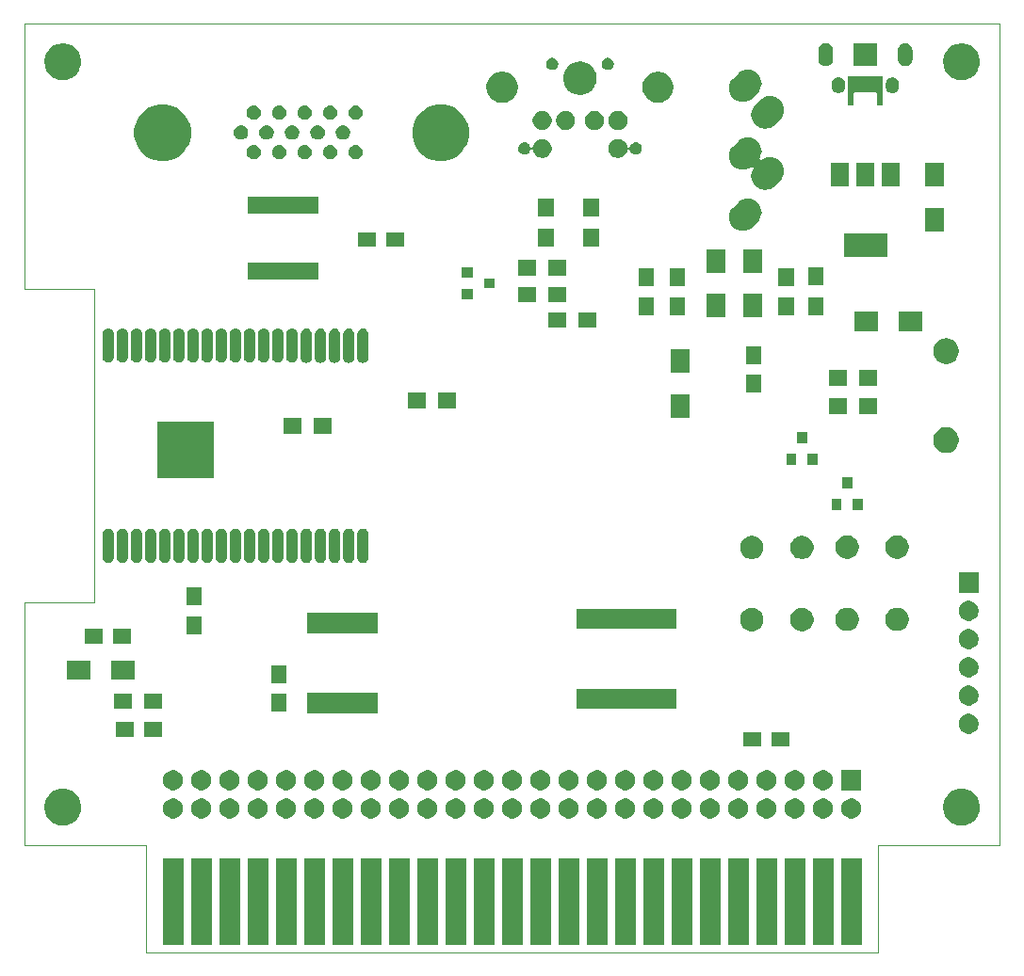
<source format=gbr>
G04 #@! TF.GenerationSoftware,KiCad,Pcbnew,(5.1.5)-3*
G04 #@! TF.CreationDate,2021-08-25T17:47:22+12:00*
G04 #@! TF.ProjectId,PocketTRS,506f636b-6574-4545-9253-2e6b69636164,rev?*
G04 #@! TF.SameCoordinates,Original*
G04 #@! TF.FileFunction,Soldermask,Top*
G04 #@! TF.FilePolarity,Negative*
%FSLAX46Y46*%
G04 Gerber Fmt 4.6, Leading zero omitted, Abs format (unit mm)*
G04 Created by KiCad (PCBNEW (5.1.5)-3) date 2021-08-25 17:47:22*
%MOMM*%
%LPD*%
G04 APERTURE LIST*
%ADD10C,0.050000*%
%ADD11C,0.100000*%
G04 APERTURE END LIST*
D10*
X175260000Y-135890000D02*
X176022000Y-135890000D01*
X241808000Y-145542000D02*
X241300000Y-145542000D01*
X241808000Y-135890000D02*
X252730000Y-135890000D01*
X241808000Y-145542000D02*
X241808000Y-135890000D01*
X176022000Y-145542000D02*
X241300000Y-145542000D01*
X176022000Y-135890000D02*
X176022000Y-145542000D01*
X165100000Y-135890000D02*
X175260000Y-135890000D01*
X165100000Y-135890000D02*
X165100000Y-114046000D01*
X165100000Y-64770000D02*
X165100000Y-85852000D01*
X171323000Y-85852000D02*
X171323000Y-90805000D01*
X171323000Y-85852000D02*
X165100000Y-85852000D01*
X171323000Y-114046000D02*
X171323000Y-90805000D01*
X165100000Y-114046000D02*
X171323000Y-114046000D01*
X252730000Y-64770000D02*
X252730000Y-61976000D01*
X165100000Y-61976000D02*
X165100000Y-64770000D01*
X252730000Y-64770000D02*
X252730000Y-135890000D01*
X165100000Y-61976000D02*
X252730000Y-61976000D01*
D11*
G36*
X240335000Y-144831000D02*
G01*
X238455000Y-144831000D01*
X238455000Y-137109000D01*
X240335000Y-137109000D01*
X240335000Y-144831000D01*
G37*
G36*
X209855000Y-144831000D02*
G01*
X207975000Y-144831000D01*
X207975000Y-137109000D01*
X209855000Y-137109000D01*
X209855000Y-144831000D01*
G37*
G36*
X179375000Y-144831000D02*
G01*
X177495000Y-144831000D01*
X177495000Y-137109000D01*
X179375000Y-137109000D01*
X179375000Y-144831000D01*
G37*
G36*
X181915000Y-144831000D02*
G01*
X180035000Y-144831000D01*
X180035000Y-137109000D01*
X181915000Y-137109000D01*
X181915000Y-144831000D01*
G37*
G36*
X184455000Y-144831000D02*
G01*
X182575000Y-144831000D01*
X182575000Y-137109000D01*
X184455000Y-137109000D01*
X184455000Y-144831000D01*
G37*
G36*
X186995000Y-144831000D02*
G01*
X185115000Y-144831000D01*
X185115000Y-137109000D01*
X186995000Y-137109000D01*
X186995000Y-144831000D01*
G37*
G36*
X189535000Y-144831000D02*
G01*
X187655000Y-144831000D01*
X187655000Y-137109000D01*
X189535000Y-137109000D01*
X189535000Y-144831000D01*
G37*
G36*
X192075000Y-144831000D02*
G01*
X190195000Y-144831000D01*
X190195000Y-137109000D01*
X192075000Y-137109000D01*
X192075000Y-144831000D01*
G37*
G36*
X194615000Y-144831000D02*
G01*
X192735000Y-144831000D01*
X192735000Y-137109000D01*
X194615000Y-137109000D01*
X194615000Y-144831000D01*
G37*
G36*
X197155000Y-144831000D02*
G01*
X195275000Y-144831000D01*
X195275000Y-137109000D01*
X197155000Y-137109000D01*
X197155000Y-144831000D01*
G37*
G36*
X199695000Y-144831000D02*
G01*
X197815000Y-144831000D01*
X197815000Y-137109000D01*
X199695000Y-137109000D01*
X199695000Y-144831000D01*
G37*
G36*
X202235000Y-144831000D02*
G01*
X200355000Y-144831000D01*
X200355000Y-137109000D01*
X202235000Y-137109000D01*
X202235000Y-144831000D01*
G37*
G36*
X204775000Y-144831000D02*
G01*
X202895000Y-144831000D01*
X202895000Y-137109000D01*
X204775000Y-137109000D01*
X204775000Y-144831000D01*
G37*
G36*
X212395000Y-144831000D02*
G01*
X210515000Y-144831000D01*
X210515000Y-137109000D01*
X212395000Y-137109000D01*
X212395000Y-144831000D01*
G37*
G36*
X214935000Y-144831000D02*
G01*
X213055000Y-144831000D01*
X213055000Y-137109000D01*
X214935000Y-137109000D01*
X214935000Y-144831000D01*
G37*
G36*
X217475000Y-144831000D02*
G01*
X215595000Y-144831000D01*
X215595000Y-137109000D01*
X217475000Y-137109000D01*
X217475000Y-144831000D01*
G37*
G36*
X220015000Y-144831000D02*
G01*
X218135000Y-144831000D01*
X218135000Y-137109000D01*
X220015000Y-137109000D01*
X220015000Y-144831000D01*
G37*
G36*
X222555000Y-144831000D02*
G01*
X220675000Y-144831000D01*
X220675000Y-137109000D01*
X222555000Y-137109000D01*
X222555000Y-144831000D01*
G37*
G36*
X225095000Y-144831000D02*
G01*
X223215000Y-144831000D01*
X223215000Y-137109000D01*
X225095000Y-137109000D01*
X225095000Y-144831000D01*
G37*
G36*
X227635000Y-144831000D02*
G01*
X225755000Y-144831000D01*
X225755000Y-137109000D01*
X227635000Y-137109000D01*
X227635000Y-144831000D01*
G37*
G36*
X230175000Y-144831000D02*
G01*
X228295000Y-144831000D01*
X228295000Y-137109000D01*
X230175000Y-137109000D01*
X230175000Y-144831000D01*
G37*
G36*
X232715000Y-144831000D02*
G01*
X230835000Y-144831000D01*
X230835000Y-137109000D01*
X232715000Y-137109000D01*
X232715000Y-144831000D01*
G37*
G36*
X235255000Y-144831000D02*
G01*
X233375000Y-144831000D01*
X233375000Y-137109000D01*
X235255000Y-137109000D01*
X235255000Y-144831000D01*
G37*
G36*
X237795000Y-144831000D02*
G01*
X235915000Y-144831000D01*
X235915000Y-137109000D01*
X237795000Y-137109000D01*
X237795000Y-144831000D01*
G37*
G36*
X207315000Y-144831000D02*
G01*
X205435000Y-144831000D01*
X205435000Y-137109000D01*
X207315000Y-137109000D01*
X207315000Y-144831000D01*
G37*
G36*
X249646886Y-130846456D02*
G01*
X249782579Y-130873447D01*
X250083042Y-130997903D01*
X250353451Y-131178585D01*
X250583415Y-131408549D01*
X250583416Y-131408551D01*
X250764098Y-131678960D01*
X250888553Y-131979422D01*
X250952000Y-132298389D01*
X250952000Y-132623611D01*
X250909702Y-132836256D01*
X250888553Y-132942579D01*
X250764097Y-133243042D01*
X250583415Y-133513451D01*
X250353451Y-133743415D01*
X250083042Y-133924097D01*
X249782579Y-134048553D01*
X249676256Y-134069702D01*
X249463611Y-134112000D01*
X249138389Y-134112000D01*
X248925744Y-134069702D01*
X248819421Y-134048553D01*
X248518958Y-133924097D01*
X248248549Y-133743415D01*
X248018585Y-133513451D01*
X247837903Y-133243042D01*
X247713447Y-132942579D01*
X247692298Y-132836256D01*
X247650000Y-132623611D01*
X247650000Y-132298389D01*
X247713447Y-131979422D01*
X247837902Y-131678960D01*
X248018584Y-131408551D01*
X248018585Y-131408549D01*
X248248549Y-131178585D01*
X248518958Y-130997903D01*
X248819421Y-130873447D01*
X248955114Y-130846456D01*
X249138389Y-130810000D01*
X249463611Y-130810000D01*
X249646886Y-130846456D01*
G37*
G36*
X168874886Y-130846456D02*
G01*
X169010579Y-130873447D01*
X169311042Y-130997903D01*
X169581451Y-131178585D01*
X169811415Y-131408549D01*
X169811416Y-131408551D01*
X169992098Y-131678960D01*
X170116553Y-131979422D01*
X170180000Y-132298389D01*
X170180000Y-132623611D01*
X170137702Y-132836256D01*
X170116553Y-132942579D01*
X169992097Y-133243042D01*
X169811415Y-133513451D01*
X169581451Y-133743415D01*
X169311042Y-133924097D01*
X169010579Y-134048553D01*
X168904256Y-134069702D01*
X168691611Y-134112000D01*
X168366389Y-134112000D01*
X168153744Y-134069702D01*
X168047421Y-134048553D01*
X167746958Y-133924097D01*
X167476549Y-133743415D01*
X167246585Y-133513451D01*
X167065903Y-133243042D01*
X166941447Y-132942579D01*
X166920298Y-132836256D01*
X166878000Y-132623611D01*
X166878000Y-132298389D01*
X166941447Y-131979422D01*
X167065902Y-131678960D01*
X167246584Y-131408551D01*
X167246585Y-131408549D01*
X167476549Y-131178585D01*
X167746958Y-130997903D01*
X168047421Y-130873447D01*
X168183114Y-130846456D01*
X168366389Y-130810000D01*
X168691611Y-130810000D01*
X168874886Y-130846456D01*
G37*
G36*
X216648512Y-131691927D02*
G01*
X216797812Y-131721624D01*
X216961784Y-131789544D01*
X217109354Y-131888147D01*
X217234853Y-132013646D01*
X217333456Y-132161216D01*
X217401376Y-132325188D01*
X217436000Y-132499259D01*
X217436000Y-132676741D01*
X217401376Y-132850812D01*
X217333456Y-133014784D01*
X217234853Y-133162354D01*
X217109354Y-133287853D01*
X216961784Y-133386456D01*
X216797812Y-133454376D01*
X216648512Y-133484073D01*
X216623742Y-133489000D01*
X216446258Y-133489000D01*
X216421488Y-133484073D01*
X216272188Y-133454376D01*
X216108216Y-133386456D01*
X215960646Y-133287853D01*
X215835147Y-133162354D01*
X215736544Y-133014784D01*
X215668624Y-132850812D01*
X215634000Y-132676741D01*
X215634000Y-132499259D01*
X215668624Y-132325188D01*
X215736544Y-132161216D01*
X215835147Y-132013646D01*
X215960646Y-131888147D01*
X216108216Y-131789544D01*
X216272188Y-131721624D01*
X216421488Y-131691927D01*
X216446258Y-131687000D01*
X216623742Y-131687000D01*
X216648512Y-131691927D01*
G37*
G36*
X181088512Y-131691927D02*
G01*
X181237812Y-131721624D01*
X181401784Y-131789544D01*
X181549354Y-131888147D01*
X181674853Y-132013646D01*
X181773456Y-132161216D01*
X181841376Y-132325188D01*
X181876000Y-132499259D01*
X181876000Y-132676741D01*
X181841376Y-132850812D01*
X181773456Y-133014784D01*
X181674853Y-133162354D01*
X181549354Y-133287853D01*
X181401784Y-133386456D01*
X181237812Y-133454376D01*
X181088512Y-133484073D01*
X181063742Y-133489000D01*
X180886258Y-133489000D01*
X180861488Y-133484073D01*
X180712188Y-133454376D01*
X180548216Y-133386456D01*
X180400646Y-133287853D01*
X180275147Y-133162354D01*
X180176544Y-133014784D01*
X180108624Y-132850812D01*
X180074000Y-132676741D01*
X180074000Y-132499259D01*
X180108624Y-132325188D01*
X180176544Y-132161216D01*
X180275147Y-132013646D01*
X180400646Y-131888147D01*
X180548216Y-131789544D01*
X180712188Y-131721624D01*
X180861488Y-131691927D01*
X180886258Y-131687000D01*
X181063742Y-131687000D01*
X181088512Y-131691927D01*
G37*
G36*
X183628512Y-131691927D02*
G01*
X183777812Y-131721624D01*
X183941784Y-131789544D01*
X184089354Y-131888147D01*
X184214853Y-132013646D01*
X184313456Y-132161216D01*
X184381376Y-132325188D01*
X184416000Y-132499259D01*
X184416000Y-132676741D01*
X184381376Y-132850812D01*
X184313456Y-133014784D01*
X184214853Y-133162354D01*
X184089354Y-133287853D01*
X183941784Y-133386456D01*
X183777812Y-133454376D01*
X183628512Y-133484073D01*
X183603742Y-133489000D01*
X183426258Y-133489000D01*
X183401488Y-133484073D01*
X183252188Y-133454376D01*
X183088216Y-133386456D01*
X182940646Y-133287853D01*
X182815147Y-133162354D01*
X182716544Y-133014784D01*
X182648624Y-132850812D01*
X182614000Y-132676741D01*
X182614000Y-132499259D01*
X182648624Y-132325188D01*
X182716544Y-132161216D01*
X182815147Y-132013646D01*
X182940646Y-131888147D01*
X183088216Y-131789544D01*
X183252188Y-131721624D01*
X183401488Y-131691927D01*
X183426258Y-131687000D01*
X183603742Y-131687000D01*
X183628512Y-131691927D01*
G37*
G36*
X186168512Y-131691927D02*
G01*
X186317812Y-131721624D01*
X186481784Y-131789544D01*
X186629354Y-131888147D01*
X186754853Y-132013646D01*
X186853456Y-132161216D01*
X186921376Y-132325188D01*
X186956000Y-132499259D01*
X186956000Y-132676741D01*
X186921376Y-132850812D01*
X186853456Y-133014784D01*
X186754853Y-133162354D01*
X186629354Y-133287853D01*
X186481784Y-133386456D01*
X186317812Y-133454376D01*
X186168512Y-133484073D01*
X186143742Y-133489000D01*
X185966258Y-133489000D01*
X185941488Y-133484073D01*
X185792188Y-133454376D01*
X185628216Y-133386456D01*
X185480646Y-133287853D01*
X185355147Y-133162354D01*
X185256544Y-133014784D01*
X185188624Y-132850812D01*
X185154000Y-132676741D01*
X185154000Y-132499259D01*
X185188624Y-132325188D01*
X185256544Y-132161216D01*
X185355147Y-132013646D01*
X185480646Y-131888147D01*
X185628216Y-131789544D01*
X185792188Y-131721624D01*
X185941488Y-131691927D01*
X185966258Y-131687000D01*
X186143742Y-131687000D01*
X186168512Y-131691927D01*
G37*
G36*
X188708512Y-131691927D02*
G01*
X188857812Y-131721624D01*
X189021784Y-131789544D01*
X189169354Y-131888147D01*
X189294853Y-132013646D01*
X189393456Y-132161216D01*
X189461376Y-132325188D01*
X189496000Y-132499259D01*
X189496000Y-132676741D01*
X189461376Y-132850812D01*
X189393456Y-133014784D01*
X189294853Y-133162354D01*
X189169354Y-133287853D01*
X189021784Y-133386456D01*
X188857812Y-133454376D01*
X188708512Y-133484073D01*
X188683742Y-133489000D01*
X188506258Y-133489000D01*
X188481488Y-133484073D01*
X188332188Y-133454376D01*
X188168216Y-133386456D01*
X188020646Y-133287853D01*
X187895147Y-133162354D01*
X187796544Y-133014784D01*
X187728624Y-132850812D01*
X187694000Y-132676741D01*
X187694000Y-132499259D01*
X187728624Y-132325188D01*
X187796544Y-132161216D01*
X187895147Y-132013646D01*
X188020646Y-131888147D01*
X188168216Y-131789544D01*
X188332188Y-131721624D01*
X188481488Y-131691927D01*
X188506258Y-131687000D01*
X188683742Y-131687000D01*
X188708512Y-131691927D01*
G37*
G36*
X191248512Y-131691927D02*
G01*
X191397812Y-131721624D01*
X191561784Y-131789544D01*
X191709354Y-131888147D01*
X191834853Y-132013646D01*
X191933456Y-132161216D01*
X192001376Y-132325188D01*
X192036000Y-132499259D01*
X192036000Y-132676741D01*
X192001376Y-132850812D01*
X191933456Y-133014784D01*
X191834853Y-133162354D01*
X191709354Y-133287853D01*
X191561784Y-133386456D01*
X191397812Y-133454376D01*
X191248512Y-133484073D01*
X191223742Y-133489000D01*
X191046258Y-133489000D01*
X191021488Y-133484073D01*
X190872188Y-133454376D01*
X190708216Y-133386456D01*
X190560646Y-133287853D01*
X190435147Y-133162354D01*
X190336544Y-133014784D01*
X190268624Y-132850812D01*
X190234000Y-132676741D01*
X190234000Y-132499259D01*
X190268624Y-132325188D01*
X190336544Y-132161216D01*
X190435147Y-132013646D01*
X190560646Y-131888147D01*
X190708216Y-131789544D01*
X190872188Y-131721624D01*
X191021488Y-131691927D01*
X191046258Y-131687000D01*
X191223742Y-131687000D01*
X191248512Y-131691927D01*
G37*
G36*
X196328512Y-131691927D02*
G01*
X196477812Y-131721624D01*
X196641784Y-131789544D01*
X196789354Y-131888147D01*
X196914853Y-132013646D01*
X197013456Y-132161216D01*
X197081376Y-132325188D01*
X197116000Y-132499259D01*
X197116000Y-132676741D01*
X197081376Y-132850812D01*
X197013456Y-133014784D01*
X196914853Y-133162354D01*
X196789354Y-133287853D01*
X196641784Y-133386456D01*
X196477812Y-133454376D01*
X196328512Y-133484073D01*
X196303742Y-133489000D01*
X196126258Y-133489000D01*
X196101488Y-133484073D01*
X195952188Y-133454376D01*
X195788216Y-133386456D01*
X195640646Y-133287853D01*
X195515147Y-133162354D01*
X195416544Y-133014784D01*
X195348624Y-132850812D01*
X195314000Y-132676741D01*
X195314000Y-132499259D01*
X195348624Y-132325188D01*
X195416544Y-132161216D01*
X195515147Y-132013646D01*
X195640646Y-131888147D01*
X195788216Y-131789544D01*
X195952188Y-131721624D01*
X196101488Y-131691927D01*
X196126258Y-131687000D01*
X196303742Y-131687000D01*
X196328512Y-131691927D01*
G37*
G36*
X198868512Y-131691927D02*
G01*
X199017812Y-131721624D01*
X199181784Y-131789544D01*
X199329354Y-131888147D01*
X199454853Y-132013646D01*
X199553456Y-132161216D01*
X199621376Y-132325188D01*
X199656000Y-132499259D01*
X199656000Y-132676741D01*
X199621376Y-132850812D01*
X199553456Y-133014784D01*
X199454853Y-133162354D01*
X199329354Y-133287853D01*
X199181784Y-133386456D01*
X199017812Y-133454376D01*
X198868512Y-133484073D01*
X198843742Y-133489000D01*
X198666258Y-133489000D01*
X198641488Y-133484073D01*
X198492188Y-133454376D01*
X198328216Y-133386456D01*
X198180646Y-133287853D01*
X198055147Y-133162354D01*
X197956544Y-133014784D01*
X197888624Y-132850812D01*
X197854000Y-132676741D01*
X197854000Y-132499259D01*
X197888624Y-132325188D01*
X197956544Y-132161216D01*
X198055147Y-132013646D01*
X198180646Y-131888147D01*
X198328216Y-131789544D01*
X198492188Y-131721624D01*
X198641488Y-131691927D01*
X198666258Y-131687000D01*
X198843742Y-131687000D01*
X198868512Y-131691927D01*
G37*
G36*
X201408512Y-131691927D02*
G01*
X201557812Y-131721624D01*
X201721784Y-131789544D01*
X201869354Y-131888147D01*
X201994853Y-132013646D01*
X202093456Y-132161216D01*
X202161376Y-132325188D01*
X202196000Y-132499259D01*
X202196000Y-132676741D01*
X202161376Y-132850812D01*
X202093456Y-133014784D01*
X201994853Y-133162354D01*
X201869354Y-133287853D01*
X201721784Y-133386456D01*
X201557812Y-133454376D01*
X201408512Y-133484073D01*
X201383742Y-133489000D01*
X201206258Y-133489000D01*
X201181488Y-133484073D01*
X201032188Y-133454376D01*
X200868216Y-133386456D01*
X200720646Y-133287853D01*
X200595147Y-133162354D01*
X200496544Y-133014784D01*
X200428624Y-132850812D01*
X200394000Y-132676741D01*
X200394000Y-132499259D01*
X200428624Y-132325188D01*
X200496544Y-132161216D01*
X200595147Y-132013646D01*
X200720646Y-131888147D01*
X200868216Y-131789544D01*
X201032188Y-131721624D01*
X201181488Y-131691927D01*
X201206258Y-131687000D01*
X201383742Y-131687000D01*
X201408512Y-131691927D01*
G37*
G36*
X203948512Y-131691927D02*
G01*
X204097812Y-131721624D01*
X204261784Y-131789544D01*
X204409354Y-131888147D01*
X204534853Y-132013646D01*
X204633456Y-132161216D01*
X204701376Y-132325188D01*
X204736000Y-132499259D01*
X204736000Y-132676741D01*
X204701376Y-132850812D01*
X204633456Y-133014784D01*
X204534853Y-133162354D01*
X204409354Y-133287853D01*
X204261784Y-133386456D01*
X204097812Y-133454376D01*
X203948512Y-133484073D01*
X203923742Y-133489000D01*
X203746258Y-133489000D01*
X203721488Y-133484073D01*
X203572188Y-133454376D01*
X203408216Y-133386456D01*
X203260646Y-133287853D01*
X203135147Y-133162354D01*
X203036544Y-133014784D01*
X202968624Y-132850812D01*
X202934000Y-132676741D01*
X202934000Y-132499259D01*
X202968624Y-132325188D01*
X203036544Y-132161216D01*
X203135147Y-132013646D01*
X203260646Y-131888147D01*
X203408216Y-131789544D01*
X203572188Y-131721624D01*
X203721488Y-131691927D01*
X203746258Y-131687000D01*
X203923742Y-131687000D01*
X203948512Y-131691927D01*
G37*
G36*
X206488512Y-131691927D02*
G01*
X206637812Y-131721624D01*
X206801784Y-131789544D01*
X206949354Y-131888147D01*
X207074853Y-132013646D01*
X207173456Y-132161216D01*
X207241376Y-132325188D01*
X207276000Y-132499259D01*
X207276000Y-132676741D01*
X207241376Y-132850812D01*
X207173456Y-133014784D01*
X207074853Y-133162354D01*
X206949354Y-133287853D01*
X206801784Y-133386456D01*
X206637812Y-133454376D01*
X206488512Y-133484073D01*
X206463742Y-133489000D01*
X206286258Y-133489000D01*
X206261488Y-133484073D01*
X206112188Y-133454376D01*
X205948216Y-133386456D01*
X205800646Y-133287853D01*
X205675147Y-133162354D01*
X205576544Y-133014784D01*
X205508624Y-132850812D01*
X205474000Y-132676741D01*
X205474000Y-132499259D01*
X205508624Y-132325188D01*
X205576544Y-132161216D01*
X205675147Y-132013646D01*
X205800646Y-131888147D01*
X205948216Y-131789544D01*
X206112188Y-131721624D01*
X206261488Y-131691927D01*
X206286258Y-131687000D01*
X206463742Y-131687000D01*
X206488512Y-131691927D01*
G37*
G36*
X178548512Y-131691927D02*
G01*
X178697812Y-131721624D01*
X178861784Y-131789544D01*
X179009354Y-131888147D01*
X179134853Y-132013646D01*
X179233456Y-132161216D01*
X179301376Y-132325188D01*
X179336000Y-132499259D01*
X179336000Y-132676741D01*
X179301376Y-132850812D01*
X179233456Y-133014784D01*
X179134853Y-133162354D01*
X179009354Y-133287853D01*
X178861784Y-133386456D01*
X178697812Y-133454376D01*
X178548512Y-133484073D01*
X178523742Y-133489000D01*
X178346258Y-133489000D01*
X178321488Y-133484073D01*
X178172188Y-133454376D01*
X178008216Y-133386456D01*
X177860646Y-133287853D01*
X177735147Y-133162354D01*
X177636544Y-133014784D01*
X177568624Y-132850812D01*
X177534000Y-132676741D01*
X177534000Y-132499259D01*
X177568624Y-132325188D01*
X177636544Y-132161216D01*
X177735147Y-132013646D01*
X177860646Y-131888147D01*
X178008216Y-131789544D01*
X178172188Y-131721624D01*
X178321488Y-131691927D01*
X178346258Y-131687000D01*
X178523742Y-131687000D01*
X178548512Y-131691927D01*
G37*
G36*
X211568512Y-131691927D02*
G01*
X211717812Y-131721624D01*
X211881784Y-131789544D01*
X212029354Y-131888147D01*
X212154853Y-132013646D01*
X212253456Y-132161216D01*
X212321376Y-132325188D01*
X212356000Y-132499259D01*
X212356000Y-132676741D01*
X212321376Y-132850812D01*
X212253456Y-133014784D01*
X212154853Y-133162354D01*
X212029354Y-133287853D01*
X211881784Y-133386456D01*
X211717812Y-133454376D01*
X211568512Y-133484073D01*
X211543742Y-133489000D01*
X211366258Y-133489000D01*
X211341488Y-133484073D01*
X211192188Y-133454376D01*
X211028216Y-133386456D01*
X210880646Y-133287853D01*
X210755147Y-133162354D01*
X210656544Y-133014784D01*
X210588624Y-132850812D01*
X210554000Y-132676741D01*
X210554000Y-132499259D01*
X210588624Y-132325188D01*
X210656544Y-132161216D01*
X210755147Y-132013646D01*
X210880646Y-131888147D01*
X211028216Y-131789544D01*
X211192188Y-131721624D01*
X211341488Y-131691927D01*
X211366258Y-131687000D01*
X211543742Y-131687000D01*
X211568512Y-131691927D01*
G37*
G36*
X236968512Y-131691927D02*
G01*
X237117812Y-131721624D01*
X237281784Y-131789544D01*
X237429354Y-131888147D01*
X237554853Y-132013646D01*
X237653456Y-132161216D01*
X237721376Y-132325188D01*
X237756000Y-132499259D01*
X237756000Y-132676741D01*
X237721376Y-132850812D01*
X237653456Y-133014784D01*
X237554853Y-133162354D01*
X237429354Y-133287853D01*
X237281784Y-133386456D01*
X237117812Y-133454376D01*
X236968512Y-133484073D01*
X236943742Y-133489000D01*
X236766258Y-133489000D01*
X236741488Y-133484073D01*
X236592188Y-133454376D01*
X236428216Y-133386456D01*
X236280646Y-133287853D01*
X236155147Y-133162354D01*
X236056544Y-133014784D01*
X235988624Y-132850812D01*
X235954000Y-132676741D01*
X235954000Y-132499259D01*
X235988624Y-132325188D01*
X236056544Y-132161216D01*
X236155147Y-132013646D01*
X236280646Y-131888147D01*
X236428216Y-131789544D01*
X236592188Y-131721624D01*
X236741488Y-131691927D01*
X236766258Y-131687000D01*
X236943742Y-131687000D01*
X236968512Y-131691927D01*
G37*
G36*
X193788512Y-131691927D02*
G01*
X193937812Y-131721624D01*
X194101784Y-131789544D01*
X194249354Y-131888147D01*
X194374853Y-132013646D01*
X194473456Y-132161216D01*
X194541376Y-132325188D01*
X194576000Y-132499259D01*
X194576000Y-132676741D01*
X194541376Y-132850812D01*
X194473456Y-133014784D01*
X194374853Y-133162354D01*
X194249354Y-133287853D01*
X194101784Y-133386456D01*
X193937812Y-133454376D01*
X193788512Y-133484073D01*
X193763742Y-133489000D01*
X193586258Y-133489000D01*
X193561488Y-133484073D01*
X193412188Y-133454376D01*
X193248216Y-133386456D01*
X193100646Y-133287853D01*
X192975147Y-133162354D01*
X192876544Y-133014784D01*
X192808624Y-132850812D01*
X192774000Y-132676741D01*
X192774000Y-132499259D01*
X192808624Y-132325188D01*
X192876544Y-132161216D01*
X192975147Y-132013646D01*
X193100646Y-131888147D01*
X193248216Y-131789544D01*
X193412188Y-131721624D01*
X193561488Y-131691927D01*
X193586258Y-131687000D01*
X193763742Y-131687000D01*
X193788512Y-131691927D01*
G37*
G36*
X214108512Y-131691927D02*
G01*
X214257812Y-131721624D01*
X214421784Y-131789544D01*
X214569354Y-131888147D01*
X214694853Y-132013646D01*
X214793456Y-132161216D01*
X214861376Y-132325188D01*
X214896000Y-132499259D01*
X214896000Y-132676741D01*
X214861376Y-132850812D01*
X214793456Y-133014784D01*
X214694853Y-133162354D01*
X214569354Y-133287853D01*
X214421784Y-133386456D01*
X214257812Y-133454376D01*
X214108512Y-133484073D01*
X214083742Y-133489000D01*
X213906258Y-133489000D01*
X213881488Y-133484073D01*
X213732188Y-133454376D01*
X213568216Y-133386456D01*
X213420646Y-133287853D01*
X213295147Y-133162354D01*
X213196544Y-133014784D01*
X213128624Y-132850812D01*
X213094000Y-132676741D01*
X213094000Y-132499259D01*
X213128624Y-132325188D01*
X213196544Y-132161216D01*
X213295147Y-132013646D01*
X213420646Y-131888147D01*
X213568216Y-131789544D01*
X213732188Y-131721624D01*
X213881488Y-131691927D01*
X213906258Y-131687000D01*
X214083742Y-131687000D01*
X214108512Y-131691927D01*
G37*
G36*
X239508512Y-131691927D02*
G01*
X239657812Y-131721624D01*
X239821784Y-131789544D01*
X239969354Y-131888147D01*
X240094853Y-132013646D01*
X240193456Y-132161216D01*
X240261376Y-132325188D01*
X240296000Y-132499259D01*
X240296000Y-132676741D01*
X240261376Y-132850812D01*
X240193456Y-133014784D01*
X240094853Y-133162354D01*
X239969354Y-133287853D01*
X239821784Y-133386456D01*
X239657812Y-133454376D01*
X239508512Y-133484073D01*
X239483742Y-133489000D01*
X239306258Y-133489000D01*
X239281488Y-133484073D01*
X239132188Y-133454376D01*
X238968216Y-133386456D01*
X238820646Y-133287853D01*
X238695147Y-133162354D01*
X238596544Y-133014784D01*
X238528624Y-132850812D01*
X238494000Y-132676741D01*
X238494000Y-132499259D01*
X238528624Y-132325188D01*
X238596544Y-132161216D01*
X238695147Y-132013646D01*
X238820646Y-131888147D01*
X238968216Y-131789544D01*
X239132188Y-131721624D01*
X239281488Y-131691927D01*
X239306258Y-131687000D01*
X239483742Y-131687000D01*
X239508512Y-131691927D01*
G37*
G36*
X209028512Y-131691927D02*
G01*
X209177812Y-131721624D01*
X209341784Y-131789544D01*
X209489354Y-131888147D01*
X209614853Y-132013646D01*
X209713456Y-132161216D01*
X209781376Y-132325188D01*
X209816000Y-132499259D01*
X209816000Y-132676741D01*
X209781376Y-132850812D01*
X209713456Y-133014784D01*
X209614853Y-133162354D01*
X209489354Y-133287853D01*
X209341784Y-133386456D01*
X209177812Y-133454376D01*
X209028512Y-133484073D01*
X209003742Y-133489000D01*
X208826258Y-133489000D01*
X208801488Y-133484073D01*
X208652188Y-133454376D01*
X208488216Y-133386456D01*
X208340646Y-133287853D01*
X208215147Y-133162354D01*
X208116544Y-133014784D01*
X208048624Y-132850812D01*
X208014000Y-132676741D01*
X208014000Y-132499259D01*
X208048624Y-132325188D01*
X208116544Y-132161216D01*
X208215147Y-132013646D01*
X208340646Y-131888147D01*
X208488216Y-131789544D01*
X208652188Y-131721624D01*
X208801488Y-131691927D01*
X208826258Y-131687000D01*
X209003742Y-131687000D01*
X209028512Y-131691927D01*
G37*
G36*
X234428512Y-131691927D02*
G01*
X234577812Y-131721624D01*
X234741784Y-131789544D01*
X234889354Y-131888147D01*
X235014853Y-132013646D01*
X235113456Y-132161216D01*
X235181376Y-132325188D01*
X235216000Y-132499259D01*
X235216000Y-132676741D01*
X235181376Y-132850812D01*
X235113456Y-133014784D01*
X235014853Y-133162354D01*
X234889354Y-133287853D01*
X234741784Y-133386456D01*
X234577812Y-133454376D01*
X234428512Y-133484073D01*
X234403742Y-133489000D01*
X234226258Y-133489000D01*
X234201488Y-133484073D01*
X234052188Y-133454376D01*
X233888216Y-133386456D01*
X233740646Y-133287853D01*
X233615147Y-133162354D01*
X233516544Y-133014784D01*
X233448624Y-132850812D01*
X233414000Y-132676741D01*
X233414000Y-132499259D01*
X233448624Y-132325188D01*
X233516544Y-132161216D01*
X233615147Y-132013646D01*
X233740646Y-131888147D01*
X233888216Y-131789544D01*
X234052188Y-131721624D01*
X234201488Y-131691927D01*
X234226258Y-131687000D01*
X234403742Y-131687000D01*
X234428512Y-131691927D01*
G37*
G36*
X231888512Y-131691927D02*
G01*
X232037812Y-131721624D01*
X232201784Y-131789544D01*
X232349354Y-131888147D01*
X232474853Y-132013646D01*
X232573456Y-132161216D01*
X232641376Y-132325188D01*
X232676000Y-132499259D01*
X232676000Y-132676741D01*
X232641376Y-132850812D01*
X232573456Y-133014784D01*
X232474853Y-133162354D01*
X232349354Y-133287853D01*
X232201784Y-133386456D01*
X232037812Y-133454376D01*
X231888512Y-133484073D01*
X231863742Y-133489000D01*
X231686258Y-133489000D01*
X231661488Y-133484073D01*
X231512188Y-133454376D01*
X231348216Y-133386456D01*
X231200646Y-133287853D01*
X231075147Y-133162354D01*
X230976544Y-133014784D01*
X230908624Y-132850812D01*
X230874000Y-132676741D01*
X230874000Y-132499259D01*
X230908624Y-132325188D01*
X230976544Y-132161216D01*
X231075147Y-132013646D01*
X231200646Y-131888147D01*
X231348216Y-131789544D01*
X231512188Y-131721624D01*
X231661488Y-131691927D01*
X231686258Y-131687000D01*
X231863742Y-131687000D01*
X231888512Y-131691927D01*
G37*
G36*
X229348512Y-131691927D02*
G01*
X229497812Y-131721624D01*
X229661784Y-131789544D01*
X229809354Y-131888147D01*
X229934853Y-132013646D01*
X230033456Y-132161216D01*
X230101376Y-132325188D01*
X230136000Y-132499259D01*
X230136000Y-132676741D01*
X230101376Y-132850812D01*
X230033456Y-133014784D01*
X229934853Y-133162354D01*
X229809354Y-133287853D01*
X229661784Y-133386456D01*
X229497812Y-133454376D01*
X229348512Y-133484073D01*
X229323742Y-133489000D01*
X229146258Y-133489000D01*
X229121488Y-133484073D01*
X228972188Y-133454376D01*
X228808216Y-133386456D01*
X228660646Y-133287853D01*
X228535147Y-133162354D01*
X228436544Y-133014784D01*
X228368624Y-132850812D01*
X228334000Y-132676741D01*
X228334000Y-132499259D01*
X228368624Y-132325188D01*
X228436544Y-132161216D01*
X228535147Y-132013646D01*
X228660646Y-131888147D01*
X228808216Y-131789544D01*
X228972188Y-131721624D01*
X229121488Y-131691927D01*
X229146258Y-131687000D01*
X229323742Y-131687000D01*
X229348512Y-131691927D01*
G37*
G36*
X226808512Y-131691927D02*
G01*
X226957812Y-131721624D01*
X227121784Y-131789544D01*
X227269354Y-131888147D01*
X227394853Y-132013646D01*
X227493456Y-132161216D01*
X227561376Y-132325188D01*
X227596000Y-132499259D01*
X227596000Y-132676741D01*
X227561376Y-132850812D01*
X227493456Y-133014784D01*
X227394853Y-133162354D01*
X227269354Y-133287853D01*
X227121784Y-133386456D01*
X226957812Y-133454376D01*
X226808512Y-133484073D01*
X226783742Y-133489000D01*
X226606258Y-133489000D01*
X226581488Y-133484073D01*
X226432188Y-133454376D01*
X226268216Y-133386456D01*
X226120646Y-133287853D01*
X225995147Y-133162354D01*
X225896544Y-133014784D01*
X225828624Y-132850812D01*
X225794000Y-132676741D01*
X225794000Y-132499259D01*
X225828624Y-132325188D01*
X225896544Y-132161216D01*
X225995147Y-132013646D01*
X226120646Y-131888147D01*
X226268216Y-131789544D01*
X226432188Y-131721624D01*
X226581488Y-131691927D01*
X226606258Y-131687000D01*
X226783742Y-131687000D01*
X226808512Y-131691927D01*
G37*
G36*
X224268512Y-131691927D02*
G01*
X224417812Y-131721624D01*
X224581784Y-131789544D01*
X224729354Y-131888147D01*
X224854853Y-132013646D01*
X224953456Y-132161216D01*
X225021376Y-132325188D01*
X225056000Y-132499259D01*
X225056000Y-132676741D01*
X225021376Y-132850812D01*
X224953456Y-133014784D01*
X224854853Y-133162354D01*
X224729354Y-133287853D01*
X224581784Y-133386456D01*
X224417812Y-133454376D01*
X224268512Y-133484073D01*
X224243742Y-133489000D01*
X224066258Y-133489000D01*
X224041488Y-133484073D01*
X223892188Y-133454376D01*
X223728216Y-133386456D01*
X223580646Y-133287853D01*
X223455147Y-133162354D01*
X223356544Y-133014784D01*
X223288624Y-132850812D01*
X223254000Y-132676741D01*
X223254000Y-132499259D01*
X223288624Y-132325188D01*
X223356544Y-132161216D01*
X223455147Y-132013646D01*
X223580646Y-131888147D01*
X223728216Y-131789544D01*
X223892188Y-131721624D01*
X224041488Y-131691927D01*
X224066258Y-131687000D01*
X224243742Y-131687000D01*
X224268512Y-131691927D01*
G37*
G36*
X221728512Y-131691927D02*
G01*
X221877812Y-131721624D01*
X222041784Y-131789544D01*
X222189354Y-131888147D01*
X222314853Y-132013646D01*
X222413456Y-132161216D01*
X222481376Y-132325188D01*
X222516000Y-132499259D01*
X222516000Y-132676741D01*
X222481376Y-132850812D01*
X222413456Y-133014784D01*
X222314853Y-133162354D01*
X222189354Y-133287853D01*
X222041784Y-133386456D01*
X221877812Y-133454376D01*
X221728512Y-133484073D01*
X221703742Y-133489000D01*
X221526258Y-133489000D01*
X221501488Y-133484073D01*
X221352188Y-133454376D01*
X221188216Y-133386456D01*
X221040646Y-133287853D01*
X220915147Y-133162354D01*
X220816544Y-133014784D01*
X220748624Y-132850812D01*
X220714000Y-132676741D01*
X220714000Y-132499259D01*
X220748624Y-132325188D01*
X220816544Y-132161216D01*
X220915147Y-132013646D01*
X221040646Y-131888147D01*
X221188216Y-131789544D01*
X221352188Y-131721624D01*
X221501488Y-131691927D01*
X221526258Y-131687000D01*
X221703742Y-131687000D01*
X221728512Y-131691927D01*
G37*
G36*
X219188512Y-131691927D02*
G01*
X219337812Y-131721624D01*
X219501784Y-131789544D01*
X219649354Y-131888147D01*
X219774853Y-132013646D01*
X219873456Y-132161216D01*
X219941376Y-132325188D01*
X219976000Y-132499259D01*
X219976000Y-132676741D01*
X219941376Y-132850812D01*
X219873456Y-133014784D01*
X219774853Y-133162354D01*
X219649354Y-133287853D01*
X219501784Y-133386456D01*
X219337812Y-133454376D01*
X219188512Y-133484073D01*
X219163742Y-133489000D01*
X218986258Y-133489000D01*
X218961488Y-133484073D01*
X218812188Y-133454376D01*
X218648216Y-133386456D01*
X218500646Y-133287853D01*
X218375147Y-133162354D01*
X218276544Y-133014784D01*
X218208624Y-132850812D01*
X218174000Y-132676741D01*
X218174000Y-132499259D01*
X218208624Y-132325188D01*
X218276544Y-132161216D01*
X218375147Y-132013646D01*
X218500646Y-131888147D01*
X218648216Y-131789544D01*
X218812188Y-131721624D01*
X218961488Y-131691927D01*
X218986258Y-131687000D01*
X219163742Y-131687000D01*
X219188512Y-131691927D01*
G37*
G36*
X198868512Y-129151927D02*
G01*
X199017812Y-129181624D01*
X199181784Y-129249544D01*
X199329354Y-129348147D01*
X199454853Y-129473646D01*
X199553456Y-129621216D01*
X199621376Y-129785188D01*
X199656000Y-129959259D01*
X199656000Y-130136741D01*
X199621376Y-130310812D01*
X199553456Y-130474784D01*
X199454853Y-130622354D01*
X199329354Y-130747853D01*
X199181784Y-130846456D01*
X199017812Y-130914376D01*
X198868512Y-130944073D01*
X198843742Y-130949000D01*
X198666258Y-130949000D01*
X198641488Y-130944073D01*
X198492188Y-130914376D01*
X198328216Y-130846456D01*
X198180646Y-130747853D01*
X198055147Y-130622354D01*
X197956544Y-130474784D01*
X197888624Y-130310812D01*
X197854000Y-130136741D01*
X197854000Y-129959259D01*
X197888624Y-129785188D01*
X197956544Y-129621216D01*
X198055147Y-129473646D01*
X198180646Y-129348147D01*
X198328216Y-129249544D01*
X198492188Y-129181624D01*
X198641488Y-129151927D01*
X198666258Y-129147000D01*
X198843742Y-129147000D01*
X198868512Y-129151927D01*
G37*
G36*
X201408512Y-129151927D02*
G01*
X201557812Y-129181624D01*
X201721784Y-129249544D01*
X201869354Y-129348147D01*
X201994853Y-129473646D01*
X202093456Y-129621216D01*
X202161376Y-129785188D01*
X202196000Y-129959259D01*
X202196000Y-130136741D01*
X202161376Y-130310812D01*
X202093456Y-130474784D01*
X201994853Y-130622354D01*
X201869354Y-130747853D01*
X201721784Y-130846456D01*
X201557812Y-130914376D01*
X201408512Y-130944073D01*
X201383742Y-130949000D01*
X201206258Y-130949000D01*
X201181488Y-130944073D01*
X201032188Y-130914376D01*
X200868216Y-130846456D01*
X200720646Y-130747853D01*
X200595147Y-130622354D01*
X200496544Y-130474784D01*
X200428624Y-130310812D01*
X200394000Y-130136741D01*
X200394000Y-129959259D01*
X200428624Y-129785188D01*
X200496544Y-129621216D01*
X200595147Y-129473646D01*
X200720646Y-129348147D01*
X200868216Y-129249544D01*
X201032188Y-129181624D01*
X201181488Y-129151927D01*
X201206258Y-129147000D01*
X201383742Y-129147000D01*
X201408512Y-129151927D01*
G37*
G36*
X231888512Y-129151927D02*
G01*
X232037812Y-129181624D01*
X232201784Y-129249544D01*
X232349354Y-129348147D01*
X232474853Y-129473646D01*
X232573456Y-129621216D01*
X232641376Y-129785188D01*
X232676000Y-129959259D01*
X232676000Y-130136741D01*
X232641376Y-130310812D01*
X232573456Y-130474784D01*
X232474853Y-130622354D01*
X232349354Y-130747853D01*
X232201784Y-130846456D01*
X232037812Y-130914376D01*
X231888512Y-130944073D01*
X231863742Y-130949000D01*
X231686258Y-130949000D01*
X231661488Y-130944073D01*
X231512188Y-130914376D01*
X231348216Y-130846456D01*
X231200646Y-130747853D01*
X231075147Y-130622354D01*
X230976544Y-130474784D01*
X230908624Y-130310812D01*
X230874000Y-130136741D01*
X230874000Y-129959259D01*
X230908624Y-129785188D01*
X230976544Y-129621216D01*
X231075147Y-129473646D01*
X231200646Y-129348147D01*
X231348216Y-129249544D01*
X231512188Y-129181624D01*
X231661488Y-129151927D01*
X231686258Y-129147000D01*
X231863742Y-129147000D01*
X231888512Y-129151927D01*
G37*
G36*
X234428512Y-129151927D02*
G01*
X234577812Y-129181624D01*
X234741784Y-129249544D01*
X234889354Y-129348147D01*
X235014853Y-129473646D01*
X235113456Y-129621216D01*
X235181376Y-129785188D01*
X235216000Y-129959259D01*
X235216000Y-130136741D01*
X235181376Y-130310812D01*
X235113456Y-130474784D01*
X235014853Y-130622354D01*
X234889354Y-130747853D01*
X234741784Y-130846456D01*
X234577812Y-130914376D01*
X234428512Y-130944073D01*
X234403742Y-130949000D01*
X234226258Y-130949000D01*
X234201488Y-130944073D01*
X234052188Y-130914376D01*
X233888216Y-130846456D01*
X233740646Y-130747853D01*
X233615147Y-130622354D01*
X233516544Y-130474784D01*
X233448624Y-130310812D01*
X233414000Y-130136741D01*
X233414000Y-129959259D01*
X233448624Y-129785188D01*
X233516544Y-129621216D01*
X233615147Y-129473646D01*
X233740646Y-129348147D01*
X233888216Y-129249544D01*
X234052188Y-129181624D01*
X234201488Y-129151927D01*
X234226258Y-129147000D01*
X234403742Y-129147000D01*
X234428512Y-129151927D01*
G37*
G36*
X186168512Y-129151927D02*
G01*
X186317812Y-129181624D01*
X186481784Y-129249544D01*
X186629354Y-129348147D01*
X186754853Y-129473646D01*
X186853456Y-129621216D01*
X186921376Y-129785188D01*
X186956000Y-129959259D01*
X186956000Y-130136741D01*
X186921376Y-130310812D01*
X186853456Y-130474784D01*
X186754853Y-130622354D01*
X186629354Y-130747853D01*
X186481784Y-130846456D01*
X186317812Y-130914376D01*
X186168512Y-130944073D01*
X186143742Y-130949000D01*
X185966258Y-130949000D01*
X185941488Y-130944073D01*
X185792188Y-130914376D01*
X185628216Y-130846456D01*
X185480646Y-130747853D01*
X185355147Y-130622354D01*
X185256544Y-130474784D01*
X185188624Y-130310812D01*
X185154000Y-130136741D01*
X185154000Y-129959259D01*
X185188624Y-129785188D01*
X185256544Y-129621216D01*
X185355147Y-129473646D01*
X185480646Y-129348147D01*
X185628216Y-129249544D01*
X185792188Y-129181624D01*
X185941488Y-129151927D01*
X185966258Y-129147000D01*
X186143742Y-129147000D01*
X186168512Y-129151927D01*
G37*
G36*
X203948512Y-129151927D02*
G01*
X204097812Y-129181624D01*
X204261784Y-129249544D01*
X204409354Y-129348147D01*
X204534853Y-129473646D01*
X204633456Y-129621216D01*
X204701376Y-129785188D01*
X204736000Y-129959259D01*
X204736000Y-130136741D01*
X204701376Y-130310812D01*
X204633456Y-130474784D01*
X204534853Y-130622354D01*
X204409354Y-130747853D01*
X204261784Y-130846456D01*
X204097812Y-130914376D01*
X203948512Y-130944073D01*
X203923742Y-130949000D01*
X203746258Y-130949000D01*
X203721488Y-130944073D01*
X203572188Y-130914376D01*
X203408216Y-130846456D01*
X203260646Y-130747853D01*
X203135147Y-130622354D01*
X203036544Y-130474784D01*
X202968624Y-130310812D01*
X202934000Y-130136741D01*
X202934000Y-129959259D01*
X202968624Y-129785188D01*
X203036544Y-129621216D01*
X203135147Y-129473646D01*
X203260646Y-129348147D01*
X203408216Y-129249544D01*
X203572188Y-129181624D01*
X203721488Y-129151927D01*
X203746258Y-129147000D01*
X203923742Y-129147000D01*
X203948512Y-129151927D01*
G37*
G36*
X240296000Y-130949000D02*
G01*
X238494000Y-130949000D01*
X238494000Y-129147000D01*
X240296000Y-129147000D01*
X240296000Y-130949000D01*
G37*
G36*
X183628512Y-129151927D02*
G01*
X183777812Y-129181624D01*
X183941784Y-129249544D01*
X184089354Y-129348147D01*
X184214853Y-129473646D01*
X184313456Y-129621216D01*
X184381376Y-129785188D01*
X184416000Y-129959259D01*
X184416000Y-130136741D01*
X184381376Y-130310812D01*
X184313456Y-130474784D01*
X184214853Y-130622354D01*
X184089354Y-130747853D01*
X183941784Y-130846456D01*
X183777812Y-130914376D01*
X183628512Y-130944073D01*
X183603742Y-130949000D01*
X183426258Y-130949000D01*
X183401488Y-130944073D01*
X183252188Y-130914376D01*
X183088216Y-130846456D01*
X182940646Y-130747853D01*
X182815147Y-130622354D01*
X182716544Y-130474784D01*
X182648624Y-130310812D01*
X182614000Y-130136741D01*
X182614000Y-129959259D01*
X182648624Y-129785188D01*
X182716544Y-129621216D01*
X182815147Y-129473646D01*
X182940646Y-129348147D01*
X183088216Y-129249544D01*
X183252188Y-129181624D01*
X183401488Y-129151927D01*
X183426258Y-129147000D01*
X183603742Y-129147000D01*
X183628512Y-129151927D01*
G37*
G36*
X206488512Y-129151927D02*
G01*
X206637812Y-129181624D01*
X206801784Y-129249544D01*
X206949354Y-129348147D01*
X207074853Y-129473646D01*
X207173456Y-129621216D01*
X207241376Y-129785188D01*
X207276000Y-129959259D01*
X207276000Y-130136741D01*
X207241376Y-130310812D01*
X207173456Y-130474784D01*
X207074853Y-130622354D01*
X206949354Y-130747853D01*
X206801784Y-130846456D01*
X206637812Y-130914376D01*
X206488512Y-130944073D01*
X206463742Y-130949000D01*
X206286258Y-130949000D01*
X206261488Y-130944073D01*
X206112188Y-130914376D01*
X205948216Y-130846456D01*
X205800646Y-130747853D01*
X205675147Y-130622354D01*
X205576544Y-130474784D01*
X205508624Y-130310812D01*
X205474000Y-130136741D01*
X205474000Y-129959259D01*
X205508624Y-129785188D01*
X205576544Y-129621216D01*
X205675147Y-129473646D01*
X205800646Y-129348147D01*
X205948216Y-129249544D01*
X206112188Y-129181624D01*
X206261488Y-129151927D01*
X206286258Y-129147000D01*
X206463742Y-129147000D01*
X206488512Y-129151927D01*
G37*
G36*
X181088512Y-129151927D02*
G01*
X181237812Y-129181624D01*
X181401784Y-129249544D01*
X181549354Y-129348147D01*
X181674853Y-129473646D01*
X181773456Y-129621216D01*
X181841376Y-129785188D01*
X181876000Y-129959259D01*
X181876000Y-130136741D01*
X181841376Y-130310812D01*
X181773456Y-130474784D01*
X181674853Y-130622354D01*
X181549354Y-130747853D01*
X181401784Y-130846456D01*
X181237812Y-130914376D01*
X181088512Y-130944073D01*
X181063742Y-130949000D01*
X180886258Y-130949000D01*
X180861488Y-130944073D01*
X180712188Y-130914376D01*
X180548216Y-130846456D01*
X180400646Y-130747853D01*
X180275147Y-130622354D01*
X180176544Y-130474784D01*
X180108624Y-130310812D01*
X180074000Y-130136741D01*
X180074000Y-129959259D01*
X180108624Y-129785188D01*
X180176544Y-129621216D01*
X180275147Y-129473646D01*
X180400646Y-129348147D01*
X180548216Y-129249544D01*
X180712188Y-129181624D01*
X180861488Y-129151927D01*
X180886258Y-129147000D01*
X181063742Y-129147000D01*
X181088512Y-129151927D01*
G37*
G36*
X178548512Y-129151927D02*
G01*
X178697812Y-129181624D01*
X178861784Y-129249544D01*
X179009354Y-129348147D01*
X179134853Y-129473646D01*
X179233456Y-129621216D01*
X179301376Y-129785188D01*
X179336000Y-129959259D01*
X179336000Y-130136741D01*
X179301376Y-130310812D01*
X179233456Y-130474784D01*
X179134853Y-130622354D01*
X179009354Y-130747853D01*
X178861784Y-130846456D01*
X178697812Y-130914376D01*
X178548512Y-130944073D01*
X178523742Y-130949000D01*
X178346258Y-130949000D01*
X178321488Y-130944073D01*
X178172188Y-130914376D01*
X178008216Y-130846456D01*
X177860646Y-130747853D01*
X177735147Y-130622354D01*
X177636544Y-130474784D01*
X177568624Y-130310812D01*
X177534000Y-130136741D01*
X177534000Y-129959259D01*
X177568624Y-129785188D01*
X177636544Y-129621216D01*
X177735147Y-129473646D01*
X177860646Y-129348147D01*
X178008216Y-129249544D01*
X178172188Y-129181624D01*
X178321488Y-129151927D01*
X178346258Y-129147000D01*
X178523742Y-129147000D01*
X178548512Y-129151927D01*
G37*
G36*
X236968512Y-129151927D02*
G01*
X237117812Y-129181624D01*
X237281784Y-129249544D01*
X237429354Y-129348147D01*
X237554853Y-129473646D01*
X237653456Y-129621216D01*
X237721376Y-129785188D01*
X237756000Y-129959259D01*
X237756000Y-130136741D01*
X237721376Y-130310812D01*
X237653456Y-130474784D01*
X237554853Y-130622354D01*
X237429354Y-130747853D01*
X237281784Y-130846456D01*
X237117812Y-130914376D01*
X236968512Y-130944073D01*
X236943742Y-130949000D01*
X236766258Y-130949000D01*
X236741488Y-130944073D01*
X236592188Y-130914376D01*
X236428216Y-130846456D01*
X236280646Y-130747853D01*
X236155147Y-130622354D01*
X236056544Y-130474784D01*
X235988624Y-130310812D01*
X235954000Y-130136741D01*
X235954000Y-129959259D01*
X235988624Y-129785188D01*
X236056544Y-129621216D01*
X236155147Y-129473646D01*
X236280646Y-129348147D01*
X236428216Y-129249544D01*
X236592188Y-129181624D01*
X236741488Y-129151927D01*
X236766258Y-129147000D01*
X236943742Y-129147000D01*
X236968512Y-129151927D01*
G37*
G36*
X226808512Y-129151927D02*
G01*
X226957812Y-129181624D01*
X227121784Y-129249544D01*
X227269354Y-129348147D01*
X227394853Y-129473646D01*
X227493456Y-129621216D01*
X227561376Y-129785188D01*
X227596000Y-129959259D01*
X227596000Y-130136741D01*
X227561376Y-130310812D01*
X227493456Y-130474784D01*
X227394853Y-130622354D01*
X227269354Y-130747853D01*
X227121784Y-130846456D01*
X226957812Y-130914376D01*
X226808512Y-130944073D01*
X226783742Y-130949000D01*
X226606258Y-130949000D01*
X226581488Y-130944073D01*
X226432188Y-130914376D01*
X226268216Y-130846456D01*
X226120646Y-130747853D01*
X225995147Y-130622354D01*
X225896544Y-130474784D01*
X225828624Y-130310812D01*
X225794000Y-130136741D01*
X225794000Y-129959259D01*
X225828624Y-129785188D01*
X225896544Y-129621216D01*
X225995147Y-129473646D01*
X226120646Y-129348147D01*
X226268216Y-129249544D01*
X226432188Y-129181624D01*
X226581488Y-129151927D01*
X226606258Y-129147000D01*
X226783742Y-129147000D01*
X226808512Y-129151927D01*
G37*
G36*
X229348512Y-129151927D02*
G01*
X229497812Y-129181624D01*
X229661784Y-129249544D01*
X229809354Y-129348147D01*
X229934853Y-129473646D01*
X230033456Y-129621216D01*
X230101376Y-129785188D01*
X230136000Y-129959259D01*
X230136000Y-130136741D01*
X230101376Y-130310812D01*
X230033456Y-130474784D01*
X229934853Y-130622354D01*
X229809354Y-130747853D01*
X229661784Y-130846456D01*
X229497812Y-130914376D01*
X229348512Y-130944073D01*
X229323742Y-130949000D01*
X229146258Y-130949000D01*
X229121488Y-130944073D01*
X228972188Y-130914376D01*
X228808216Y-130846456D01*
X228660646Y-130747853D01*
X228535147Y-130622354D01*
X228436544Y-130474784D01*
X228368624Y-130310812D01*
X228334000Y-130136741D01*
X228334000Y-129959259D01*
X228368624Y-129785188D01*
X228436544Y-129621216D01*
X228535147Y-129473646D01*
X228660646Y-129348147D01*
X228808216Y-129249544D01*
X228972188Y-129181624D01*
X229121488Y-129151927D01*
X229146258Y-129147000D01*
X229323742Y-129147000D01*
X229348512Y-129151927D01*
G37*
G36*
X188708512Y-129151927D02*
G01*
X188857812Y-129181624D01*
X189021784Y-129249544D01*
X189169354Y-129348147D01*
X189294853Y-129473646D01*
X189393456Y-129621216D01*
X189461376Y-129785188D01*
X189496000Y-129959259D01*
X189496000Y-130136741D01*
X189461376Y-130310812D01*
X189393456Y-130474784D01*
X189294853Y-130622354D01*
X189169354Y-130747853D01*
X189021784Y-130846456D01*
X188857812Y-130914376D01*
X188708512Y-130944073D01*
X188683742Y-130949000D01*
X188506258Y-130949000D01*
X188481488Y-130944073D01*
X188332188Y-130914376D01*
X188168216Y-130846456D01*
X188020646Y-130747853D01*
X187895147Y-130622354D01*
X187796544Y-130474784D01*
X187728624Y-130310812D01*
X187694000Y-130136741D01*
X187694000Y-129959259D01*
X187728624Y-129785188D01*
X187796544Y-129621216D01*
X187895147Y-129473646D01*
X188020646Y-129348147D01*
X188168216Y-129249544D01*
X188332188Y-129181624D01*
X188481488Y-129151927D01*
X188506258Y-129147000D01*
X188683742Y-129147000D01*
X188708512Y-129151927D01*
G37*
G36*
X209028512Y-129151927D02*
G01*
X209177812Y-129181624D01*
X209341784Y-129249544D01*
X209489354Y-129348147D01*
X209614853Y-129473646D01*
X209713456Y-129621216D01*
X209781376Y-129785188D01*
X209816000Y-129959259D01*
X209816000Y-130136741D01*
X209781376Y-130310812D01*
X209713456Y-130474784D01*
X209614853Y-130622354D01*
X209489354Y-130747853D01*
X209341784Y-130846456D01*
X209177812Y-130914376D01*
X209028512Y-130944073D01*
X209003742Y-130949000D01*
X208826258Y-130949000D01*
X208801488Y-130944073D01*
X208652188Y-130914376D01*
X208488216Y-130846456D01*
X208340646Y-130747853D01*
X208215147Y-130622354D01*
X208116544Y-130474784D01*
X208048624Y-130310812D01*
X208014000Y-130136741D01*
X208014000Y-129959259D01*
X208048624Y-129785188D01*
X208116544Y-129621216D01*
X208215147Y-129473646D01*
X208340646Y-129348147D01*
X208488216Y-129249544D01*
X208652188Y-129181624D01*
X208801488Y-129151927D01*
X208826258Y-129147000D01*
X209003742Y-129147000D01*
X209028512Y-129151927D01*
G37*
G36*
X196328512Y-129151927D02*
G01*
X196477812Y-129181624D01*
X196641784Y-129249544D01*
X196789354Y-129348147D01*
X196914853Y-129473646D01*
X197013456Y-129621216D01*
X197081376Y-129785188D01*
X197116000Y-129959259D01*
X197116000Y-130136741D01*
X197081376Y-130310812D01*
X197013456Y-130474784D01*
X196914853Y-130622354D01*
X196789354Y-130747853D01*
X196641784Y-130846456D01*
X196477812Y-130914376D01*
X196328512Y-130944073D01*
X196303742Y-130949000D01*
X196126258Y-130949000D01*
X196101488Y-130944073D01*
X195952188Y-130914376D01*
X195788216Y-130846456D01*
X195640646Y-130747853D01*
X195515147Y-130622354D01*
X195416544Y-130474784D01*
X195348624Y-130310812D01*
X195314000Y-130136741D01*
X195314000Y-129959259D01*
X195348624Y-129785188D01*
X195416544Y-129621216D01*
X195515147Y-129473646D01*
X195640646Y-129348147D01*
X195788216Y-129249544D01*
X195952188Y-129181624D01*
X196101488Y-129151927D01*
X196126258Y-129147000D01*
X196303742Y-129147000D01*
X196328512Y-129151927D01*
G37*
G36*
X211568512Y-129151927D02*
G01*
X211717812Y-129181624D01*
X211881784Y-129249544D01*
X212029354Y-129348147D01*
X212154853Y-129473646D01*
X212253456Y-129621216D01*
X212321376Y-129785188D01*
X212356000Y-129959259D01*
X212356000Y-130136741D01*
X212321376Y-130310812D01*
X212253456Y-130474784D01*
X212154853Y-130622354D01*
X212029354Y-130747853D01*
X211881784Y-130846456D01*
X211717812Y-130914376D01*
X211568512Y-130944073D01*
X211543742Y-130949000D01*
X211366258Y-130949000D01*
X211341488Y-130944073D01*
X211192188Y-130914376D01*
X211028216Y-130846456D01*
X210880646Y-130747853D01*
X210755147Y-130622354D01*
X210656544Y-130474784D01*
X210588624Y-130310812D01*
X210554000Y-130136741D01*
X210554000Y-129959259D01*
X210588624Y-129785188D01*
X210656544Y-129621216D01*
X210755147Y-129473646D01*
X210880646Y-129348147D01*
X211028216Y-129249544D01*
X211192188Y-129181624D01*
X211341488Y-129151927D01*
X211366258Y-129147000D01*
X211543742Y-129147000D01*
X211568512Y-129151927D01*
G37*
G36*
X214108512Y-129151927D02*
G01*
X214257812Y-129181624D01*
X214421784Y-129249544D01*
X214569354Y-129348147D01*
X214694853Y-129473646D01*
X214793456Y-129621216D01*
X214861376Y-129785188D01*
X214896000Y-129959259D01*
X214896000Y-130136741D01*
X214861376Y-130310812D01*
X214793456Y-130474784D01*
X214694853Y-130622354D01*
X214569354Y-130747853D01*
X214421784Y-130846456D01*
X214257812Y-130914376D01*
X214108512Y-130944073D01*
X214083742Y-130949000D01*
X213906258Y-130949000D01*
X213881488Y-130944073D01*
X213732188Y-130914376D01*
X213568216Y-130846456D01*
X213420646Y-130747853D01*
X213295147Y-130622354D01*
X213196544Y-130474784D01*
X213128624Y-130310812D01*
X213094000Y-130136741D01*
X213094000Y-129959259D01*
X213128624Y-129785188D01*
X213196544Y-129621216D01*
X213295147Y-129473646D01*
X213420646Y-129348147D01*
X213568216Y-129249544D01*
X213732188Y-129181624D01*
X213881488Y-129151927D01*
X213906258Y-129147000D01*
X214083742Y-129147000D01*
X214108512Y-129151927D01*
G37*
G36*
X193788512Y-129151927D02*
G01*
X193937812Y-129181624D01*
X194101784Y-129249544D01*
X194249354Y-129348147D01*
X194374853Y-129473646D01*
X194473456Y-129621216D01*
X194541376Y-129785188D01*
X194576000Y-129959259D01*
X194576000Y-130136741D01*
X194541376Y-130310812D01*
X194473456Y-130474784D01*
X194374853Y-130622354D01*
X194249354Y-130747853D01*
X194101784Y-130846456D01*
X193937812Y-130914376D01*
X193788512Y-130944073D01*
X193763742Y-130949000D01*
X193586258Y-130949000D01*
X193561488Y-130944073D01*
X193412188Y-130914376D01*
X193248216Y-130846456D01*
X193100646Y-130747853D01*
X192975147Y-130622354D01*
X192876544Y-130474784D01*
X192808624Y-130310812D01*
X192774000Y-130136741D01*
X192774000Y-129959259D01*
X192808624Y-129785188D01*
X192876544Y-129621216D01*
X192975147Y-129473646D01*
X193100646Y-129348147D01*
X193248216Y-129249544D01*
X193412188Y-129181624D01*
X193561488Y-129151927D01*
X193586258Y-129147000D01*
X193763742Y-129147000D01*
X193788512Y-129151927D01*
G37*
G36*
X219188512Y-129151927D02*
G01*
X219337812Y-129181624D01*
X219501784Y-129249544D01*
X219649354Y-129348147D01*
X219774853Y-129473646D01*
X219873456Y-129621216D01*
X219941376Y-129785188D01*
X219976000Y-129959259D01*
X219976000Y-130136741D01*
X219941376Y-130310812D01*
X219873456Y-130474784D01*
X219774853Y-130622354D01*
X219649354Y-130747853D01*
X219501784Y-130846456D01*
X219337812Y-130914376D01*
X219188512Y-130944073D01*
X219163742Y-130949000D01*
X218986258Y-130949000D01*
X218961488Y-130944073D01*
X218812188Y-130914376D01*
X218648216Y-130846456D01*
X218500646Y-130747853D01*
X218375147Y-130622354D01*
X218276544Y-130474784D01*
X218208624Y-130310812D01*
X218174000Y-130136741D01*
X218174000Y-129959259D01*
X218208624Y-129785188D01*
X218276544Y-129621216D01*
X218375147Y-129473646D01*
X218500646Y-129348147D01*
X218648216Y-129249544D01*
X218812188Y-129181624D01*
X218961488Y-129151927D01*
X218986258Y-129147000D01*
X219163742Y-129147000D01*
X219188512Y-129151927D01*
G37*
G36*
X221728512Y-129151927D02*
G01*
X221877812Y-129181624D01*
X222041784Y-129249544D01*
X222189354Y-129348147D01*
X222314853Y-129473646D01*
X222413456Y-129621216D01*
X222481376Y-129785188D01*
X222516000Y-129959259D01*
X222516000Y-130136741D01*
X222481376Y-130310812D01*
X222413456Y-130474784D01*
X222314853Y-130622354D01*
X222189354Y-130747853D01*
X222041784Y-130846456D01*
X221877812Y-130914376D01*
X221728512Y-130944073D01*
X221703742Y-130949000D01*
X221526258Y-130949000D01*
X221501488Y-130944073D01*
X221352188Y-130914376D01*
X221188216Y-130846456D01*
X221040646Y-130747853D01*
X220915147Y-130622354D01*
X220816544Y-130474784D01*
X220748624Y-130310812D01*
X220714000Y-130136741D01*
X220714000Y-129959259D01*
X220748624Y-129785188D01*
X220816544Y-129621216D01*
X220915147Y-129473646D01*
X221040646Y-129348147D01*
X221188216Y-129249544D01*
X221352188Y-129181624D01*
X221501488Y-129151927D01*
X221526258Y-129147000D01*
X221703742Y-129147000D01*
X221728512Y-129151927D01*
G37*
G36*
X224268512Y-129151927D02*
G01*
X224417812Y-129181624D01*
X224581784Y-129249544D01*
X224729354Y-129348147D01*
X224854853Y-129473646D01*
X224953456Y-129621216D01*
X225021376Y-129785188D01*
X225056000Y-129959259D01*
X225056000Y-130136741D01*
X225021376Y-130310812D01*
X224953456Y-130474784D01*
X224854853Y-130622354D01*
X224729354Y-130747853D01*
X224581784Y-130846456D01*
X224417812Y-130914376D01*
X224268512Y-130944073D01*
X224243742Y-130949000D01*
X224066258Y-130949000D01*
X224041488Y-130944073D01*
X223892188Y-130914376D01*
X223728216Y-130846456D01*
X223580646Y-130747853D01*
X223455147Y-130622354D01*
X223356544Y-130474784D01*
X223288624Y-130310812D01*
X223254000Y-130136741D01*
X223254000Y-129959259D01*
X223288624Y-129785188D01*
X223356544Y-129621216D01*
X223455147Y-129473646D01*
X223580646Y-129348147D01*
X223728216Y-129249544D01*
X223892188Y-129181624D01*
X224041488Y-129151927D01*
X224066258Y-129147000D01*
X224243742Y-129147000D01*
X224268512Y-129151927D01*
G37*
G36*
X191248512Y-129151927D02*
G01*
X191397812Y-129181624D01*
X191561784Y-129249544D01*
X191709354Y-129348147D01*
X191834853Y-129473646D01*
X191933456Y-129621216D01*
X192001376Y-129785188D01*
X192036000Y-129959259D01*
X192036000Y-130136741D01*
X192001376Y-130310812D01*
X191933456Y-130474784D01*
X191834853Y-130622354D01*
X191709354Y-130747853D01*
X191561784Y-130846456D01*
X191397812Y-130914376D01*
X191248512Y-130944073D01*
X191223742Y-130949000D01*
X191046258Y-130949000D01*
X191021488Y-130944073D01*
X190872188Y-130914376D01*
X190708216Y-130846456D01*
X190560646Y-130747853D01*
X190435147Y-130622354D01*
X190336544Y-130474784D01*
X190268624Y-130310812D01*
X190234000Y-130136741D01*
X190234000Y-129959259D01*
X190268624Y-129785188D01*
X190336544Y-129621216D01*
X190435147Y-129473646D01*
X190560646Y-129348147D01*
X190708216Y-129249544D01*
X190872188Y-129181624D01*
X191021488Y-129151927D01*
X191046258Y-129147000D01*
X191223742Y-129147000D01*
X191248512Y-129151927D01*
G37*
G36*
X216648512Y-129151927D02*
G01*
X216797812Y-129181624D01*
X216961784Y-129249544D01*
X217109354Y-129348147D01*
X217234853Y-129473646D01*
X217333456Y-129621216D01*
X217401376Y-129785188D01*
X217436000Y-129959259D01*
X217436000Y-130136741D01*
X217401376Y-130310812D01*
X217333456Y-130474784D01*
X217234853Y-130622354D01*
X217109354Y-130747853D01*
X216961784Y-130846456D01*
X216797812Y-130914376D01*
X216648512Y-130944073D01*
X216623742Y-130949000D01*
X216446258Y-130949000D01*
X216421488Y-130944073D01*
X216272188Y-130914376D01*
X216108216Y-130846456D01*
X215960646Y-130747853D01*
X215835147Y-130622354D01*
X215736544Y-130474784D01*
X215668624Y-130310812D01*
X215634000Y-130136741D01*
X215634000Y-129959259D01*
X215668624Y-129785188D01*
X215736544Y-129621216D01*
X215835147Y-129473646D01*
X215960646Y-129348147D01*
X216108216Y-129249544D01*
X216272188Y-129181624D01*
X216421488Y-129151927D01*
X216446258Y-129147000D01*
X216623742Y-129147000D01*
X216648512Y-129151927D01*
G37*
G36*
X233826000Y-127041000D02*
G01*
X232224000Y-127041000D01*
X232224000Y-125689000D01*
X233826000Y-125689000D01*
X233826000Y-127041000D01*
G37*
G36*
X231326000Y-127041000D02*
G01*
X229724000Y-127041000D01*
X229724000Y-125689000D01*
X231326000Y-125689000D01*
X231326000Y-127041000D01*
G37*
G36*
X177438000Y-126152000D02*
G01*
X175836000Y-126152000D01*
X175836000Y-124800000D01*
X177438000Y-124800000D01*
X177438000Y-126152000D01*
G37*
G36*
X174938000Y-126152000D02*
G01*
X173336000Y-126152000D01*
X173336000Y-124800000D01*
X174938000Y-124800000D01*
X174938000Y-126152000D01*
G37*
G36*
X250049512Y-124071927D02*
G01*
X250198812Y-124101624D01*
X250362784Y-124169544D01*
X250510354Y-124268147D01*
X250635853Y-124393646D01*
X250734456Y-124541216D01*
X250802376Y-124705188D01*
X250837000Y-124879259D01*
X250837000Y-125056741D01*
X250802376Y-125230812D01*
X250734456Y-125394784D01*
X250635853Y-125542354D01*
X250510354Y-125667853D01*
X250362784Y-125766456D01*
X250198812Y-125834376D01*
X250049512Y-125864073D01*
X250024742Y-125869000D01*
X249847258Y-125869000D01*
X249822488Y-125864073D01*
X249673188Y-125834376D01*
X249509216Y-125766456D01*
X249361646Y-125667853D01*
X249236147Y-125542354D01*
X249137544Y-125394784D01*
X249069624Y-125230812D01*
X249035000Y-125056741D01*
X249035000Y-124879259D01*
X249069624Y-124705188D01*
X249137544Y-124541216D01*
X249236147Y-124393646D01*
X249361646Y-124268147D01*
X249509216Y-124169544D01*
X249673188Y-124101624D01*
X249822488Y-124071927D01*
X249847258Y-124067000D01*
X250024742Y-124067000D01*
X250049512Y-124071927D01*
G37*
G36*
X196876000Y-124033000D02*
G01*
X190474000Y-124033000D01*
X190474000Y-122181000D01*
X196876000Y-122181000D01*
X196876000Y-124033000D01*
G37*
G36*
X188636000Y-123844000D02*
G01*
X187284000Y-123844000D01*
X187284000Y-122242000D01*
X188636000Y-122242000D01*
X188636000Y-123844000D01*
G37*
G36*
X223703000Y-123652000D02*
G01*
X214701000Y-123652000D01*
X214701000Y-121800000D01*
X223703000Y-121800000D01*
X223703000Y-123652000D01*
G37*
G36*
X174711000Y-123637000D02*
G01*
X173109000Y-123637000D01*
X173109000Y-122235000D01*
X174711000Y-122235000D01*
X174711000Y-123637000D01*
G37*
G36*
X177411000Y-123637000D02*
G01*
X175809000Y-123637000D01*
X175809000Y-122235000D01*
X177411000Y-122235000D01*
X177411000Y-123637000D01*
G37*
G36*
X250049512Y-121531927D02*
G01*
X250198812Y-121561624D01*
X250362784Y-121629544D01*
X250510354Y-121728147D01*
X250635853Y-121853646D01*
X250734456Y-122001216D01*
X250802376Y-122165188D01*
X250837000Y-122339259D01*
X250837000Y-122516741D01*
X250802376Y-122690812D01*
X250734456Y-122854784D01*
X250635853Y-123002354D01*
X250510354Y-123127853D01*
X250362784Y-123226456D01*
X250198812Y-123294376D01*
X250049512Y-123324073D01*
X250024742Y-123329000D01*
X249847258Y-123329000D01*
X249822488Y-123324073D01*
X249673188Y-123294376D01*
X249509216Y-123226456D01*
X249361646Y-123127853D01*
X249236147Y-123002354D01*
X249137544Y-122854784D01*
X249069624Y-122690812D01*
X249035000Y-122516741D01*
X249035000Y-122339259D01*
X249069624Y-122165188D01*
X249137544Y-122001216D01*
X249236147Y-121853646D01*
X249361646Y-121728147D01*
X249509216Y-121629544D01*
X249673188Y-121561624D01*
X249822488Y-121531927D01*
X249847258Y-121527000D01*
X250024742Y-121527000D01*
X250049512Y-121531927D01*
G37*
G36*
X188636000Y-121344000D02*
G01*
X187284000Y-121344000D01*
X187284000Y-119742000D01*
X188636000Y-119742000D01*
X188636000Y-121344000D01*
G37*
G36*
X171009000Y-120993000D02*
G01*
X168907000Y-120993000D01*
X168907000Y-119291000D01*
X171009000Y-119291000D01*
X171009000Y-120993000D01*
G37*
G36*
X175009000Y-120993000D02*
G01*
X172907000Y-120993000D01*
X172907000Y-119291000D01*
X175009000Y-119291000D01*
X175009000Y-120993000D01*
G37*
G36*
X250049512Y-118991927D02*
G01*
X250198812Y-119021624D01*
X250362784Y-119089544D01*
X250510354Y-119188147D01*
X250635853Y-119313646D01*
X250734456Y-119461216D01*
X250802376Y-119625188D01*
X250837000Y-119799259D01*
X250837000Y-119976741D01*
X250802376Y-120150812D01*
X250734456Y-120314784D01*
X250635853Y-120462354D01*
X250510354Y-120587853D01*
X250362784Y-120686456D01*
X250198812Y-120754376D01*
X250049512Y-120784073D01*
X250024742Y-120789000D01*
X249847258Y-120789000D01*
X249822488Y-120784073D01*
X249673188Y-120754376D01*
X249509216Y-120686456D01*
X249361646Y-120587853D01*
X249236147Y-120462354D01*
X249137544Y-120314784D01*
X249069624Y-120150812D01*
X249035000Y-119976741D01*
X249035000Y-119799259D01*
X249069624Y-119625188D01*
X249137544Y-119461216D01*
X249236147Y-119313646D01*
X249361646Y-119188147D01*
X249509216Y-119089544D01*
X249673188Y-119021624D01*
X249822488Y-118991927D01*
X249847258Y-118987000D01*
X250024742Y-118987000D01*
X250049512Y-118991927D01*
G37*
G36*
X250049512Y-116451927D02*
G01*
X250198812Y-116481624D01*
X250362784Y-116549544D01*
X250510354Y-116648147D01*
X250635853Y-116773646D01*
X250734456Y-116921216D01*
X250802376Y-117085188D01*
X250837000Y-117259259D01*
X250837000Y-117436741D01*
X250802376Y-117610812D01*
X250734456Y-117774784D01*
X250635853Y-117922354D01*
X250510354Y-118047853D01*
X250362784Y-118146456D01*
X250198812Y-118214376D01*
X250049512Y-118244073D01*
X250024742Y-118249000D01*
X249847258Y-118249000D01*
X249822488Y-118244073D01*
X249673188Y-118214376D01*
X249509216Y-118146456D01*
X249361646Y-118047853D01*
X249236147Y-117922354D01*
X249137544Y-117774784D01*
X249069624Y-117610812D01*
X249035000Y-117436741D01*
X249035000Y-117259259D01*
X249069624Y-117085188D01*
X249137544Y-116921216D01*
X249236147Y-116773646D01*
X249361646Y-116648147D01*
X249509216Y-116549544D01*
X249673188Y-116481624D01*
X249822488Y-116451927D01*
X249847258Y-116447000D01*
X250024742Y-116447000D01*
X250049512Y-116451927D01*
G37*
G36*
X172144000Y-117770000D02*
G01*
X170542000Y-117770000D01*
X170542000Y-116418000D01*
X172144000Y-116418000D01*
X172144000Y-117770000D01*
G37*
G36*
X174644000Y-117770000D02*
G01*
X173042000Y-117770000D01*
X173042000Y-116418000D01*
X174644000Y-116418000D01*
X174644000Y-117770000D01*
G37*
G36*
X181041000Y-116959000D02*
G01*
X179639000Y-116959000D01*
X179639000Y-115357000D01*
X181041000Y-115357000D01*
X181041000Y-116959000D01*
G37*
G36*
X196876000Y-116833000D02*
G01*
X190474000Y-116833000D01*
X190474000Y-114981000D01*
X196876000Y-114981000D01*
X196876000Y-116833000D01*
G37*
G36*
X235256564Y-114582389D02*
G01*
X235392308Y-114638616D01*
X235447835Y-114661616D01*
X235534102Y-114719258D01*
X235619973Y-114776635D01*
X235766365Y-114923027D01*
X235881385Y-115095167D01*
X235960611Y-115286436D01*
X236001000Y-115489484D01*
X236001000Y-115696516D01*
X235960611Y-115899564D01*
X235890912Y-116067833D01*
X235881384Y-116090835D01*
X235766365Y-116262973D01*
X235619973Y-116409365D01*
X235447835Y-116524384D01*
X235447834Y-116524385D01*
X235447833Y-116524385D01*
X235256564Y-116603611D01*
X235053516Y-116644000D01*
X234846484Y-116644000D01*
X234643436Y-116603611D01*
X234452167Y-116524385D01*
X234452166Y-116524385D01*
X234452165Y-116524384D01*
X234280027Y-116409365D01*
X234133635Y-116262973D01*
X234018616Y-116090835D01*
X234009088Y-116067833D01*
X233939389Y-115899564D01*
X233899000Y-115696516D01*
X233899000Y-115489484D01*
X233939389Y-115286436D01*
X234018615Y-115095167D01*
X234133635Y-114923027D01*
X234280027Y-114776635D01*
X234365898Y-114719258D01*
X234452165Y-114661616D01*
X234507692Y-114638616D01*
X234643436Y-114582389D01*
X234846484Y-114542000D01*
X235053516Y-114542000D01*
X235256564Y-114582389D01*
G37*
G36*
X230756564Y-114582389D02*
G01*
X230892308Y-114638616D01*
X230947835Y-114661616D01*
X231034102Y-114719258D01*
X231119973Y-114776635D01*
X231266365Y-114923027D01*
X231381385Y-115095167D01*
X231460611Y-115286436D01*
X231501000Y-115489484D01*
X231501000Y-115696516D01*
X231460611Y-115899564D01*
X231390912Y-116067833D01*
X231381384Y-116090835D01*
X231266365Y-116262973D01*
X231119973Y-116409365D01*
X230947835Y-116524384D01*
X230947834Y-116524385D01*
X230947833Y-116524385D01*
X230756564Y-116603611D01*
X230553516Y-116644000D01*
X230346484Y-116644000D01*
X230143436Y-116603611D01*
X229952167Y-116524385D01*
X229952166Y-116524385D01*
X229952165Y-116524384D01*
X229780027Y-116409365D01*
X229633635Y-116262973D01*
X229518616Y-116090835D01*
X229509088Y-116067833D01*
X229439389Y-115899564D01*
X229399000Y-115696516D01*
X229399000Y-115489484D01*
X229439389Y-115286436D01*
X229518615Y-115095167D01*
X229633635Y-114923027D01*
X229780027Y-114776635D01*
X229865898Y-114719258D01*
X229952165Y-114661616D01*
X230007692Y-114638616D01*
X230143436Y-114582389D01*
X230346484Y-114542000D01*
X230553516Y-114542000D01*
X230756564Y-114582389D01*
G37*
G36*
X243820564Y-114559389D02*
G01*
X244011833Y-114638615D01*
X244011835Y-114638616D01*
X244046255Y-114661615D01*
X244183973Y-114753635D01*
X244330365Y-114900027D01*
X244445385Y-115072167D01*
X244524611Y-115263436D01*
X244565000Y-115466484D01*
X244565000Y-115673516D01*
X244524611Y-115876564D01*
X244445385Y-116067833D01*
X244445384Y-116067835D01*
X244330365Y-116239973D01*
X244183973Y-116386365D01*
X244011835Y-116501384D01*
X244011834Y-116501385D01*
X244011833Y-116501385D01*
X243820564Y-116580611D01*
X243617516Y-116621000D01*
X243410484Y-116621000D01*
X243207436Y-116580611D01*
X243016167Y-116501385D01*
X243016166Y-116501385D01*
X243016165Y-116501384D01*
X242844027Y-116386365D01*
X242697635Y-116239973D01*
X242582616Y-116067835D01*
X242582615Y-116067833D01*
X242503389Y-115876564D01*
X242463000Y-115673516D01*
X242463000Y-115466484D01*
X242503389Y-115263436D01*
X242582615Y-115072167D01*
X242697635Y-114900027D01*
X242844027Y-114753635D01*
X242981745Y-114661615D01*
X243016165Y-114638616D01*
X243016167Y-114638615D01*
X243207436Y-114559389D01*
X243410484Y-114519000D01*
X243617516Y-114519000D01*
X243820564Y-114559389D01*
G37*
G36*
X239320564Y-114559389D02*
G01*
X239511833Y-114638615D01*
X239511835Y-114638616D01*
X239546255Y-114661615D01*
X239683973Y-114753635D01*
X239830365Y-114900027D01*
X239945385Y-115072167D01*
X240024611Y-115263436D01*
X240065000Y-115466484D01*
X240065000Y-115673516D01*
X240024611Y-115876564D01*
X239945385Y-116067833D01*
X239945384Y-116067835D01*
X239830365Y-116239973D01*
X239683973Y-116386365D01*
X239511835Y-116501384D01*
X239511834Y-116501385D01*
X239511833Y-116501385D01*
X239320564Y-116580611D01*
X239117516Y-116621000D01*
X238910484Y-116621000D01*
X238707436Y-116580611D01*
X238516167Y-116501385D01*
X238516166Y-116501385D01*
X238516165Y-116501384D01*
X238344027Y-116386365D01*
X238197635Y-116239973D01*
X238082616Y-116067835D01*
X238082615Y-116067833D01*
X238003389Y-115876564D01*
X237963000Y-115673516D01*
X237963000Y-115466484D01*
X238003389Y-115263436D01*
X238082615Y-115072167D01*
X238197635Y-114900027D01*
X238344027Y-114753635D01*
X238481745Y-114661615D01*
X238516165Y-114638616D01*
X238516167Y-114638615D01*
X238707436Y-114559389D01*
X238910484Y-114519000D01*
X239117516Y-114519000D01*
X239320564Y-114559389D01*
G37*
G36*
X223703000Y-116452000D02*
G01*
X214701000Y-116452000D01*
X214701000Y-114600000D01*
X223703000Y-114600000D01*
X223703000Y-116452000D01*
G37*
G36*
X250049512Y-113911927D02*
G01*
X250198812Y-113941624D01*
X250362784Y-114009544D01*
X250510354Y-114108147D01*
X250635853Y-114233646D01*
X250734456Y-114381216D01*
X250802376Y-114545188D01*
X250825534Y-114661615D01*
X250837000Y-114719258D01*
X250837000Y-114896742D01*
X250832073Y-114921512D01*
X250802376Y-115070812D01*
X250734456Y-115234784D01*
X250635853Y-115382354D01*
X250510354Y-115507853D01*
X250362784Y-115606456D01*
X250198812Y-115674376D01*
X250049512Y-115704073D01*
X250024742Y-115709000D01*
X249847258Y-115709000D01*
X249822488Y-115704073D01*
X249673188Y-115674376D01*
X249509216Y-115606456D01*
X249361646Y-115507853D01*
X249236147Y-115382354D01*
X249137544Y-115234784D01*
X249069624Y-115070812D01*
X249039927Y-114921512D01*
X249035000Y-114896742D01*
X249035000Y-114719258D01*
X249046466Y-114661615D01*
X249069624Y-114545188D01*
X249137544Y-114381216D01*
X249236147Y-114233646D01*
X249361646Y-114108147D01*
X249509216Y-114009544D01*
X249673188Y-113941624D01*
X249822488Y-113911927D01*
X249847258Y-113907000D01*
X250024742Y-113907000D01*
X250049512Y-113911927D01*
G37*
G36*
X181041000Y-114259000D02*
G01*
X179639000Y-114259000D01*
X179639000Y-112657000D01*
X181041000Y-112657000D01*
X181041000Y-114259000D01*
G37*
G36*
X250837000Y-113169000D02*
G01*
X249035000Y-113169000D01*
X249035000Y-111367000D01*
X250837000Y-111367000D01*
X250837000Y-113169000D01*
G37*
G36*
X184142212Y-107405249D02*
G01*
X184236651Y-107433897D01*
X184323687Y-107480418D01*
X184399975Y-107543025D01*
X184462582Y-107619313D01*
X184509103Y-107706348D01*
X184537751Y-107800787D01*
X184545000Y-107874388D01*
X184545000Y-110023612D01*
X184537751Y-110097213D01*
X184509103Y-110191652D01*
X184462582Y-110278687D01*
X184399975Y-110354975D01*
X184323687Y-110417582D01*
X184236652Y-110464103D01*
X184142213Y-110492751D01*
X184044000Y-110502424D01*
X183945788Y-110492751D01*
X183851349Y-110464103D01*
X183764314Y-110417582D01*
X183688026Y-110354975D01*
X183625419Y-110278687D01*
X183578898Y-110191652D01*
X183550250Y-110097213D01*
X183543001Y-110023612D01*
X183543000Y-107874389D01*
X183550249Y-107800788D01*
X183578897Y-107706349D01*
X183625418Y-107619313D01*
X183688025Y-107543025D01*
X183764313Y-107480418D01*
X183851348Y-107433897D01*
X183945787Y-107405249D01*
X184044000Y-107395576D01*
X184142212Y-107405249D01*
G37*
G36*
X179062212Y-107405249D02*
G01*
X179156651Y-107433897D01*
X179243687Y-107480418D01*
X179319975Y-107543025D01*
X179382582Y-107619313D01*
X179429103Y-107706348D01*
X179457751Y-107800787D01*
X179465000Y-107874388D01*
X179465000Y-110023612D01*
X179457751Y-110097213D01*
X179429103Y-110191652D01*
X179382582Y-110278687D01*
X179319975Y-110354975D01*
X179243687Y-110417582D01*
X179156652Y-110464103D01*
X179062213Y-110492751D01*
X178964000Y-110502424D01*
X178865788Y-110492751D01*
X178771349Y-110464103D01*
X178684314Y-110417582D01*
X178608026Y-110354975D01*
X178545419Y-110278687D01*
X178498898Y-110191652D01*
X178470250Y-110097213D01*
X178463001Y-110023612D01*
X178463000Y-107874389D01*
X178470249Y-107800788D01*
X178498897Y-107706349D01*
X178545418Y-107619313D01*
X178608025Y-107543025D01*
X178684313Y-107480418D01*
X178771348Y-107433897D01*
X178865787Y-107405249D01*
X178964000Y-107395576D01*
X179062212Y-107405249D01*
G37*
G36*
X185412212Y-107405249D02*
G01*
X185506651Y-107433897D01*
X185593687Y-107480418D01*
X185669975Y-107543025D01*
X185732582Y-107619313D01*
X185779103Y-107706348D01*
X185807751Y-107800787D01*
X185815000Y-107874388D01*
X185815000Y-110023612D01*
X185807751Y-110097213D01*
X185779103Y-110191652D01*
X185732582Y-110278687D01*
X185669975Y-110354975D01*
X185593687Y-110417582D01*
X185506652Y-110464103D01*
X185412213Y-110492751D01*
X185314000Y-110502424D01*
X185215788Y-110492751D01*
X185121349Y-110464103D01*
X185034314Y-110417582D01*
X184958026Y-110354975D01*
X184895419Y-110278687D01*
X184848898Y-110191652D01*
X184820250Y-110097213D01*
X184813001Y-110023612D01*
X184813000Y-107874389D01*
X184820249Y-107800788D01*
X184848897Y-107706349D01*
X184895418Y-107619313D01*
X184958025Y-107543025D01*
X185034313Y-107480418D01*
X185121348Y-107433897D01*
X185215787Y-107405249D01*
X185314000Y-107395576D01*
X185412212Y-107405249D01*
G37*
G36*
X186682212Y-107405249D02*
G01*
X186776651Y-107433897D01*
X186863687Y-107480418D01*
X186939975Y-107543025D01*
X187002582Y-107619313D01*
X187049103Y-107706348D01*
X187077751Y-107800787D01*
X187085000Y-107874388D01*
X187085000Y-110023612D01*
X187077751Y-110097213D01*
X187049103Y-110191652D01*
X187002582Y-110278687D01*
X186939975Y-110354975D01*
X186863687Y-110417582D01*
X186776652Y-110464103D01*
X186682213Y-110492751D01*
X186584000Y-110502424D01*
X186485788Y-110492751D01*
X186391349Y-110464103D01*
X186304314Y-110417582D01*
X186228026Y-110354975D01*
X186165419Y-110278687D01*
X186118898Y-110191652D01*
X186090250Y-110097213D01*
X186083001Y-110023612D01*
X186083000Y-107874389D01*
X186090249Y-107800788D01*
X186118897Y-107706349D01*
X186165418Y-107619313D01*
X186228025Y-107543025D01*
X186304313Y-107480418D01*
X186391348Y-107433897D01*
X186485787Y-107405249D01*
X186584000Y-107395576D01*
X186682212Y-107405249D01*
G37*
G36*
X187952212Y-107405249D02*
G01*
X188046651Y-107433897D01*
X188133687Y-107480418D01*
X188209975Y-107543025D01*
X188272582Y-107619313D01*
X188319103Y-107706348D01*
X188347751Y-107800787D01*
X188355000Y-107874388D01*
X188355000Y-110023612D01*
X188347751Y-110097213D01*
X188319103Y-110191652D01*
X188272582Y-110278687D01*
X188209975Y-110354975D01*
X188133687Y-110417582D01*
X188046652Y-110464103D01*
X187952213Y-110492751D01*
X187854000Y-110502424D01*
X187755788Y-110492751D01*
X187661349Y-110464103D01*
X187574314Y-110417582D01*
X187498026Y-110354975D01*
X187435419Y-110278687D01*
X187388898Y-110191652D01*
X187360250Y-110097213D01*
X187353001Y-110023612D01*
X187353000Y-107874389D01*
X187360249Y-107800788D01*
X187388897Y-107706349D01*
X187435418Y-107619313D01*
X187498025Y-107543025D01*
X187574313Y-107480418D01*
X187661348Y-107433897D01*
X187755787Y-107405249D01*
X187854000Y-107395576D01*
X187952212Y-107405249D01*
G37*
G36*
X189222212Y-107405249D02*
G01*
X189316651Y-107433897D01*
X189403687Y-107480418D01*
X189479975Y-107543025D01*
X189542582Y-107619313D01*
X189589103Y-107706348D01*
X189617751Y-107800787D01*
X189625000Y-107874388D01*
X189625000Y-110023612D01*
X189617751Y-110097213D01*
X189589103Y-110191652D01*
X189542582Y-110278687D01*
X189479975Y-110354975D01*
X189403687Y-110417582D01*
X189316652Y-110464103D01*
X189222213Y-110492751D01*
X189124000Y-110502424D01*
X189025788Y-110492751D01*
X188931349Y-110464103D01*
X188844314Y-110417582D01*
X188768026Y-110354975D01*
X188705419Y-110278687D01*
X188658898Y-110191652D01*
X188630250Y-110097213D01*
X188623001Y-110023612D01*
X188623000Y-107874389D01*
X188630249Y-107800788D01*
X188658897Y-107706349D01*
X188705418Y-107619313D01*
X188768025Y-107543025D01*
X188844313Y-107480418D01*
X188931348Y-107433897D01*
X189025787Y-107405249D01*
X189124000Y-107395576D01*
X189222212Y-107405249D01*
G37*
G36*
X190522212Y-107405249D02*
G01*
X190616651Y-107433897D01*
X190703687Y-107480418D01*
X190779975Y-107543025D01*
X190842582Y-107619313D01*
X190889103Y-107706348D01*
X190917751Y-107800787D01*
X190925000Y-107874388D01*
X190925000Y-110023612D01*
X190917751Y-110097213D01*
X190889103Y-110191652D01*
X190842582Y-110278687D01*
X190779975Y-110354975D01*
X190703687Y-110417582D01*
X190616652Y-110464103D01*
X190522213Y-110492751D01*
X190424000Y-110502424D01*
X190325788Y-110492751D01*
X190231349Y-110464103D01*
X190144314Y-110417582D01*
X190068026Y-110354975D01*
X190005419Y-110278687D01*
X189958898Y-110191652D01*
X189930250Y-110097213D01*
X189923001Y-110023612D01*
X189923000Y-107874389D01*
X189930249Y-107800788D01*
X189958897Y-107706349D01*
X190005418Y-107619313D01*
X190068025Y-107543025D01*
X190144313Y-107480418D01*
X190231348Y-107433897D01*
X190325787Y-107405249D01*
X190424000Y-107395576D01*
X190522212Y-107405249D01*
G37*
G36*
X194332212Y-107405249D02*
G01*
X194426651Y-107433897D01*
X194513687Y-107480418D01*
X194589975Y-107543025D01*
X194652582Y-107619313D01*
X194699103Y-107706348D01*
X194727751Y-107800787D01*
X194735000Y-107874388D01*
X194735000Y-110023612D01*
X194727751Y-110097213D01*
X194699103Y-110191652D01*
X194652582Y-110278687D01*
X194589975Y-110354975D01*
X194513687Y-110417582D01*
X194426652Y-110464103D01*
X194332213Y-110492751D01*
X194234000Y-110502424D01*
X194135788Y-110492751D01*
X194041349Y-110464103D01*
X193954314Y-110417582D01*
X193878026Y-110354975D01*
X193815419Y-110278687D01*
X193768898Y-110191652D01*
X193740250Y-110097213D01*
X193733001Y-110023612D01*
X193733000Y-107874389D01*
X193740249Y-107800788D01*
X193768897Y-107706349D01*
X193815418Y-107619313D01*
X193878025Y-107543025D01*
X193954313Y-107480418D01*
X194041348Y-107433897D01*
X194135787Y-107405249D01*
X194234000Y-107395576D01*
X194332212Y-107405249D01*
G37*
G36*
X191792212Y-107405249D02*
G01*
X191886651Y-107433897D01*
X191973687Y-107480418D01*
X192049975Y-107543025D01*
X192112582Y-107619313D01*
X192159103Y-107706348D01*
X192187751Y-107800787D01*
X192195000Y-107874388D01*
X192195000Y-110023612D01*
X192187751Y-110097213D01*
X192159103Y-110191652D01*
X192112582Y-110278687D01*
X192049975Y-110354975D01*
X191973687Y-110417582D01*
X191886652Y-110464103D01*
X191792213Y-110492751D01*
X191694000Y-110502424D01*
X191595788Y-110492751D01*
X191501349Y-110464103D01*
X191414314Y-110417582D01*
X191338026Y-110354975D01*
X191275419Y-110278687D01*
X191228898Y-110191652D01*
X191200250Y-110097213D01*
X191193001Y-110023612D01*
X191193000Y-107874389D01*
X191200249Y-107800788D01*
X191228897Y-107706349D01*
X191275418Y-107619313D01*
X191338025Y-107543025D01*
X191414313Y-107480418D01*
X191501348Y-107433897D01*
X191595787Y-107405249D01*
X191694000Y-107395576D01*
X191792212Y-107405249D01*
G37*
G36*
X193062212Y-107405249D02*
G01*
X193156651Y-107433897D01*
X193243687Y-107480418D01*
X193319975Y-107543025D01*
X193382582Y-107619313D01*
X193429103Y-107706348D01*
X193457751Y-107800787D01*
X193465000Y-107874388D01*
X193465000Y-110023612D01*
X193457751Y-110097213D01*
X193429103Y-110191652D01*
X193382582Y-110278687D01*
X193319975Y-110354975D01*
X193243687Y-110417582D01*
X193156652Y-110464103D01*
X193062213Y-110492751D01*
X192964000Y-110502424D01*
X192865788Y-110492751D01*
X192771349Y-110464103D01*
X192684314Y-110417582D01*
X192608026Y-110354975D01*
X192545419Y-110278687D01*
X192498898Y-110191652D01*
X192470250Y-110097213D01*
X192463001Y-110023612D01*
X192463000Y-107874389D01*
X192470249Y-107800788D01*
X192498897Y-107706349D01*
X192545418Y-107619313D01*
X192608025Y-107543025D01*
X192684313Y-107480418D01*
X192771348Y-107433897D01*
X192865787Y-107405249D01*
X192964000Y-107395576D01*
X193062212Y-107405249D01*
G37*
G36*
X182872212Y-107405249D02*
G01*
X182966651Y-107433897D01*
X183053687Y-107480418D01*
X183129975Y-107543025D01*
X183192582Y-107619313D01*
X183239103Y-107706348D01*
X183267751Y-107800787D01*
X183275000Y-107874388D01*
X183275000Y-110023612D01*
X183267751Y-110097213D01*
X183239103Y-110191652D01*
X183192582Y-110278687D01*
X183129975Y-110354975D01*
X183053687Y-110417582D01*
X182966652Y-110464103D01*
X182872213Y-110492751D01*
X182774000Y-110502424D01*
X182675788Y-110492751D01*
X182581349Y-110464103D01*
X182494314Y-110417582D01*
X182418026Y-110354975D01*
X182355419Y-110278687D01*
X182308898Y-110191652D01*
X182280250Y-110097213D01*
X182273001Y-110023612D01*
X182273000Y-107874389D01*
X182280249Y-107800788D01*
X182308897Y-107706349D01*
X182355418Y-107619313D01*
X182418025Y-107543025D01*
X182494313Y-107480418D01*
X182581348Y-107433897D01*
X182675787Y-107405249D01*
X182774000Y-107395576D01*
X182872212Y-107405249D01*
G37*
G36*
X181602212Y-107405249D02*
G01*
X181696651Y-107433897D01*
X181783687Y-107480418D01*
X181859975Y-107543025D01*
X181922582Y-107619313D01*
X181969103Y-107706348D01*
X181997751Y-107800787D01*
X182005000Y-107874388D01*
X182005000Y-110023612D01*
X181997751Y-110097213D01*
X181969103Y-110191652D01*
X181922582Y-110278687D01*
X181859975Y-110354975D01*
X181783687Y-110417582D01*
X181696652Y-110464103D01*
X181602213Y-110492751D01*
X181504000Y-110502424D01*
X181405788Y-110492751D01*
X181311349Y-110464103D01*
X181224314Y-110417582D01*
X181148026Y-110354975D01*
X181085419Y-110278687D01*
X181038898Y-110191652D01*
X181010250Y-110097213D01*
X181003001Y-110023612D01*
X181003000Y-107874389D01*
X181010249Y-107800788D01*
X181038897Y-107706349D01*
X181085418Y-107619313D01*
X181148025Y-107543025D01*
X181224313Y-107480418D01*
X181311348Y-107433897D01*
X181405787Y-107405249D01*
X181504000Y-107395576D01*
X181602212Y-107405249D01*
G37*
G36*
X180332212Y-107405249D02*
G01*
X180426651Y-107433897D01*
X180513687Y-107480418D01*
X180589975Y-107543025D01*
X180652582Y-107619313D01*
X180699103Y-107706348D01*
X180727751Y-107800787D01*
X180735000Y-107874388D01*
X180735000Y-110023612D01*
X180727751Y-110097213D01*
X180699103Y-110191652D01*
X180652582Y-110278687D01*
X180589975Y-110354975D01*
X180513687Y-110417582D01*
X180426652Y-110464103D01*
X180332213Y-110492751D01*
X180234000Y-110502424D01*
X180135788Y-110492751D01*
X180041349Y-110464103D01*
X179954314Y-110417582D01*
X179878026Y-110354975D01*
X179815419Y-110278687D01*
X179768898Y-110191652D01*
X179740250Y-110097213D01*
X179733001Y-110023612D01*
X179733000Y-107874389D01*
X179740249Y-107800788D01*
X179768897Y-107706349D01*
X179815418Y-107619313D01*
X179878025Y-107543025D01*
X179954313Y-107480418D01*
X180041348Y-107433897D01*
X180135787Y-107405249D01*
X180234000Y-107395576D01*
X180332212Y-107405249D01*
G37*
G36*
X177792212Y-107405249D02*
G01*
X177886651Y-107433897D01*
X177973687Y-107480418D01*
X178049975Y-107543025D01*
X178112582Y-107619313D01*
X178159103Y-107706348D01*
X178187751Y-107800787D01*
X178195000Y-107874388D01*
X178195000Y-110023612D01*
X178187751Y-110097213D01*
X178159103Y-110191652D01*
X178112582Y-110278687D01*
X178049975Y-110354975D01*
X177973687Y-110417582D01*
X177886652Y-110464103D01*
X177792213Y-110492751D01*
X177694000Y-110502424D01*
X177595788Y-110492751D01*
X177501349Y-110464103D01*
X177414314Y-110417582D01*
X177338026Y-110354975D01*
X177275419Y-110278687D01*
X177228898Y-110191652D01*
X177200250Y-110097213D01*
X177193001Y-110023612D01*
X177193000Y-107874389D01*
X177200249Y-107800788D01*
X177228897Y-107706349D01*
X177275418Y-107619313D01*
X177338025Y-107543025D01*
X177414313Y-107480418D01*
X177501348Y-107433897D01*
X177595787Y-107405249D01*
X177694000Y-107395576D01*
X177792212Y-107405249D01*
G37*
G36*
X176522212Y-107405249D02*
G01*
X176616651Y-107433897D01*
X176703687Y-107480418D01*
X176779975Y-107543025D01*
X176842582Y-107619313D01*
X176889103Y-107706348D01*
X176917751Y-107800787D01*
X176925000Y-107874388D01*
X176925000Y-110023612D01*
X176917751Y-110097213D01*
X176889103Y-110191652D01*
X176842582Y-110278687D01*
X176779975Y-110354975D01*
X176703687Y-110417582D01*
X176616652Y-110464103D01*
X176522213Y-110492751D01*
X176424000Y-110502424D01*
X176325788Y-110492751D01*
X176231349Y-110464103D01*
X176144314Y-110417582D01*
X176068026Y-110354975D01*
X176005419Y-110278687D01*
X175958898Y-110191652D01*
X175930250Y-110097213D01*
X175923001Y-110023612D01*
X175923000Y-107874389D01*
X175930249Y-107800788D01*
X175958897Y-107706349D01*
X176005418Y-107619313D01*
X176068025Y-107543025D01*
X176144313Y-107480418D01*
X176231348Y-107433897D01*
X176325787Y-107405249D01*
X176424000Y-107395576D01*
X176522212Y-107405249D01*
G37*
G36*
X175252212Y-107405249D02*
G01*
X175346651Y-107433897D01*
X175433687Y-107480418D01*
X175509975Y-107543025D01*
X175572582Y-107619313D01*
X175619103Y-107706348D01*
X175647751Y-107800787D01*
X175655000Y-107874388D01*
X175655000Y-110023612D01*
X175647751Y-110097213D01*
X175619103Y-110191652D01*
X175572582Y-110278687D01*
X175509975Y-110354975D01*
X175433687Y-110417582D01*
X175346652Y-110464103D01*
X175252213Y-110492751D01*
X175154000Y-110502424D01*
X175055788Y-110492751D01*
X174961349Y-110464103D01*
X174874314Y-110417582D01*
X174798026Y-110354975D01*
X174735419Y-110278687D01*
X174688898Y-110191652D01*
X174660250Y-110097213D01*
X174653001Y-110023612D01*
X174653000Y-107874389D01*
X174660249Y-107800788D01*
X174688897Y-107706349D01*
X174735418Y-107619313D01*
X174798025Y-107543025D01*
X174874313Y-107480418D01*
X174961348Y-107433897D01*
X175055787Y-107405249D01*
X175154000Y-107395576D01*
X175252212Y-107405249D01*
G37*
G36*
X173982212Y-107405249D02*
G01*
X174076651Y-107433897D01*
X174163687Y-107480418D01*
X174239975Y-107543025D01*
X174302582Y-107619313D01*
X174349103Y-107706348D01*
X174377751Y-107800787D01*
X174385000Y-107874388D01*
X174385000Y-110023612D01*
X174377751Y-110097213D01*
X174349103Y-110191652D01*
X174302582Y-110278687D01*
X174239975Y-110354975D01*
X174163687Y-110417582D01*
X174076652Y-110464103D01*
X173982213Y-110492751D01*
X173884000Y-110502424D01*
X173785788Y-110492751D01*
X173691349Y-110464103D01*
X173604314Y-110417582D01*
X173528026Y-110354975D01*
X173465419Y-110278687D01*
X173418898Y-110191652D01*
X173390250Y-110097213D01*
X173383001Y-110023612D01*
X173383000Y-107874389D01*
X173390249Y-107800788D01*
X173418897Y-107706349D01*
X173465418Y-107619313D01*
X173528025Y-107543025D01*
X173604313Y-107480418D01*
X173691348Y-107433897D01*
X173785787Y-107405249D01*
X173884000Y-107395576D01*
X173982212Y-107405249D01*
G37*
G36*
X172712212Y-107405249D02*
G01*
X172806651Y-107433897D01*
X172893687Y-107480418D01*
X172969975Y-107543025D01*
X173032582Y-107619313D01*
X173079103Y-107706348D01*
X173107751Y-107800787D01*
X173115000Y-107874388D01*
X173115000Y-110023612D01*
X173107751Y-110097213D01*
X173079103Y-110191652D01*
X173032582Y-110278687D01*
X172969975Y-110354975D01*
X172893687Y-110417582D01*
X172806652Y-110464103D01*
X172712213Y-110492751D01*
X172614000Y-110502424D01*
X172515788Y-110492751D01*
X172421349Y-110464103D01*
X172334314Y-110417582D01*
X172258026Y-110354975D01*
X172195419Y-110278687D01*
X172148898Y-110191652D01*
X172120250Y-110097213D01*
X172113001Y-110023612D01*
X172113000Y-107874389D01*
X172120249Y-107800788D01*
X172148897Y-107706349D01*
X172195418Y-107619313D01*
X172258025Y-107543025D01*
X172334313Y-107480418D01*
X172421348Y-107433897D01*
X172515787Y-107405249D01*
X172614000Y-107395576D01*
X172712212Y-107405249D01*
G37*
G36*
X195602212Y-107405249D02*
G01*
X195696651Y-107433897D01*
X195783687Y-107480418D01*
X195859975Y-107543025D01*
X195922582Y-107619313D01*
X195969103Y-107706348D01*
X195997751Y-107800787D01*
X196005000Y-107874388D01*
X196005000Y-110023612D01*
X195997751Y-110097213D01*
X195969103Y-110191652D01*
X195922582Y-110278687D01*
X195859975Y-110354975D01*
X195783687Y-110417582D01*
X195696652Y-110464103D01*
X195602213Y-110492751D01*
X195504000Y-110502424D01*
X195405788Y-110492751D01*
X195311349Y-110464103D01*
X195224314Y-110417582D01*
X195148026Y-110354975D01*
X195085419Y-110278687D01*
X195038898Y-110191652D01*
X195010250Y-110097213D01*
X195003001Y-110023612D01*
X195003000Y-107874389D01*
X195010249Y-107800788D01*
X195038897Y-107706349D01*
X195085418Y-107619313D01*
X195148025Y-107543025D01*
X195224313Y-107480418D01*
X195311348Y-107433897D01*
X195405787Y-107405249D01*
X195504000Y-107395576D01*
X195602212Y-107405249D01*
G37*
G36*
X230756564Y-108082389D02*
G01*
X230892308Y-108138616D01*
X230947835Y-108161616D01*
X231085551Y-108253635D01*
X231119973Y-108276635D01*
X231266365Y-108423027D01*
X231381385Y-108595167D01*
X231460611Y-108786436D01*
X231501000Y-108989484D01*
X231501000Y-109196516D01*
X231460611Y-109399564D01*
X231390912Y-109567833D01*
X231381384Y-109590835D01*
X231266365Y-109762973D01*
X231119973Y-109909365D01*
X230947835Y-110024384D01*
X230947834Y-110024385D01*
X230947833Y-110024385D01*
X230756564Y-110103611D01*
X230553516Y-110144000D01*
X230346484Y-110144000D01*
X230143436Y-110103611D01*
X229952167Y-110024385D01*
X229952166Y-110024385D01*
X229952165Y-110024384D01*
X229780027Y-109909365D01*
X229633635Y-109762973D01*
X229518616Y-109590835D01*
X229509088Y-109567833D01*
X229439389Y-109399564D01*
X229399000Y-109196516D01*
X229399000Y-108989484D01*
X229439389Y-108786436D01*
X229518615Y-108595167D01*
X229633635Y-108423027D01*
X229780027Y-108276635D01*
X229814449Y-108253635D01*
X229952165Y-108161616D01*
X230007692Y-108138616D01*
X230143436Y-108082389D01*
X230346484Y-108042000D01*
X230553516Y-108042000D01*
X230756564Y-108082389D01*
G37*
G36*
X235256564Y-108082389D02*
G01*
X235392308Y-108138616D01*
X235447835Y-108161616D01*
X235585551Y-108253635D01*
X235619973Y-108276635D01*
X235766365Y-108423027D01*
X235881385Y-108595167D01*
X235960611Y-108786436D01*
X236001000Y-108989484D01*
X236001000Y-109196516D01*
X235960611Y-109399564D01*
X235890912Y-109567833D01*
X235881384Y-109590835D01*
X235766365Y-109762973D01*
X235619973Y-109909365D01*
X235447835Y-110024384D01*
X235447834Y-110024385D01*
X235447833Y-110024385D01*
X235256564Y-110103611D01*
X235053516Y-110144000D01*
X234846484Y-110144000D01*
X234643436Y-110103611D01*
X234452167Y-110024385D01*
X234452166Y-110024385D01*
X234452165Y-110024384D01*
X234280027Y-109909365D01*
X234133635Y-109762973D01*
X234018616Y-109590835D01*
X234009088Y-109567833D01*
X233939389Y-109399564D01*
X233899000Y-109196516D01*
X233899000Y-108989484D01*
X233939389Y-108786436D01*
X234018615Y-108595167D01*
X234133635Y-108423027D01*
X234280027Y-108276635D01*
X234314449Y-108253635D01*
X234452165Y-108161616D01*
X234507692Y-108138616D01*
X234643436Y-108082389D01*
X234846484Y-108042000D01*
X235053516Y-108042000D01*
X235256564Y-108082389D01*
G37*
G36*
X239320564Y-108059389D02*
G01*
X239511833Y-108138615D01*
X239511835Y-108138616D01*
X239546255Y-108161615D01*
X239683973Y-108253635D01*
X239830365Y-108400027D01*
X239945385Y-108572167D01*
X240024611Y-108763436D01*
X240065000Y-108966484D01*
X240065000Y-109173516D01*
X240024611Y-109376564D01*
X239945385Y-109567833D01*
X239945384Y-109567835D01*
X239830365Y-109739973D01*
X239683973Y-109886365D01*
X239511835Y-110001384D01*
X239511834Y-110001385D01*
X239511833Y-110001385D01*
X239320564Y-110080611D01*
X239117516Y-110121000D01*
X238910484Y-110121000D01*
X238707436Y-110080611D01*
X238516167Y-110001385D01*
X238516166Y-110001385D01*
X238516165Y-110001384D01*
X238344027Y-109886365D01*
X238197635Y-109739973D01*
X238082616Y-109567835D01*
X238082615Y-109567833D01*
X238003389Y-109376564D01*
X237963000Y-109173516D01*
X237963000Y-108966484D01*
X238003389Y-108763436D01*
X238082615Y-108572167D01*
X238197635Y-108400027D01*
X238344027Y-108253635D01*
X238481745Y-108161615D01*
X238516165Y-108138616D01*
X238516167Y-108138615D01*
X238707436Y-108059389D01*
X238910484Y-108019000D01*
X239117516Y-108019000D01*
X239320564Y-108059389D01*
G37*
G36*
X243820564Y-108059389D02*
G01*
X244011833Y-108138615D01*
X244011835Y-108138616D01*
X244046255Y-108161615D01*
X244183973Y-108253635D01*
X244330365Y-108400027D01*
X244445385Y-108572167D01*
X244524611Y-108763436D01*
X244565000Y-108966484D01*
X244565000Y-109173516D01*
X244524611Y-109376564D01*
X244445385Y-109567833D01*
X244445384Y-109567835D01*
X244330365Y-109739973D01*
X244183973Y-109886365D01*
X244011835Y-110001384D01*
X244011834Y-110001385D01*
X244011833Y-110001385D01*
X243820564Y-110080611D01*
X243617516Y-110121000D01*
X243410484Y-110121000D01*
X243207436Y-110080611D01*
X243016167Y-110001385D01*
X243016166Y-110001385D01*
X243016165Y-110001384D01*
X242844027Y-109886365D01*
X242697635Y-109739973D01*
X242582616Y-109567835D01*
X242582615Y-109567833D01*
X242503389Y-109376564D01*
X242463000Y-109173516D01*
X242463000Y-108966484D01*
X242503389Y-108763436D01*
X242582615Y-108572167D01*
X242697635Y-108400027D01*
X242844027Y-108253635D01*
X242981745Y-108161615D01*
X243016165Y-108138616D01*
X243016167Y-108138615D01*
X243207436Y-108059389D01*
X243410484Y-108019000D01*
X243617516Y-108019000D01*
X243820564Y-108059389D01*
G37*
G36*
X238515000Y-105768000D02*
G01*
X237613000Y-105768000D01*
X237613000Y-104766000D01*
X238515000Y-104766000D01*
X238515000Y-105768000D01*
G37*
G36*
X240415000Y-105768000D02*
G01*
X239513000Y-105768000D01*
X239513000Y-104766000D01*
X240415000Y-104766000D01*
X240415000Y-105768000D01*
G37*
G36*
X239465000Y-103768000D02*
G01*
X238563000Y-103768000D01*
X238563000Y-102766000D01*
X239465000Y-102766000D01*
X239465000Y-103768000D01*
G37*
G36*
X182085000Y-102900000D02*
G01*
X176983000Y-102900000D01*
X176983000Y-97798000D01*
X182085000Y-97798000D01*
X182085000Y-102900000D01*
G37*
G36*
X236351000Y-101704000D02*
G01*
X235449000Y-101704000D01*
X235449000Y-100702000D01*
X236351000Y-100702000D01*
X236351000Y-101704000D01*
G37*
G36*
X234451000Y-101704000D02*
G01*
X233549000Y-101704000D01*
X233549000Y-100702000D01*
X234451000Y-100702000D01*
X234451000Y-101704000D01*
G37*
G36*
X248090663Y-98304580D02*
G01*
X248239734Y-98334232D01*
X248449203Y-98420997D01*
X248637720Y-98546960D01*
X248798040Y-98707280D01*
X248924003Y-98895797D01*
X249010768Y-99105266D01*
X249055000Y-99327636D01*
X249055000Y-99554364D01*
X249010768Y-99776734D01*
X248924003Y-99986203D01*
X248798040Y-100174720D01*
X248637720Y-100335040D01*
X248449203Y-100461003D01*
X248239734Y-100547768D01*
X248165022Y-100562629D01*
X248017365Y-100592000D01*
X247790635Y-100592000D01*
X247642978Y-100562629D01*
X247568266Y-100547768D01*
X247358797Y-100461003D01*
X247170280Y-100335040D01*
X247009960Y-100174720D01*
X246883997Y-99986203D01*
X246797232Y-99776734D01*
X246753000Y-99554364D01*
X246753000Y-99327636D01*
X246797232Y-99105266D01*
X246883997Y-98895797D01*
X247009960Y-98707280D01*
X247170280Y-98546960D01*
X247358797Y-98420997D01*
X247568266Y-98334232D01*
X247717337Y-98304580D01*
X247790635Y-98290000D01*
X248017365Y-98290000D01*
X248090663Y-98304580D01*
G37*
G36*
X235401000Y-99704000D02*
G01*
X234499000Y-99704000D01*
X234499000Y-98702000D01*
X235401000Y-98702000D01*
X235401000Y-99704000D01*
G37*
G36*
X192651000Y-98872000D02*
G01*
X191049000Y-98872000D01*
X191049000Y-97470000D01*
X192651000Y-97470000D01*
X192651000Y-98872000D01*
G37*
G36*
X189951000Y-98872000D02*
G01*
X188349000Y-98872000D01*
X188349000Y-97470000D01*
X189951000Y-97470000D01*
X189951000Y-98872000D01*
G37*
G36*
X224879000Y-97412000D02*
G01*
X223177000Y-97412000D01*
X223177000Y-95310000D01*
X224879000Y-95310000D01*
X224879000Y-97412000D01*
G37*
G36*
X241673000Y-97094000D02*
G01*
X240071000Y-97094000D01*
X240071000Y-95692000D01*
X241673000Y-95692000D01*
X241673000Y-97094000D01*
G37*
G36*
X238973000Y-97094000D02*
G01*
X237371000Y-97094000D01*
X237371000Y-95692000D01*
X238973000Y-95692000D01*
X238973000Y-97094000D01*
G37*
G36*
X203827000Y-96586000D02*
G01*
X202225000Y-96586000D01*
X202225000Y-95184000D01*
X203827000Y-95184000D01*
X203827000Y-96586000D01*
G37*
G36*
X201127000Y-96586000D02*
G01*
X199525000Y-96586000D01*
X199525000Y-95184000D01*
X201127000Y-95184000D01*
X201127000Y-96586000D01*
G37*
G36*
X231308000Y-95142000D02*
G01*
X229956000Y-95142000D01*
X229956000Y-93540000D01*
X231308000Y-93540000D01*
X231308000Y-95142000D01*
G37*
G36*
X238973000Y-94554000D02*
G01*
X237371000Y-94554000D01*
X237371000Y-93152000D01*
X238973000Y-93152000D01*
X238973000Y-94554000D01*
G37*
G36*
X241673000Y-94554000D02*
G01*
X240071000Y-94554000D01*
X240071000Y-93152000D01*
X241673000Y-93152000D01*
X241673000Y-94554000D01*
G37*
G36*
X224879000Y-93412000D02*
G01*
X223177000Y-93412000D01*
X223177000Y-91310000D01*
X224879000Y-91310000D01*
X224879000Y-93412000D01*
G37*
G36*
X231308000Y-92642000D02*
G01*
X229956000Y-92642000D01*
X229956000Y-91040000D01*
X231308000Y-91040000D01*
X231308000Y-92642000D01*
G37*
G36*
X248128549Y-90311116D02*
G01*
X248239734Y-90333232D01*
X248449203Y-90419997D01*
X248637720Y-90545960D01*
X248798040Y-90706280D01*
X248924003Y-90894797D01*
X249010768Y-91104266D01*
X249055000Y-91326636D01*
X249055000Y-91553364D01*
X249010768Y-91775734D01*
X248924003Y-91985203D01*
X248798040Y-92173720D01*
X248637720Y-92334040D01*
X248449203Y-92460003D01*
X248449202Y-92460004D01*
X248449201Y-92460004D01*
X248442569Y-92462751D01*
X248239734Y-92546768D01*
X248128549Y-92568884D01*
X248017365Y-92591000D01*
X247790635Y-92591000D01*
X247679451Y-92568884D01*
X247568266Y-92546768D01*
X247365431Y-92462751D01*
X247358799Y-92460004D01*
X247358798Y-92460004D01*
X247358797Y-92460003D01*
X247170280Y-92334040D01*
X247009960Y-92173720D01*
X246883997Y-91985203D01*
X246797232Y-91775734D01*
X246753000Y-91553364D01*
X246753000Y-91326636D01*
X246797232Y-91104266D01*
X246883997Y-90894797D01*
X247009960Y-90706280D01*
X247170280Y-90545960D01*
X247358797Y-90419997D01*
X247568266Y-90333232D01*
X247679451Y-90311116D01*
X247790635Y-90289000D01*
X248017365Y-90289000D01*
X248128549Y-90311116D01*
G37*
G36*
X190522212Y-89405249D02*
G01*
X190616651Y-89433897D01*
X190703687Y-89480418D01*
X190779975Y-89543025D01*
X190842582Y-89619313D01*
X190889103Y-89706348D01*
X190917751Y-89800787D01*
X190925000Y-89874388D01*
X190925000Y-92023612D01*
X190917751Y-92097213D01*
X190889103Y-92191652D01*
X190842582Y-92278687D01*
X190779975Y-92354975D01*
X190703687Y-92417582D01*
X190616652Y-92464103D01*
X190522213Y-92492751D01*
X190424000Y-92502424D01*
X190325788Y-92492751D01*
X190231349Y-92464103D01*
X190144314Y-92417582D01*
X190068026Y-92354975D01*
X190005419Y-92278687D01*
X189958898Y-92191652D01*
X189930250Y-92097213D01*
X189923001Y-92023612D01*
X189923000Y-89874389D01*
X189930249Y-89800788D01*
X189958897Y-89706349D01*
X190005418Y-89619313D01*
X190068025Y-89543025D01*
X190144313Y-89480418D01*
X190231348Y-89433897D01*
X190325787Y-89405249D01*
X190424000Y-89395576D01*
X190522212Y-89405249D01*
G37*
G36*
X191792212Y-89405249D02*
G01*
X191886651Y-89433897D01*
X191973687Y-89480418D01*
X192049975Y-89543025D01*
X192112582Y-89619313D01*
X192159103Y-89706348D01*
X192187751Y-89800787D01*
X192195000Y-89874388D01*
X192195000Y-92023612D01*
X192187751Y-92097213D01*
X192159103Y-92191652D01*
X192112582Y-92278687D01*
X192049975Y-92354975D01*
X191973687Y-92417582D01*
X191886652Y-92464103D01*
X191792213Y-92492751D01*
X191694000Y-92502424D01*
X191595788Y-92492751D01*
X191501349Y-92464103D01*
X191414314Y-92417582D01*
X191338026Y-92354975D01*
X191275419Y-92278687D01*
X191228898Y-92191652D01*
X191200250Y-92097213D01*
X191193001Y-92023612D01*
X191193000Y-89874389D01*
X191200249Y-89800788D01*
X191228897Y-89706349D01*
X191275418Y-89619313D01*
X191338025Y-89543025D01*
X191414313Y-89480418D01*
X191501348Y-89433897D01*
X191595787Y-89405249D01*
X191694000Y-89395576D01*
X191792212Y-89405249D01*
G37*
G36*
X193062212Y-89405249D02*
G01*
X193156651Y-89433897D01*
X193243687Y-89480418D01*
X193319975Y-89543025D01*
X193382582Y-89619313D01*
X193429103Y-89706348D01*
X193457751Y-89800787D01*
X193465000Y-89874388D01*
X193465000Y-92023612D01*
X193457751Y-92097213D01*
X193429103Y-92191652D01*
X193382582Y-92278687D01*
X193319975Y-92354975D01*
X193243687Y-92417582D01*
X193156652Y-92464103D01*
X193062213Y-92492751D01*
X192964000Y-92502424D01*
X192865788Y-92492751D01*
X192771349Y-92464103D01*
X192684314Y-92417582D01*
X192608026Y-92354975D01*
X192545419Y-92278687D01*
X192498898Y-92191652D01*
X192470250Y-92097213D01*
X192463001Y-92023612D01*
X192463000Y-89874389D01*
X192470249Y-89800788D01*
X192498897Y-89706349D01*
X192545418Y-89619313D01*
X192608025Y-89543025D01*
X192684313Y-89480418D01*
X192771348Y-89433897D01*
X192865787Y-89405249D01*
X192964000Y-89395576D01*
X193062212Y-89405249D01*
G37*
G36*
X194332212Y-89405249D02*
G01*
X194426651Y-89433897D01*
X194513687Y-89480418D01*
X194589975Y-89543025D01*
X194652582Y-89619313D01*
X194699103Y-89706348D01*
X194727751Y-89800787D01*
X194735000Y-89874388D01*
X194735000Y-92023612D01*
X194727751Y-92097213D01*
X194699103Y-92191652D01*
X194652582Y-92278687D01*
X194589975Y-92354975D01*
X194513687Y-92417582D01*
X194426652Y-92464103D01*
X194332213Y-92492751D01*
X194234000Y-92502424D01*
X194135788Y-92492751D01*
X194041349Y-92464103D01*
X193954314Y-92417582D01*
X193878026Y-92354975D01*
X193815419Y-92278687D01*
X193768898Y-92191652D01*
X193740250Y-92097213D01*
X193733001Y-92023612D01*
X193733000Y-89874389D01*
X193740249Y-89800788D01*
X193768897Y-89706349D01*
X193815418Y-89619313D01*
X193878025Y-89543025D01*
X193954313Y-89480418D01*
X194041348Y-89433897D01*
X194135787Y-89405249D01*
X194234000Y-89395576D01*
X194332212Y-89405249D01*
G37*
G36*
X195602212Y-89405249D02*
G01*
X195696651Y-89433897D01*
X195783687Y-89480418D01*
X195859975Y-89543025D01*
X195922582Y-89619313D01*
X195969103Y-89706348D01*
X195997751Y-89800787D01*
X196005000Y-89874388D01*
X196005000Y-92023612D01*
X195997751Y-92097213D01*
X195969103Y-92191652D01*
X195922582Y-92278687D01*
X195859975Y-92354975D01*
X195783687Y-92417582D01*
X195696652Y-92464103D01*
X195602213Y-92492751D01*
X195504000Y-92502424D01*
X195405788Y-92492751D01*
X195311349Y-92464103D01*
X195224314Y-92417582D01*
X195148026Y-92354975D01*
X195085419Y-92278687D01*
X195038898Y-92191652D01*
X195010250Y-92097213D01*
X195003001Y-92023612D01*
X195003000Y-89874389D01*
X195010249Y-89800788D01*
X195038897Y-89706349D01*
X195085418Y-89619313D01*
X195148025Y-89543025D01*
X195224313Y-89480418D01*
X195311348Y-89433897D01*
X195405787Y-89405249D01*
X195504000Y-89395576D01*
X195602212Y-89405249D01*
G37*
G36*
X180332212Y-89375249D02*
G01*
X180426651Y-89403897D01*
X180513687Y-89450418D01*
X180589975Y-89513025D01*
X180652582Y-89589313D01*
X180699103Y-89676348D01*
X180727751Y-89770787D01*
X180735000Y-89844388D01*
X180735000Y-91993612D01*
X180727751Y-92067213D01*
X180699103Y-92161652D01*
X180652582Y-92248687D01*
X180589975Y-92324975D01*
X180513687Y-92387582D01*
X180426652Y-92434103D01*
X180332213Y-92462751D01*
X180234000Y-92472424D01*
X180135788Y-92462751D01*
X180041349Y-92434103D01*
X179954314Y-92387582D01*
X179878026Y-92324975D01*
X179815419Y-92248687D01*
X179768898Y-92161652D01*
X179740250Y-92067213D01*
X179733001Y-91993612D01*
X179733000Y-89844389D01*
X179740249Y-89770788D01*
X179768897Y-89676349D01*
X179815418Y-89589313D01*
X179878025Y-89513025D01*
X179954313Y-89450418D01*
X180041348Y-89403897D01*
X180135787Y-89375249D01*
X180234000Y-89365576D01*
X180332212Y-89375249D01*
G37*
G36*
X181602212Y-89375249D02*
G01*
X181696651Y-89403897D01*
X181783687Y-89450418D01*
X181859975Y-89513025D01*
X181922582Y-89589313D01*
X181969103Y-89676348D01*
X181997751Y-89770787D01*
X182005000Y-89844388D01*
X182005000Y-91993612D01*
X181997751Y-92067213D01*
X181969103Y-92161652D01*
X181922582Y-92248687D01*
X181859975Y-92324975D01*
X181783687Y-92387582D01*
X181696652Y-92434103D01*
X181602213Y-92462751D01*
X181504000Y-92472424D01*
X181405788Y-92462751D01*
X181311349Y-92434103D01*
X181224314Y-92387582D01*
X181148026Y-92324975D01*
X181085419Y-92248687D01*
X181038898Y-92161652D01*
X181010250Y-92067213D01*
X181003001Y-91993612D01*
X181003000Y-89844389D01*
X181010249Y-89770788D01*
X181038897Y-89676349D01*
X181085418Y-89589313D01*
X181148025Y-89513025D01*
X181224313Y-89450418D01*
X181311348Y-89403897D01*
X181405787Y-89375249D01*
X181504000Y-89365576D01*
X181602212Y-89375249D01*
G37*
G36*
X182872212Y-89375249D02*
G01*
X182966651Y-89403897D01*
X183053687Y-89450418D01*
X183129975Y-89513025D01*
X183192582Y-89589313D01*
X183239103Y-89676348D01*
X183267751Y-89770787D01*
X183275000Y-89844388D01*
X183275000Y-91993612D01*
X183267751Y-92067213D01*
X183239103Y-92161652D01*
X183192582Y-92248687D01*
X183129975Y-92324975D01*
X183053687Y-92387582D01*
X182966652Y-92434103D01*
X182872213Y-92462751D01*
X182774000Y-92472424D01*
X182675788Y-92462751D01*
X182581349Y-92434103D01*
X182494314Y-92387582D01*
X182418026Y-92324975D01*
X182355419Y-92248687D01*
X182308898Y-92161652D01*
X182280250Y-92067213D01*
X182273001Y-91993612D01*
X182273000Y-89844389D01*
X182280249Y-89770788D01*
X182308897Y-89676349D01*
X182355418Y-89589313D01*
X182418025Y-89513025D01*
X182494313Y-89450418D01*
X182581348Y-89403897D01*
X182675787Y-89375249D01*
X182774000Y-89365576D01*
X182872212Y-89375249D01*
G37*
G36*
X184142212Y-89375249D02*
G01*
X184236651Y-89403897D01*
X184323687Y-89450418D01*
X184399975Y-89513025D01*
X184462582Y-89589313D01*
X184509103Y-89676348D01*
X184537751Y-89770787D01*
X184545000Y-89844388D01*
X184545000Y-91993612D01*
X184537751Y-92067213D01*
X184509103Y-92161652D01*
X184462582Y-92248687D01*
X184399975Y-92324975D01*
X184323687Y-92387582D01*
X184236652Y-92434103D01*
X184142213Y-92462751D01*
X184044000Y-92472424D01*
X183945788Y-92462751D01*
X183851349Y-92434103D01*
X183764314Y-92387582D01*
X183688026Y-92324975D01*
X183625419Y-92248687D01*
X183578898Y-92161652D01*
X183550250Y-92067213D01*
X183543001Y-91993612D01*
X183543000Y-89844389D01*
X183550249Y-89770788D01*
X183578897Y-89676349D01*
X183625418Y-89589313D01*
X183688025Y-89513025D01*
X183764313Y-89450418D01*
X183851348Y-89403897D01*
X183945787Y-89375249D01*
X184044000Y-89365576D01*
X184142212Y-89375249D01*
G37*
G36*
X185412212Y-89375249D02*
G01*
X185506651Y-89403897D01*
X185593687Y-89450418D01*
X185669975Y-89513025D01*
X185732582Y-89589313D01*
X185779103Y-89676348D01*
X185807751Y-89770787D01*
X185815000Y-89844388D01*
X185815000Y-91993612D01*
X185807751Y-92067213D01*
X185779103Y-92161652D01*
X185732582Y-92248687D01*
X185669975Y-92324975D01*
X185593687Y-92387582D01*
X185506652Y-92434103D01*
X185412213Y-92462751D01*
X185314000Y-92472424D01*
X185215788Y-92462751D01*
X185121349Y-92434103D01*
X185034314Y-92387582D01*
X184958026Y-92324975D01*
X184895419Y-92248687D01*
X184848898Y-92161652D01*
X184820250Y-92067213D01*
X184813001Y-91993612D01*
X184813000Y-89844389D01*
X184820249Y-89770788D01*
X184848897Y-89676349D01*
X184895418Y-89589313D01*
X184958025Y-89513025D01*
X185034313Y-89450418D01*
X185121348Y-89403897D01*
X185215787Y-89375249D01*
X185314000Y-89365576D01*
X185412212Y-89375249D01*
G37*
G36*
X186682212Y-89375249D02*
G01*
X186776651Y-89403897D01*
X186863687Y-89450418D01*
X186939975Y-89513025D01*
X187002582Y-89589313D01*
X187049103Y-89676348D01*
X187077751Y-89770787D01*
X187085000Y-89844388D01*
X187085000Y-91993612D01*
X187077751Y-92067213D01*
X187049103Y-92161652D01*
X187002582Y-92248687D01*
X186939975Y-92324975D01*
X186863687Y-92387582D01*
X186776652Y-92434103D01*
X186682213Y-92462751D01*
X186584000Y-92472424D01*
X186485788Y-92462751D01*
X186391349Y-92434103D01*
X186304314Y-92387582D01*
X186228026Y-92324975D01*
X186165419Y-92248687D01*
X186118898Y-92161652D01*
X186090250Y-92067213D01*
X186083001Y-91993612D01*
X186083000Y-89844389D01*
X186090249Y-89770788D01*
X186118897Y-89676349D01*
X186165418Y-89589313D01*
X186228025Y-89513025D01*
X186304313Y-89450418D01*
X186391348Y-89403897D01*
X186485787Y-89375249D01*
X186584000Y-89365576D01*
X186682212Y-89375249D01*
G37*
G36*
X187952212Y-89375249D02*
G01*
X188046651Y-89403897D01*
X188133687Y-89450418D01*
X188209975Y-89513025D01*
X188272582Y-89589313D01*
X188319103Y-89676348D01*
X188347751Y-89770787D01*
X188355000Y-89844388D01*
X188355000Y-91993612D01*
X188347751Y-92067213D01*
X188319103Y-92161652D01*
X188272582Y-92248687D01*
X188209975Y-92324975D01*
X188133687Y-92387582D01*
X188046652Y-92434103D01*
X187952213Y-92462751D01*
X187854000Y-92472424D01*
X187755788Y-92462751D01*
X187661349Y-92434103D01*
X187574314Y-92387582D01*
X187498026Y-92324975D01*
X187435419Y-92248687D01*
X187388898Y-92161652D01*
X187360250Y-92067213D01*
X187353001Y-91993612D01*
X187353000Y-89844389D01*
X187360249Y-89770788D01*
X187388897Y-89676349D01*
X187435418Y-89589313D01*
X187498025Y-89513025D01*
X187574313Y-89450418D01*
X187661348Y-89403897D01*
X187755787Y-89375249D01*
X187854000Y-89365576D01*
X187952212Y-89375249D01*
G37*
G36*
X177792212Y-89375249D02*
G01*
X177886651Y-89403897D01*
X177973687Y-89450418D01*
X178049975Y-89513025D01*
X178112582Y-89589313D01*
X178159103Y-89676348D01*
X178187751Y-89770787D01*
X178195000Y-89844388D01*
X178195000Y-91993612D01*
X178187751Y-92067213D01*
X178159103Y-92161652D01*
X178112582Y-92248687D01*
X178049975Y-92324975D01*
X177973687Y-92387582D01*
X177886652Y-92434103D01*
X177792213Y-92462751D01*
X177694000Y-92472424D01*
X177595788Y-92462751D01*
X177501349Y-92434103D01*
X177414314Y-92387582D01*
X177338026Y-92324975D01*
X177275419Y-92248687D01*
X177228898Y-92161652D01*
X177200250Y-92067213D01*
X177193001Y-91993612D01*
X177193000Y-89844389D01*
X177200249Y-89770788D01*
X177228897Y-89676349D01*
X177275418Y-89589313D01*
X177338025Y-89513025D01*
X177414313Y-89450418D01*
X177501348Y-89403897D01*
X177595787Y-89375249D01*
X177694000Y-89365576D01*
X177792212Y-89375249D01*
G37*
G36*
X176522212Y-89375249D02*
G01*
X176616651Y-89403897D01*
X176703687Y-89450418D01*
X176779975Y-89513025D01*
X176842582Y-89589313D01*
X176889103Y-89676348D01*
X176917751Y-89770787D01*
X176925000Y-89844388D01*
X176925000Y-91993612D01*
X176917751Y-92067213D01*
X176889103Y-92161652D01*
X176842582Y-92248687D01*
X176779975Y-92324975D01*
X176703687Y-92387582D01*
X176616652Y-92434103D01*
X176522213Y-92462751D01*
X176424000Y-92472424D01*
X176325788Y-92462751D01*
X176231349Y-92434103D01*
X176144314Y-92387582D01*
X176068026Y-92324975D01*
X176005419Y-92248687D01*
X175958898Y-92161652D01*
X175930250Y-92067213D01*
X175923001Y-91993612D01*
X175923000Y-89844389D01*
X175930249Y-89770788D01*
X175958897Y-89676349D01*
X176005418Y-89589313D01*
X176068025Y-89513025D01*
X176144313Y-89450418D01*
X176231348Y-89403897D01*
X176325787Y-89375249D01*
X176424000Y-89365576D01*
X176522212Y-89375249D01*
G37*
G36*
X175252212Y-89375249D02*
G01*
X175346651Y-89403897D01*
X175433687Y-89450418D01*
X175509975Y-89513025D01*
X175572582Y-89589313D01*
X175619103Y-89676348D01*
X175647751Y-89770787D01*
X175655000Y-89844388D01*
X175655000Y-91993612D01*
X175647751Y-92067213D01*
X175619103Y-92161652D01*
X175572582Y-92248687D01*
X175509975Y-92324975D01*
X175433687Y-92387582D01*
X175346652Y-92434103D01*
X175252213Y-92462751D01*
X175154000Y-92472424D01*
X175055788Y-92462751D01*
X174961349Y-92434103D01*
X174874314Y-92387582D01*
X174798026Y-92324975D01*
X174735419Y-92248687D01*
X174688898Y-92161652D01*
X174660250Y-92067213D01*
X174653001Y-91993612D01*
X174653000Y-89844389D01*
X174660249Y-89770788D01*
X174688897Y-89676349D01*
X174735418Y-89589313D01*
X174798025Y-89513025D01*
X174874313Y-89450418D01*
X174961348Y-89403897D01*
X175055787Y-89375249D01*
X175154000Y-89365576D01*
X175252212Y-89375249D01*
G37*
G36*
X173982212Y-89375249D02*
G01*
X174076651Y-89403897D01*
X174163687Y-89450418D01*
X174239975Y-89513025D01*
X174302582Y-89589313D01*
X174349103Y-89676348D01*
X174377751Y-89770787D01*
X174385000Y-89844388D01*
X174385000Y-91993612D01*
X174377751Y-92067213D01*
X174349103Y-92161652D01*
X174302582Y-92248687D01*
X174239975Y-92324975D01*
X174163687Y-92387582D01*
X174076652Y-92434103D01*
X173982213Y-92462751D01*
X173884000Y-92472424D01*
X173785788Y-92462751D01*
X173691349Y-92434103D01*
X173604314Y-92387582D01*
X173528026Y-92324975D01*
X173465419Y-92248687D01*
X173418898Y-92161652D01*
X173390250Y-92067213D01*
X173383001Y-91993612D01*
X173383000Y-89844389D01*
X173390249Y-89770788D01*
X173418897Y-89676349D01*
X173465418Y-89589313D01*
X173528025Y-89513025D01*
X173604313Y-89450418D01*
X173691348Y-89403897D01*
X173785787Y-89375249D01*
X173884000Y-89365576D01*
X173982212Y-89375249D01*
G37*
G36*
X172712212Y-89375249D02*
G01*
X172806651Y-89403897D01*
X172893687Y-89450418D01*
X172969975Y-89513025D01*
X173032582Y-89589313D01*
X173079103Y-89676348D01*
X173107751Y-89770787D01*
X173115000Y-89844388D01*
X173115000Y-91993612D01*
X173107751Y-92067213D01*
X173079103Y-92161652D01*
X173032582Y-92248687D01*
X172969975Y-92324975D01*
X172893687Y-92387582D01*
X172806652Y-92434103D01*
X172712213Y-92462751D01*
X172614000Y-92472424D01*
X172515788Y-92462751D01*
X172421349Y-92434103D01*
X172334314Y-92387582D01*
X172258026Y-92324975D01*
X172195419Y-92248687D01*
X172148898Y-92161652D01*
X172120250Y-92067213D01*
X172113001Y-91993612D01*
X172113000Y-89844389D01*
X172120249Y-89770788D01*
X172148897Y-89676349D01*
X172195418Y-89589313D01*
X172258025Y-89513025D01*
X172334313Y-89450418D01*
X172421348Y-89403897D01*
X172515787Y-89375249D01*
X172614000Y-89365576D01*
X172712212Y-89375249D01*
G37*
G36*
X179062212Y-89375249D02*
G01*
X179156651Y-89403897D01*
X179243687Y-89450418D01*
X179319975Y-89513025D01*
X179382582Y-89589313D01*
X179429103Y-89676348D01*
X179457751Y-89770787D01*
X179465000Y-89844388D01*
X179465000Y-91993612D01*
X179457751Y-92067213D01*
X179429103Y-92161652D01*
X179382582Y-92248687D01*
X179319975Y-92324975D01*
X179243687Y-92387582D01*
X179156652Y-92434103D01*
X179062213Y-92462751D01*
X178964000Y-92472424D01*
X178865788Y-92462751D01*
X178771349Y-92434103D01*
X178684314Y-92387582D01*
X178608026Y-92324975D01*
X178545419Y-92248687D01*
X178498898Y-92161652D01*
X178470250Y-92067213D01*
X178463001Y-91993612D01*
X178463000Y-89844389D01*
X178470249Y-89770788D01*
X178498897Y-89676349D01*
X178545418Y-89589313D01*
X178608025Y-89513025D01*
X178684313Y-89450418D01*
X178771348Y-89403897D01*
X178865787Y-89375249D01*
X178964000Y-89365576D01*
X179062212Y-89375249D01*
G37*
G36*
X189222212Y-89375249D02*
G01*
X189316651Y-89403897D01*
X189403687Y-89450418D01*
X189479975Y-89513025D01*
X189542582Y-89589313D01*
X189589103Y-89676348D01*
X189617751Y-89770787D01*
X189625000Y-89844388D01*
X189625000Y-91993612D01*
X189617751Y-92067213D01*
X189589103Y-92161652D01*
X189542582Y-92248687D01*
X189479975Y-92324975D01*
X189403687Y-92387582D01*
X189316652Y-92434103D01*
X189222213Y-92462751D01*
X189124000Y-92472424D01*
X189025788Y-92462751D01*
X188931349Y-92434103D01*
X188844314Y-92387582D01*
X188768026Y-92324975D01*
X188705419Y-92248687D01*
X188658898Y-92161652D01*
X188630250Y-92067213D01*
X188623001Y-91993612D01*
X188623000Y-89844389D01*
X188630249Y-89770788D01*
X188658897Y-89676349D01*
X188705418Y-89589313D01*
X188768025Y-89513025D01*
X188844313Y-89450418D01*
X188931348Y-89403897D01*
X189025787Y-89375249D01*
X189124000Y-89365576D01*
X189222212Y-89375249D01*
G37*
G36*
X241780000Y-89624000D02*
G01*
X239678000Y-89624000D01*
X239678000Y-87922000D01*
X241780000Y-87922000D01*
X241780000Y-89624000D01*
G37*
G36*
X245780000Y-89624000D02*
G01*
X243678000Y-89624000D01*
X243678000Y-87922000D01*
X245780000Y-87922000D01*
X245780000Y-89624000D01*
G37*
G36*
X213763500Y-89347000D02*
G01*
X212161500Y-89347000D01*
X212161500Y-87945000D01*
X213763500Y-87945000D01*
X213763500Y-89347000D01*
G37*
G36*
X216463500Y-89347000D02*
G01*
X214861500Y-89347000D01*
X214861500Y-87945000D01*
X216463500Y-87945000D01*
X216463500Y-89347000D01*
G37*
G36*
X228054000Y-88395000D02*
G01*
X226352000Y-88395000D01*
X226352000Y-86293000D01*
X228054000Y-86293000D01*
X228054000Y-88395000D01*
G37*
G36*
X231356000Y-88395000D02*
G01*
X229654000Y-88395000D01*
X229654000Y-86293000D01*
X231356000Y-86293000D01*
X231356000Y-88395000D01*
G37*
G36*
X221681000Y-88257000D02*
G01*
X220279000Y-88257000D01*
X220279000Y-86655000D01*
X221681000Y-86655000D01*
X221681000Y-88257000D01*
G37*
G36*
X224475000Y-88257000D02*
G01*
X223073000Y-88257000D01*
X223073000Y-86655000D01*
X224475000Y-86655000D01*
X224475000Y-88257000D01*
G37*
G36*
X234254000Y-88210000D02*
G01*
X232852000Y-88210000D01*
X232852000Y-86608000D01*
X234254000Y-86608000D01*
X234254000Y-88210000D01*
G37*
G36*
X236921000Y-88210000D02*
G01*
X235519000Y-88210000D01*
X235519000Y-86608000D01*
X236921000Y-86608000D01*
X236921000Y-88210000D01*
G37*
G36*
X211033000Y-87061000D02*
G01*
X209431000Y-87061000D01*
X209431000Y-85659000D01*
X211033000Y-85659000D01*
X211033000Y-87061000D01*
G37*
G36*
X213733000Y-87061000D02*
G01*
X212131000Y-87061000D01*
X212131000Y-85659000D01*
X213733000Y-85659000D01*
X213733000Y-87061000D01*
G37*
G36*
X205368000Y-86745000D02*
G01*
X204366000Y-86745000D01*
X204366000Y-85843000D01*
X205368000Y-85843000D01*
X205368000Y-86745000D01*
G37*
G36*
X207368000Y-85795000D02*
G01*
X206366000Y-85795000D01*
X206366000Y-84893000D01*
X207368000Y-84893000D01*
X207368000Y-85795000D01*
G37*
G36*
X224475000Y-85557000D02*
G01*
X223073000Y-85557000D01*
X223073000Y-83955000D01*
X224475000Y-83955000D01*
X224475000Y-85557000D01*
G37*
G36*
X221681000Y-85557000D02*
G01*
X220279000Y-85557000D01*
X220279000Y-83955000D01*
X221681000Y-83955000D01*
X221681000Y-85557000D01*
G37*
G36*
X234254000Y-85557000D02*
G01*
X232852000Y-85557000D01*
X232852000Y-83955000D01*
X234254000Y-83955000D01*
X234254000Y-85557000D01*
G37*
G36*
X236921000Y-85510000D02*
G01*
X235519000Y-85510000D01*
X235519000Y-83908000D01*
X236921000Y-83908000D01*
X236921000Y-85510000D01*
G37*
G36*
X191542000Y-85006000D02*
G01*
X185140000Y-85006000D01*
X185140000Y-83454000D01*
X191542000Y-83454000D01*
X191542000Y-85006000D01*
G37*
G36*
X205368000Y-84845000D02*
G01*
X204366000Y-84845000D01*
X204366000Y-83943000D01*
X205368000Y-83943000D01*
X205368000Y-84845000D01*
G37*
G36*
X213733000Y-84648000D02*
G01*
X212131000Y-84648000D01*
X212131000Y-83246000D01*
X213733000Y-83246000D01*
X213733000Y-84648000D01*
G37*
G36*
X211033000Y-84648000D02*
G01*
X209431000Y-84648000D01*
X209431000Y-83246000D01*
X211033000Y-83246000D01*
X211033000Y-84648000D01*
G37*
G36*
X228054000Y-84395000D02*
G01*
X226352000Y-84395000D01*
X226352000Y-82293000D01*
X228054000Y-82293000D01*
X228054000Y-84395000D01*
G37*
G36*
X231356000Y-84395000D02*
G01*
X229654000Y-84395000D01*
X229654000Y-82293000D01*
X231356000Y-82293000D01*
X231356000Y-84395000D01*
G37*
G36*
X242616000Y-82941000D02*
G01*
X238714000Y-82941000D01*
X238714000Y-80839000D01*
X242616000Y-80839000D01*
X242616000Y-82941000D01*
G37*
G36*
X196675000Y-82083000D02*
G01*
X195073000Y-82083000D01*
X195073000Y-80731000D01*
X196675000Y-80731000D01*
X196675000Y-82083000D01*
G37*
G36*
X199175000Y-82083000D02*
G01*
X197573000Y-82083000D01*
X197573000Y-80731000D01*
X199175000Y-80731000D01*
X199175000Y-82083000D01*
G37*
G36*
X212664000Y-82034000D02*
G01*
X211262000Y-82034000D01*
X211262000Y-80432000D01*
X212664000Y-80432000D01*
X212664000Y-82034000D01*
G37*
G36*
X216728000Y-82034000D02*
G01*
X215326000Y-82034000D01*
X215326000Y-80432000D01*
X216728000Y-80432000D01*
X216728000Y-82034000D01*
G37*
G36*
X247739000Y-80648000D02*
G01*
X246037000Y-80648000D01*
X246037000Y-78546000D01*
X247739000Y-78546000D01*
X247739000Y-80648000D01*
G37*
G36*
X230327370Y-77718970D02*
G01*
X230563186Y-77790503D01*
X230780513Y-77906667D01*
X230971002Y-78062998D01*
X231127333Y-78253487D01*
X231243497Y-78470814D01*
X231315030Y-78706630D01*
X231339185Y-78951868D01*
X231315030Y-79197107D01*
X231243497Y-79432921D01*
X231127333Y-79650249D01*
X231010179Y-79793001D01*
X230499001Y-80304179D01*
X230356249Y-80421333D01*
X230138921Y-80537497D01*
X229903106Y-80609030D01*
X229657868Y-80633185D01*
X229412630Y-80609030D01*
X229176815Y-80537497D01*
X228959487Y-80421333D01*
X228768998Y-80265002D01*
X228612667Y-80074513D01*
X228496503Y-79857185D01*
X228424970Y-79621370D01*
X228400815Y-79376132D01*
X228424970Y-79130894D01*
X228496503Y-78895079D01*
X228612667Y-78677751D01*
X228729821Y-78534999D01*
X229240999Y-78023821D01*
X229383751Y-77906667D01*
X229601079Y-77790503D01*
X229836893Y-77718970D01*
X230082132Y-77694815D01*
X230327370Y-77718970D01*
G37*
G36*
X212664000Y-79334000D02*
G01*
X211262000Y-79334000D01*
X211262000Y-77732000D01*
X212664000Y-77732000D01*
X212664000Y-79334000D01*
G37*
G36*
X216728000Y-79334000D02*
G01*
X215326000Y-79334000D01*
X215326000Y-77732000D01*
X216728000Y-77732000D01*
X216728000Y-79334000D01*
G37*
G36*
X191542000Y-79106000D02*
G01*
X185140000Y-79106000D01*
X185140000Y-77554000D01*
X191542000Y-77554000D01*
X191542000Y-79106000D01*
G37*
G36*
X230327370Y-72218970D02*
G01*
X230563186Y-72290503D01*
X230780513Y-72406667D01*
X230971002Y-72562998D01*
X231127333Y-72753487D01*
X231243497Y-72970814D01*
X231315030Y-73206630D01*
X231339185Y-73451868D01*
X231315030Y-73697107D01*
X231243497Y-73932921D01*
X231243496Y-73932924D01*
X231169461Y-74071433D01*
X231160083Y-74094072D01*
X231155303Y-74118105D01*
X231155303Y-74142609D01*
X231160083Y-74166642D01*
X231169461Y-74189281D01*
X231183074Y-74209655D01*
X231200401Y-74226983D01*
X231220776Y-74240596D01*
X231243415Y-74249974D01*
X231267448Y-74254754D01*
X231291952Y-74254754D01*
X231315985Y-74249974D01*
X231338624Y-74240596D01*
X231358989Y-74226988D01*
X231383751Y-74206667D01*
X231601079Y-74090503D01*
X231836893Y-74018970D01*
X232082132Y-73994815D01*
X232327370Y-74018970D01*
X232563186Y-74090503D01*
X232780513Y-74206667D01*
X232971002Y-74362998D01*
X233127333Y-74553487D01*
X233243497Y-74770814D01*
X233315030Y-75006630D01*
X233339185Y-75251868D01*
X233315030Y-75497107D01*
X233243497Y-75732921D01*
X233127333Y-75950249D01*
X233010179Y-76093001D01*
X232499001Y-76604179D01*
X232356249Y-76721333D01*
X232138921Y-76837497D01*
X231903106Y-76909030D01*
X231657868Y-76933185D01*
X231412630Y-76909030D01*
X231176815Y-76837497D01*
X230959487Y-76721333D01*
X230768998Y-76565002D01*
X230612667Y-76374513D01*
X230496503Y-76157185D01*
X230424970Y-75921370D01*
X230400815Y-75676132D01*
X230424970Y-75430894D01*
X230496503Y-75195079D01*
X230496504Y-75195076D01*
X230570539Y-75056567D01*
X230579917Y-75033928D01*
X230584697Y-75009895D01*
X230584697Y-74985391D01*
X230579917Y-74961358D01*
X230570539Y-74938719D01*
X230556926Y-74918345D01*
X230539599Y-74901017D01*
X230519224Y-74887404D01*
X230496585Y-74878026D01*
X230472552Y-74873246D01*
X230448048Y-74873246D01*
X230424015Y-74878026D01*
X230401376Y-74887404D01*
X230381011Y-74901012D01*
X230356249Y-74921333D01*
X230138921Y-75037497D01*
X229903106Y-75109030D01*
X229657868Y-75133185D01*
X229412630Y-75109030D01*
X229176815Y-75037497D01*
X228959487Y-74921333D01*
X228768998Y-74765002D01*
X228612667Y-74574513D01*
X228496503Y-74357185D01*
X228424970Y-74121370D01*
X228400815Y-73876132D01*
X228424970Y-73630894D01*
X228496503Y-73395079D01*
X228612667Y-73177751D01*
X228729821Y-73034999D01*
X229240999Y-72523821D01*
X229383751Y-72406667D01*
X229601079Y-72290503D01*
X229836893Y-72218970D01*
X230082132Y-72194815D01*
X230327370Y-72218970D01*
G37*
G36*
X247739000Y-76648000D02*
G01*
X246037000Y-76648000D01*
X246037000Y-74546000D01*
X247739000Y-74546000D01*
X247739000Y-76648000D01*
G37*
G36*
X241466000Y-76641000D02*
G01*
X239864000Y-76641000D01*
X239864000Y-74539000D01*
X241466000Y-74539000D01*
X241466000Y-76641000D01*
G37*
G36*
X239166000Y-76641000D02*
G01*
X237564000Y-76641000D01*
X237564000Y-74539000D01*
X239166000Y-74539000D01*
X239166000Y-76641000D01*
G37*
G36*
X243766000Y-76641000D02*
G01*
X242164000Y-76641000D01*
X242164000Y-74539000D01*
X243766000Y-74539000D01*
X243766000Y-76641000D01*
G37*
G36*
X203230542Y-69359847D02*
G01*
X203694908Y-69552194D01*
X203694910Y-69552195D01*
X204112829Y-69831440D01*
X204468240Y-70186851D01*
X204745530Y-70601844D01*
X204747486Y-70604772D01*
X204939833Y-71069138D01*
X205037890Y-71562105D01*
X205037890Y-72064735D01*
X204939833Y-72557702D01*
X204768716Y-72970814D01*
X204747485Y-73022070D01*
X204468240Y-73439989D01*
X204112829Y-73795400D01*
X203694910Y-74074645D01*
X203694909Y-74074646D01*
X203694908Y-74074646D01*
X203230542Y-74266993D01*
X202737575Y-74365050D01*
X202234945Y-74365050D01*
X201741978Y-74266993D01*
X201277612Y-74074646D01*
X201277611Y-74074646D01*
X201277610Y-74074645D01*
X200859691Y-73795400D01*
X200504280Y-73439989D01*
X200225035Y-73022070D01*
X200203804Y-72970814D01*
X200032687Y-72557702D01*
X199934630Y-72064735D01*
X199934630Y-71562105D01*
X200032687Y-71069138D01*
X200225034Y-70604772D01*
X200226990Y-70601844D01*
X200504280Y-70186851D01*
X200859691Y-69831440D01*
X201277610Y-69552195D01*
X201277612Y-69552194D01*
X201741978Y-69359847D01*
X202234945Y-69261790D01*
X202737575Y-69261790D01*
X203230542Y-69359847D01*
G37*
G36*
X178242022Y-69359847D02*
G01*
X178706388Y-69552194D01*
X178706390Y-69552195D01*
X179124309Y-69831440D01*
X179479720Y-70186851D01*
X179757010Y-70601844D01*
X179758966Y-70604772D01*
X179951313Y-71069138D01*
X180049370Y-71562105D01*
X180049370Y-72064735D01*
X179951313Y-72557702D01*
X179780196Y-72970814D01*
X179758965Y-73022070D01*
X179479720Y-73439989D01*
X179124309Y-73795400D01*
X178706390Y-74074645D01*
X178706389Y-74074646D01*
X178706388Y-74074646D01*
X178242022Y-74266993D01*
X177749055Y-74365050D01*
X177246425Y-74365050D01*
X176753458Y-74266993D01*
X176289092Y-74074646D01*
X176289091Y-74074646D01*
X176289090Y-74074645D01*
X175871171Y-73795400D01*
X175515760Y-73439989D01*
X175236515Y-73022070D01*
X175215284Y-72970814D01*
X175044167Y-72557702D01*
X174946110Y-72064735D01*
X174946110Y-71562105D01*
X175044167Y-71069138D01*
X175236514Y-70604772D01*
X175238470Y-70601844D01*
X175515760Y-70186851D01*
X175871171Y-69831440D01*
X176289090Y-69552195D01*
X176289092Y-69552194D01*
X176753458Y-69359847D01*
X177246425Y-69261790D01*
X177749055Y-69261790D01*
X178242022Y-69359847D01*
G37*
G36*
X192679214Y-72894458D02*
G01*
X192742046Y-72906956D01*
X192860420Y-72955988D01*
X192966949Y-73027168D01*
X193057552Y-73117771D01*
X193128732Y-73224300D01*
X193128732Y-73224301D01*
X193177764Y-73342674D01*
X193188188Y-73395077D01*
X193201897Y-73463995D01*
X193202760Y-73468337D01*
X193202760Y-73596463D01*
X193182741Y-73697107D01*
X193177764Y-73722125D01*
X193128732Y-73840500D01*
X193057552Y-73947029D01*
X192966949Y-74037632D01*
X192860420Y-74108812D01*
X192742046Y-74157844D01*
X192616384Y-74182840D01*
X192488256Y-74182840D01*
X192362594Y-74157844D01*
X192244220Y-74108812D01*
X192137691Y-74037632D01*
X192047088Y-73947029D01*
X191975908Y-73840500D01*
X191926876Y-73722125D01*
X191921900Y-73697107D01*
X191901880Y-73596463D01*
X191901880Y-73468337D01*
X191902744Y-73463995D01*
X191916452Y-73395077D01*
X191926876Y-73342674D01*
X191975908Y-73224301D01*
X191975908Y-73224300D01*
X192047088Y-73117771D01*
X192137691Y-73027168D01*
X192244220Y-72955988D01*
X192362594Y-72906956D01*
X192425426Y-72894458D01*
X192488256Y-72881960D01*
X192616384Y-72881960D01*
X192679214Y-72894458D01*
G37*
G36*
X185808514Y-72894458D02*
G01*
X185871346Y-72906956D01*
X185989720Y-72955988D01*
X186096249Y-73027168D01*
X186186852Y-73117771D01*
X186258032Y-73224300D01*
X186258032Y-73224301D01*
X186307064Y-73342674D01*
X186317488Y-73395077D01*
X186331197Y-73463995D01*
X186332060Y-73468337D01*
X186332060Y-73596463D01*
X186312041Y-73697107D01*
X186307064Y-73722125D01*
X186258032Y-73840500D01*
X186186852Y-73947029D01*
X186096249Y-74037632D01*
X185989720Y-74108812D01*
X185871346Y-74157844D01*
X185745684Y-74182840D01*
X185617556Y-74182840D01*
X185491894Y-74157844D01*
X185373520Y-74108812D01*
X185266991Y-74037632D01*
X185176388Y-73947029D01*
X185105208Y-73840500D01*
X185056176Y-73722125D01*
X185051200Y-73697107D01*
X185031180Y-73596463D01*
X185031180Y-73468337D01*
X185032044Y-73463995D01*
X185045752Y-73395077D01*
X185056176Y-73342674D01*
X185105208Y-73224301D01*
X185105208Y-73224300D01*
X185176388Y-73117771D01*
X185266991Y-73027168D01*
X185373520Y-72955988D01*
X185491894Y-72906956D01*
X185554726Y-72894458D01*
X185617556Y-72881960D01*
X185745684Y-72881960D01*
X185808514Y-72894458D01*
G37*
G36*
X188099594Y-72894458D02*
G01*
X188162426Y-72906956D01*
X188280800Y-72955988D01*
X188387329Y-73027168D01*
X188477932Y-73117771D01*
X188549112Y-73224300D01*
X188549112Y-73224301D01*
X188598144Y-73342674D01*
X188608568Y-73395077D01*
X188622277Y-73463995D01*
X188623140Y-73468337D01*
X188623140Y-73596463D01*
X188603121Y-73697107D01*
X188598144Y-73722125D01*
X188549112Y-73840500D01*
X188477932Y-73947029D01*
X188387329Y-74037632D01*
X188280800Y-74108812D01*
X188162426Y-74157844D01*
X188036764Y-74182840D01*
X187908636Y-74182840D01*
X187782974Y-74157844D01*
X187664600Y-74108812D01*
X187558071Y-74037632D01*
X187467468Y-73947029D01*
X187396288Y-73840500D01*
X187347256Y-73722125D01*
X187342280Y-73697107D01*
X187322260Y-73596463D01*
X187322260Y-73468337D01*
X187323124Y-73463995D01*
X187336832Y-73395077D01*
X187347256Y-73342674D01*
X187396288Y-73224301D01*
X187396288Y-73224300D01*
X187467468Y-73117771D01*
X187558071Y-73027168D01*
X187664600Y-72955988D01*
X187782974Y-72906956D01*
X187845806Y-72894458D01*
X187908636Y-72881960D01*
X188036764Y-72881960D01*
X188099594Y-72894458D01*
G37*
G36*
X190385594Y-72894458D02*
G01*
X190448426Y-72906956D01*
X190566800Y-72955988D01*
X190673329Y-73027168D01*
X190763932Y-73117771D01*
X190835112Y-73224300D01*
X190835112Y-73224301D01*
X190884144Y-73342674D01*
X190894568Y-73395077D01*
X190908277Y-73463995D01*
X190909140Y-73468337D01*
X190909140Y-73596463D01*
X190889121Y-73697107D01*
X190884144Y-73722125D01*
X190835112Y-73840500D01*
X190763932Y-73947029D01*
X190673329Y-74037632D01*
X190566800Y-74108812D01*
X190448426Y-74157844D01*
X190322764Y-74182840D01*
X190194636Y-74182840D01*
X190068974Y-74157844D01*
X189950600Y-74108812D01*
X189844071Y-74037632D01*
X189753468Y-73947029D01*
X189682288Y-73840500D01*
X189633256Y-73722125D01*
X189628280Y-73697107D01*
X189608260Y-73596463D01*
X189608260Y-73468337D01*
X189609124Y-73463995D01*
X189622832Y-73395077D01*
X189633256Y-73342674D01*
X189682288Y-73224301D01*
X189682288Y-73224300D01*
X189753468Y-73117771D01*
X189844071Y-73027168D01*
X189950600Y-72955988D01*
X190068974Y-72906956D01*
X190131806Y-72894458D01*
X190194636Y-72881960D01*
X190322764Y-72881960D01*
X190385594Y-72894458D01*
G37*
G36*
X194967754Y-72894458D02*
G01*
X195030586Y-72906956D01*
X195148960Y-72955988D01*
X195255489Y-73027168D01*
X195346092Y-73117771D01*
X195417272Y-73224300D01*
X195417272Y-73224301D01*
X195466304Y-73342674D01*
X195476728Y-73395077D01*
X195490437Y-73463995D01*
X195491300Y-73468337D01*
X195491300Y-73596463D01*
X195471281Y-73697107D01*
X195466304Y-73722125D01*
X195417272Y-73840500D01*
X195346092Y-73947029D01*
X195255489Y-74037632D01*
X195148960Y-74108812D01*
X195030586Y-74157844D01*
X194904924Y-74182840D01*
X194776796Y-74182840D01*
X194651134Y-74157844D01*
X194532760Y-74108812D01*
X194426231Y-74037632D01*
X194335628Y-73947029D01*
X194264448Y-73840500D01*
X194215416Y-73722125D01*
X194210440Y-73697107D01*
X194190420Y-73596463D01*
X194190420Y-73468337D01*
X194191284Y-73463995D01*
X194204992Y-73395077D01*
X194215416Y-73342674D01*
X194264448Y-73224301D01*
X194264448Y-73224300D01*
X194335628Y-73117771D01*
X194426231Y-73027168D01*
X194532760Y-72955988D01*
X194651134Y-72906956D01*
X194713966Y-72894458D01*
X194776796Y-72881960D01*
X194904924Y-72881960D01*
X194967754Y-72894458D01*
G37*
G36*
X218659228Y-72384703D02*
G01*
X218814100Y-72448853D01*
X218953481Y-72541985D01*
X219072015Y-72660519D01*
X219165147Y-72799900D01*
X219229297Y-72954772D01*
X219242383Y-73020561D01*
X219249493Y-73044000D01*
X219261044Y-73065611D01*
X219276589Y-73084553D01*
X219295531Y-73100098D01*
X219317142Y-73111649D01*
X219340591Y-73118762D01*
X219364977Y-73121164D01*
X219389363Y-73118762D01*
X219412812Y-73111649D01*
X219434423Y-73100098D01*
X219453365Y-73084553D01*
X219468910Y-73065611D01*
X219480461Y-73044000D01*
X219522709Y-72942005D01*
X219583009Y-72851760D01*
X219583010Y-72851758D01*
X219659758Y-72775010D01*
X219750004Y-72714710D01*
X219750005Y-72714709D01*
X219850279Y-72673174D01*
X219956730Y-72652000D01*
X220065270Y-72652000D01*
X220171721Y-72673174D01*
X220271995Y-72714709D01*
X220271996Y-72714710D01*
X220362242Y-72775010D01*
X220438990Y-72851758D01*
X220438991Y-72851760D01*
X220499291Y-72942005D01*
X220540826Y-73042279D01*
X220562000Y-73148730D01*
X220562000Y-73257270D01*
X220540826Y-73363721D01*
X220499291Y-73463995D01*
X220469345Y-73508812D01*
X220438990Y-73554242D01*
X220362242Y-73630990D01*
X220316812Y-73661345D01*
X220271995Y-73691291D01*
X220171721Y-73732826D01*
X220065270Y-73754000D01*
X219956730Y-73754000D01*
X219850279Y-73732826D01*
X219750005Y-73691291D01*
X219705188Y-73661345D01*
X219659758Y-73630990D01*
X219583010Y-73554242D01*
X219552655Y-73508812D01*
X219522709Y-73463995D01*
X219480461Y-73362000D01*
X219468910Y-73340389D01*
X219453365Y-73321447D01*
X219434423Y-73305902D01*
X219412812Y-73294351D01*
X219389363Y-73287238D01*
X219364977Y-73284836D01*
X219340591Y-73287238D01*
X219317142Y-73294351D01*
X219295531Y-73305902D01*
X219276589Y-73321447D01*
X219261044Y-73340389D01*
X219249493Y-73362000D01*
X219242383Y-73385439D01*
X219229297Y-73451228D01*
X219165147Y-73606100D01*
X219072015Y-73745481D01*
X218953481Y-73864015D01*
X218814100Y-73957147D01*
X218659228Y-74021297D01*
X218494816Y-74054000D01*
X218327184Y-74054000D01*
X218162772Y-74021297D01*
X218007900Y-73957147D01*
X217868519Y-73864015D01*
X217749985Y-73745481D01*
X217656853Y-73606100D01*
X217592703Y-73451228D01*
X217560000Y-73286816D01*
X217560000Y-73119184D01*
X217592703Y-72954772D01*
X217656853Y-72799900D01*
X217749985Y-72660519D01*
X217868519Y-72541985D01*
X218007900Y-72448853D01*
X218162772Y-72384703D01*
X218327184Y-72352000D01*
X218494816Y-72352000D01*
X218659228Y-72384703D01*
G37*
G36*
X211859228Y-72384703D02*
G01*
X212014100Y-72448853D01*
X212153481Y-72541985D01*
X212272015Y-72660519D01*
X212365147Y-72799900D01*
X212429297Y-72954772D01*
X212462000Y-73119184D01*
X212462000Y-73286816D01*
X212429297Y-73451228D01*
X212365147Y-73606100D01*
X212272015Y-73745481D01*
X212153481Y-73864015D01*
X212014100Y-73957147D01*
X211859228Y-74021297D01*
X211694816Y-74054000D01*
X211527184Y-74054000D01*
X211362772Y-74021297D01*
X211207900Y-73957147D01*
X211068519Y-73864015D01*
X210949985Y-73745481D01*
X210856853Y-73606100D01*
X210792703Y-73451228D01*
X210779617Y-73385439D01*
X210772507Y-73362000D01*
X210760956Y-73340389D01*
X210745411Y-73321447D01*
X210726469Y-73305902D01*
X210704858Y-73294351D01*
X210681409Y-73287238D01*
X210657023Y-73284836D01*
X210632637Y-73287238D01*
X210609188Y-73294351D01*
X210587577Y-73305902D01*
X210568635Y-73321447D01*
X210553090Y-73340389D01*
X210541539Y-73362000D01*
X210499291Y-73463995D01*
X210469345Y-73508812D01*
X210438990Y-73554242D01*
X210362242Y-73630990D01*
X210316812Y-73661345D01*
X210271995Y-73691291D01*
X210171721Y-73732826D01*
X210065270Y-73754000D01*
X209956730Y-73754000D01*
X209850279Y-73732826D01*
X209750005Y-73691291D01*
X209705188Y-73661345D01*
X209659758Y-73630990D01*
X209583010Y-73554242D01*
X209552655Y-73508812D01*
X209522709Y-73463995D01*
X209481174Y-73363721D01*
X209460000Y-73257270D01*
X209460000Y-73148730D01*
X209481174Y-73042279D01*
X209522709Y-72942005D01*
X209583009Y-72851760D01*
X209583010Y-72851758D01*
X209659758Y-72775010D01*
X209750004Y-72714710D01*
X209750005Y-72714709D01*
X209850279Y-72673174D01*
X209956730Y-72652000D01*
X210065270Y-72652000D01*
X210171721Y-72673174D01*
X210271995Y-72714709D01*
X210271996Y-72714710D01*
X210362242Y-72775010D01*
X210438990Y-72851758D01*
X210438991Y-72851760D01*
X210499291Y-72942005D01*
X210541539Y-73044000D01*
X210553090Y-73065611D01*
X210568635Y-73084553D01*
X210587577Y-73100098D01*
X210609188Y-73111649D01*
X210632637Y-73118762D01*
X210657023Y-73121164D01*
X210681409Y-73118762D01*
X210704858Y-73111649D01*
X210726469Y-73100098D01*
X210745411Y-73084553D01*
X210760956Y-73065611D01*
X210772507Y-73044000D01*
X210779617Y-73020561D01*
X210792703Y-72954772D01*
X210856853Y-72799900D01*
X210949985Y-72660519D01*
X211068519Y-72541985D01*
X211207900Y-72448853D01*
X211362772Y-72384703D01*
X211527184Y-72352000D01*
X211694816Y-72352000D01*
X211859228Y-72384703D01*
G37*
G36*
X193890126Y-71142256D02*
G01*
X193949312Y-71166772D01*
X194008500Y-71191288D01*
X194115029Y-71262468D01*
X194205632Y-71353071D01*
X194276812Y-71459600D01*
X194276812Y-71459601D01*
X194315914Y-71554000D01*
X194325844Y-71577975D01*
X194350840Y-71703636D01*
X194350840Y-71831764D01*
X194325844Y-71957425D01*
X194276812Y-72075800D01*
X194205632Y-72182329D01*
X194115029Y-72272932D01*
X194008500Y-72344112D01*
X193989456Y-72352000D01*
X193890126Y-72393144D01*
X193764464Y-72418140D01*
X193636336Y-72418140D01*
X193573506Y-72405642D01*
X193510674Y-72393144D01*
X193411344Y-72352000D01*
X193392300Y-72344112D01*
X193285771Y-72272932D01*
X193195168Y-72182329D01*
X193123988Y-72075800D01*
X193074956Y-71957425D01*
X193049960Y-71831764D01*
X193049960Y-71703636D01*
X193074956Y-71577975D01*
X193084887Y-71554000D01*
X193123988Y-71459601D01*
X193123988Y-71459600D01*
X193195168Y-71353071D01*
X193285771Y-71262468D01*
X193392300Y-71191288D01*
X193451488Y-71166772D01*
X193510674Y-71142256D01*
X193636336Y-71117260D01*
X193764464Y-71117260D01*
X193890126Y-71142256D01*
G37*
G36*
X184725806Y-71142256D02*
G01*
X184784992Y-71166772D01*
X184844180Y-71191288D01*
X184950709Y-71262468D01*
X185041312Y-71353071D01*
X185112492Y-71459600D01*
X185112492Y-71459601D01*
X185151594Y-71554000D01*
X185161524Y-71577975D01*
X185186520Y-71703636D01*
X185186520Y-71831764D01*
X185161524Y-71957425D01*
X185112492Y-72075800D01*
X185041312Y-72182329D01*
X184950709Y-72272932D01*
X184844180Y-72344112D01*
X184825136Y-72352000D01*
X184725806Y-72393144D01*
X184600144Y-72418140D01*
X184472016Y-72418140D01*
X184409186Y-72405642D01*
X184346354Y-72393144D01*
X184247024Y-72352000D01*
X184227980Y-72344112D01*
X184121451Y-72272932D01*
X184030848Y-72182329D01*
X183959668Y-72075800D01*
X183910636Y-71957425D01*
X183885640Y-71831764D01*
X183885640Y-71703636D01*
X183910636Y-71577975D01*
X183920567Y-71554000D01*
X183959668Y-71459601D01*
X183959668Y-71459600D01*
X184030848Y-71353071D01*
X184121451Y-71262468D01*
X184227980Y-71191288D01*
X184287168Y-71166772D01*
X184346354Y-71142256D01*
X184472016Y-71117260D01*
X184600144Y-71117260D01*
X184725806Y-71142256D01*
G37*
G36*
X187019426Y-71142256D02*
G01*
X187078612Y-71166772D01*
X187137800Y-71191288D01*
X187244329Y-71262468D01*
X187334932Y-71353071D01*
X187406112Y-71459600D01*
X187406112Y-71459601D01*
X187445214Y-71554000D01*
X187455144Y-71577975D01*
X187480140Y-71703636D01*
X187480140Y-71831764D01*
X187455144Y-71957425D01*
X187406112Y-72075800D01*
X187334932Y-72182329D01*
X187244329Y-72272932D01*
X187137800Y-72344112D01*
X187118756Y-72352000D01*
X187019426Y-72393144D01*
X186893764Y-72418140D01*
X186765636Y-72418140D01*
X186702806Y-72405642D01*
X186639974Y-72393144D01*
X186540644Y-72352000D01*
X186521600Y-72344112D01*
X186415071Y-72272932D01*
X186324468Y-72182329D01*
X186253288Y-72075800D01*
X186204256Y-71957425D01*
X186179260Y-71831764D01*
X186179260Y-71703636D01*
X186204256Y-71577975D01*
X186214187Y-71554000D01*
X186253288Y-71459601D01*
X186253288Y-71459600D01*
X186324468Y-71353071D01*
X186415071Y-71262468D01*
X186521600Y-71191288D01*
X186580788Y-71166772D01*
X186639974Y-71142256D01*
X186765636Y-71117260D01*
X186893764Y-71117260D01*
X187019426Y-71142256D01*
G37*
G36*
X189318126Y-71142256D02*
G01*
X189377312Y-71166772D01*
X189436500Y-71191288D01*
X189543029Y-71262468D01*
X189633632Y-71353071D01*
X189704812Y-71459600D01*
X189704812Y-71459601D01*
X189743914Y-71554000D01*
X189753844Y-71577975D01*
X189778840Y-71703636D01*
X189778840Y-71831764D01*
X189753844Y-71957425D01*
X189704812Y-72075800D01*
X189633632Y-72182329D01*
X189543029Y-72272932D01*
X189436500Y-72344112D01*
X189417456Y-72352000D01*
X189318126Y-72393144D01*
X189192464Y-72418140D01*
X189064336Y-72418140D01*
X189001506Y-72405642D01*
X188938674Y-72393144D01*
X188839344Y-72352000D01*
X188820300Y-72344112D01*
X188713771Y-72272932D01*
X188623168Y-72182329D01*
X188551988Y-72075800D01*
X188502956Y-71957425D01*
X188477960Y-71831764D01*
X188477960Y-71703636D01*
X188502956Y-71577975D01*
X188512887Y-71554000D01*
X188551988Y-71459601D01*
X188551988Y-71459600D01*
X188623168Y-71353071D01*
X188713771Y-71262468D01*
X188820300Y-71191288D01*
X188879488Y-71166772D01*
X188938674Y-71142256D01*
X189064336Y-71117260D01*
X189192464Y-71117260D01*
X189318126Y-71142256D01*
G37*
G36*
X191616826Y-71142256D02*
G01*
X191676012Y-71166772D01*
X191735200Y-71191288D01*
X191841729Y-71262468D01*
X191932332Y-71353071D01*
X192003512Y-71459600D01*
X192003512Y-71459601D01*
X192042614Y-71554000D01*
X192052544Y-71577975D01*
X192077540Y-71703636D01*
X192077540Y-71831764D01*
X192052544Y-71957425D01*
X192003512Y-72075800D01*
X191932332Y-72182329D01*
X191841729Y-72272932D01*
X191735200Y-72344112D01*
X191716156Y-72352000D01*
X191616826Y-72393144D01*
X191491164Y-72418140D01*
X191363036Y-72418140D01*
X191300206Y-72405642D01*
X191237374Y-72393144D01*
X191138044Y-72352000D01*
X191119000Y-72344112D01*
X191012471Y-72272932D01*
X190921868Y-72182329D01*
X190850688Y-72075800D01*
X190801656Y-71957425D01*
X190776660Y-71831764D01*
X190776660Y-71703636D01*
X190801656Y-71577975D01*
X190811587Y-71554000D01*
X190850688Y-71459601D01*
X190850688Y-71459600D01*
X190921868Y-71353071D01*
X191012471Y-71262468D01*
X191119000Y-71191288D01*
X191178188Y-71166772D01*
X191237374Y-71142256D01*
X191363036Y-71117260D01*
X191491164Y-71117260D01*
X191616826Y-71142256D01*
G37*
G36*
X213959228Y-69884703D02*
G01*
X214114100Y-69948853D01*
X214253481Y-70041985D01*
X214372015Y-70160519D01*
X214465147Y-70299900D01*
X214529297Y-70454772D01*
X214562000Y-70619184D01*
X214562000Y-70786816D01*
X214529297Y-70951228D01*
X214465147Y-71106100D01*
X214372015Y-71245481D01*
X214253481Y-71364015D01*
X214114100Y-71457147D01*
X213959228Y-71521297D01*
X213794816Y-71554000D01*
X213627184Y-71554000D01*
X213462772Y-71521297D01*
X213307900Y-71457147D01*
X213168519Y-71364015D01*
X213049985Y-71245481D01*
X212956853Y-71106100D01*
X212892703Y-70951228D01*
X212860000Y-70786816D01*
X212860000Y-70619184D01*
X212892703Y-70454772D01*
X212956853Y-70299900D01*
X213049985Y-70160519D01*
X213168519Y-70041985D01*
X213307900Y-69948853D01*
X213462772Y-69884703D01*
X213627184Y-69852000D01*
X213794816Y-69852000D01*
X213959228Y-69884703D01*
G37*
G36*
X216559228Y-69884703D02*
G01*
X216714100Y-69948853D01*
X216853481Y-70041985D01*
X216972015Y-70160519D01*
X217065147Y-70299900D01*
X217129297Y-70454772D01*
X217162000Y-70619184D01*
X217162000Y-70786816D01*
X217129297Y-70951228D01*
X217065147Y-71106100D01*
X216972015Y-71245481D01*
X216853481Y-71364015D01*
X216714100Y-71457147D01*
X216559228Y-71521297D01*
X216394816Y-71554000D01*
X216227184Y-71554000D01*
X216062772Y-71521297D01*
X215907900Y-71457147D01*
X215768519Y-71364015D01*
X215649985Y-71245481D01*
X215556853Y-71106100D01*
X215492703Y-70951228D01*
X215460000Y-70786816D01*
X215460000Y-70619184D01*
X215492703Y-70454772D01*
X215556853Y-70299900D01*
X215649985Y-70160519D01*
X215768519Y-70041985D01*
X215907900Y-69948853D01*
X216062772Y-69884703D01*
X216227184Y-69852000D01*
X216394816Y-69852000D01*
X216559228Y-69884703D01*
G37*
G36*
X211859228Y-69884703D02*
G01*
X212014100Y-69948853D01*
X212153481Y-70041985D01*
X212272015Y-70160519D01*
X212365147Y-70299900D01*
X212429297Y-70454772D01*
X212462000Y-70619184D01*
X212462000Y-70786816D01*
X212429297Y-70951228D01*
X212365147Y-71106100D01*
X212272015Y-71245481D01*
X212153481Y-71364015D01*
X212014100Y-71457147D01*
X211859228Y-71521297D01*
X211694816Y-71554000D01*
X211527184Y-71554000D01*
X211362772Y-71521297D01*
X211207900Y-71457147D01*
X211068519Y-71364015D01*
X210949985Y-71245481D01*
X210856853Y-71106100D01*
X210792703Y-70951228D01*
X210760000Y-70786816D01*
X210760000Y-70619184D01*
X210792703Y-70454772D01*
X210856853Y-70299900D01*
X210949985Y-70160519D01*
X211068519Y-70041985D01*
X211207900Y-69948853D01*
X211362772Y-69884703D01*
X211527184Y-69852000D01*
X211694816Y-69852000D01*
X211859228Y-69884703D01*
G37*
G36*
X218659228Y-69884703D02*
G01*
X218814100Y-69948853D01*
X218953481Y-70041985D01*
X219072015Y-70160519D01*
X219165147Y-70299900D01*
X219229297Y-70454772D01*
X219262000Y-70619184D01*
X219262000Y-70786816D01*
X219229297Y-70951228D01*
X219165147Y-71106100D01*
X219072015Y-71245481D01*
X218953481Y-71364015D01*
X218814100Y-71457147D01*
X218659228Y-71521297D01*
X218494816Y-71554000D01*
X218327184Y-71554000D01*
X218162772Y-71521297D01*
X218007900Y-71457147D01*
X217868519Y-71364015D01*
X217749985Y-71245481D01*
X217656853Y-71106100D01*
X217592703Y-70951228D01*
X217560000Y-70786816D01*
X217560000Y-70619184D01*
X217592703Y-70454772D01*
X217656853Y-70299900D01*
X217749985Y-70160519D01*
X217868519Y-70041985D01*
X218007900Y-69948853D01*
X218162772Y-69884703D01*
X218327184Y-69852000D01*
X218494816Y-69852000D01*
X218659228Y-69884703D01*
G37*
G36*
X232327370Y-68518970D02*
G01*
X232563186Y-68590503D01*
X232780513Y-68706667D01*
X232971002Y-68862998D01*
X233127333Y-69053487D01*
X233243497Y-69270814D01*
X233315030Y-69506630D01*
X233339185Y-69751868D01*
X233315030Y-69997107D01*
X233243497Y-70232921D01*
X233127333Y-70450249D01*
X233010179Y-70593001D01*
X232499001Y-71104179D01*
X232356249Y-71221333D01*
X232138921Y-71337497D01*
X231903106Y-71409030D01*
X231657868Y-71433185D01*
X231412630Y-71409030D01*
X231176815Y-71337497D01*
X230959487Y-71221333D01*
X230768998Y-71065002D01*
X230612667Y-70874513D01*
X230496503Y-70657185D01*
X230424970Y-70421370D01*
X230400815Y-70176132D01*
X230424970Y-69930894D01*
X230496503Y-69695079D01*
X230612667Y-69477751D01*
X230729821Y-69334999D01*
X231240999Y-68823821D01*
X231383751Y-68706667D01*
X231601079Y-68590503D01*
X231836893Y-68518970D01*
X232082132Y-68494815D01*
X232327370Y-68518970D01*
G37*
G36*
X185791115Y-69334997D02*
G01*
X185871346Y-69350956D01*
X185989720Y-69399988D01*
X186096249Y-69471168D01*
X186186852Y-69561771D01*
X186258032Y-69668300D01*
X186258032Y-69668301D01*
X186307064Y-69786674D01*
X186332060Y-69912336D01*
X186332060Y-70040464D01*
X186307064Y-70166125D01*
X186258032Y-70284500D01*
X186186852Y-70391029D01*
X186096249Y-70481632D01*
X185989720Y-70552812D01*
X185930532Y-70577328D01*
X185871346Y-70601844D01*
X185745684Y-70626840D01*
X185617556Y-70626840D01*
X185491894Y-70601844D01*
X185432708Y-70577328D01*
X185373520Y-70552812D01*
X185266991Y-70481632D01*
X185176388Y-70391029D01*
X185105208Y-70284500D01*
X185056176Y-70166125D01*
X185031180Y-70040464D01*
X185031180Y-69912336D01*
X185056176Y-69786674D01*
X185105208Y-69668301D01*
X185105208Y-69668300D01*
X185176388Y-69561771D01*
X185266991Y-69471168D01*
X185373520Y-69399988D01*
X185491894Y-69350956D01*
X185572125Y-69334997D01*
X185617556Y-69325960D01*
X185745684Y-69325960D01*
X185791115Y-69334997D01*
G37*
G36*
X190370735Y-69334997D02*
G01*
X190450966Y-69350956D01*
X190569340Y-69399988D01*
X190675869Y-69471168D01*
X190766472Y-69561771D01*
X190837652Y-69668300D01*
X190837652Y-69668301D01*
X190886684Y-69786674D01*
X190911680Y-69912336D01*
X190911680Y-70040464D01*
X190886684Y-70166125D01*
X190837652Y-70284500D01*
X190766472Y-70391029D01*
X190675869Y-70481632D01*
X190569340Y-70552812D01*
X190510152Y-70577328D01*
X190450966Y-70601844D01*
X190325304Y-70626840D01*
X190197176Y-70626840D01*
X190071514Y-70601844D01*
X190012328Y-70577328D01*
X189953140Y-70552812D01*
X189846611Y-70481632D01*
X189756008Y-70391029D01*
X189684828Y-70284500D01*
X189635796Y-70166125D01*
X189610800Y-70040464D01*
X189610800Y-69912336D01*
X189635796Y-69786674D01*
X189684828Y-69668301D01*
X189684828Y-69668300D01*
X189756008Y-69561771D01*
X189846611Y-69471168D01*
X189953140Y-69399988D01*
X190071514Y-69350956D01*
X190151745Y-69334997D01*
X190197176Y-69325960D01*
X190325304Y-69325960D01*
X190370735Y-69334997D01*
G37*
G36*
X194952895Y-69334997D02*
G01*
X195033126Y-69350956D01*
X195151500Y-69399988D01*
X195258029Y-69471168D01*
X195348632Y-69561771D01*
X195419812Y-69668300D01*
X195419812Y-69668301D01*
X195468844Y-69786674D01*
X195493840Y-69912336D01*
X195493840Y-70040464D01*
X195468844Y-70166125D01*
X195419812Y-70284500D01*
X195348632Y-70391029D01*
X195258029Y-70481632D01*
X195151500Y-70552812D01*
X195092312Y-70577328D01*
X195033126Y-70601844D01*
X194907464Y-70626840D01*
X194779336Y-70626840D01*
X194653674Y-70601844D01*
X194594488Y-70577328D01*
X194535300Y-70552812D01*
X194428771Y-70481632D01*
X194338168Y-70391029D01*
X194266988Y-70284500D01*
X194217956Y-70166125D01*
X194192960Y-70040464D01*
X194192960Y-69912336D01*
X194217956Y-69786674D01*
X194266988Y-69668301D01*
X194266988Y-69668300D01*
X194338168Y-69561771D01*
X194428771Y-69471168D01*
X194535300Y-69399988D01*
X194653674Y-69350956D01*
X194733905Y-69334997D01*
X194779336Y-69325960D01*
X194907464Y-69325960D01*
X194952895Y-69334997D01*
G37*
G36*
X188082195Y-69334997D02*
G01*
X188162426Y-69350956D01*
X188280800Y-69399988D01*
X188387329Y-69471168D01*
X188477932Y-69561771D01*
X188549112Y-69668300D01*
X188549112Y-69668301D01*
X188598144Y-69786674D01*
X188623140Y-69912336D01*
X188623140Y-70040464D01*
X188598144Y-70166125D01*
X188549112Y-70284500D01*
X188477932Y-70391029D01*
X188387329Y-70481632D01*
X188280800Y-70552812D01*
X188221612Y-70577328D01*
X188162426Y-70601844D01*
X188036764Y-70626840D01*
X187908636Y-70626840D01*
X187782974Y-70601844D01*
X187723788Y-70577328D01*
X187664600Y-70552812D01*
X187558071Y-70481632D01*
X187467468Y-70391029D01*
X187396288Y-70284500D01*
X187347256Y-70166125D01*
X187322260Y-70040464D01*
X187322260Y-69912336D01*
X187347256Y-69786674D01*
X187396288Y-69668301D01*
X187396288Y-69668300D01*
X187467468Y-69561771D01*
X187558071Y-69471168D01*
X187664600Y-69399988D01*
X187782974Y-69350956D01*
X187863205Y-69334997D01*
X187908636Y-69325960D01*
X188036764Y-69325960D01*
X188082195Y-69334997D01*
G37*
G36*
X192661815Y-69334997D02*
G01*
X192742046Y-69350956D01*
X192860420Y-69399988D01*
X192966949Y-69471168D01*
X193057552Y-69561771D01*
X193128732Y-69668300D01*
X193128732Y-69668301D01*
X193177764Y-69786674D01*
X193202760Y-69912336D01*
X193202760Y-70040464D01*
X193177764Y-70166125D01*
X193128732Y-70284500D01*
X193057552Y-70391029D01*
X192966949Y-70481632D01*
X192860420Y-70552812D01*
X192801232Y-70577328D01*
X192742046Y-70601844D01*
X192616384Y-70626840D01*
X192488256Y-70626840D01*
X192362594Y-70601844D01*
X192303408Y-70577328D01*
X192244220Y-70552812D01*
X192137691Y-70481632D01*
X192047088Y-70391029D01*
X191975908Y-70284500D01*
X191926876Y-70166125D01*
X191901880Y-70040464D01*
X191901880Y-69912336D01*
X191926876Y-69786674D01*
X191975908Y-69668301D01*
X191975908Y-69668300D01*
X192047088Y-69561771D01*
X192137691Y-69471168D01*
X192244220Y-69399988D01*
X192362594Y-69350956D01*
X192442825Y-69334997D01*
X192488256Y-69325960D01*
X192616384Y-69325960D01*
X192661815Y-69334997D01*
G37*
G36*
X241689999Y-66721200D02*
G01*
X242215000Y-66721200D01*
X242215000Y-69321200D01*
X241715000Y-69321200D01*
X241715000Y-68294999D01*
X241712598Y-68270613D01*
X241705485Y-68247164D01*
X241693934Y-68225553D01*
X241678389Y-68206611D01*
X241659447Y-68191066D01*
X241637836Y-68179515D01*
X241614387Y-68172402D01*
X241590001Y-68170000D01*
X239739999Y-68170000D01*
X239715613Y-68172402D01*
X239692164Y-68179515D01*
X239670553Y-68191066D01*
X239651611Y-68206611D01*
X239636066Y-68225553D01*
X239624515Y-68247164D01*
X239617402Y-68270613D01*
X239615000Y-68294999D01*
X239615000Y-69321200D01*
X239115000Y-69321200D01*
X239115000Y-66721200D01*
X239640001Y-66721200D01*
X239652184Y-66720000D01*
X241677816Y-66720000D01*
X241689999Y-66721200D01*
G37*
G36*
X222329433Y-66337893D02*
G01*
X222419657Y-66355839D01*
X222525267Y-66399585D01*
X222674621Y-66461449D01*
X222680197Y-66465175D01*
X222904086Y-66614772D01*
X223099228Y-66809914D01*
X223201675Y-66963237D01*
X223252551Y-67039379D01*
X223280407Y-67106630D01*
X223358161Y-67294343D01*
X223359760Y-67302382D01*
X223412000Y-67565012D01*
X223412000Y-67840988D01*
X223376120Y-68021368D01*
X223358161Y-68111657D01*
X223330053Y-68179515D01*
X223252551Y-68366621D01*
X223252550Y-68366622D01*
X223099228Y-68596086D01*
X222904086Y-68791228D01*
X222796674Y-68862998D01*
X222674621Y-68944551D01*
X222525267Y-69006415D01*
X222419657Y-69050161D01*
X222329433Y-69068107D01*
X222148988Y-69104000D01*
X221873012Y-69104000D01*
X221692567Y-69068107D01*
X221602343Y-69050161D01*
X221496733Y-69006415D01*
X221347379Y-68944551D01*
X221225326Y-68862998D01*
X221117914Y-68791228D01*
X220922772Y-68596086D01*
X220769450Y-68366622D01*
X220769449Y-68366621D01*
X220691947Y-68179515D01*
X220663839Y-68111657D01*
X220645880Y-68021368D01*
X220610000Y-67840988D01*
X220610000Y-67565012D01*
X220662240Y-67302382D01*
X220663839Y-67294343D01*
X220741593Y-67106630D01*
X220769449Y-67039379D01*
X220820325Y-66963237D01*
X220922772Y-66809914D01*
X221117914Y-66614772D01*
X221341803Y-66465175D01*
X221347379Y-66461449D01*
X221496733Y-66399585D01*
X221602343Y-66355839D01*
X221692567Y-66337893D01*
X221873012Y-66302000D01*
X222148988Y-66302000D01*
X222329433Y-66337893D01*
G37*
G36*
X208329433Y-66337893D02*
G01*
X208419657Y-66355839D01*
X208525267Y-66399585D01*
X208674621Y-66461449D01*
X208680197Y-66465175D01*
X208904086Y-66614772D01*
X209099228Y-66809914D01*
X209201675Y-66963237D01*
X209252551Y-67039379D01*
X209280407Y-67106630D01*
X209358161Y-67294343D01*
X209359760Y-67302382D01*
X209412000Y-67565012D01*
X209412000Y-67840988D01*
X209376120Y-68021368D01*
X209358161Y-68111657D01*
X209330053Y-68179515D01*
X209252551Y-68366621D01*
X209252550Y-68366622D01*
X209099228Y-68596086D01*
X208904086Y-68791228D01*
X208796674Y-68862998D01*
X208674621Y-68944551D01*
X208525267Y-69006415D01*
X208419657Y-69050161D01*
X208329433Y-69068107D01*
X208148988Y-69104000D01*
X207873012Y-69104000D01*
X207692567Y-69068107D01*
X207602343Y-69050161D01*
X207496733Y-69006415D01*
X207347379Y-68944551D01*
X207225326Y-68862998D01*
X207117914Y-68791228D01*
X206922772Y-68596086D01*
X206769450Y-68366622D01*
X206769449Y-68366621D01*
X206691947Y-68179515D01*
X206663839Y-68111657D01*
X206645880Y-68021368D01*
X206610000Y-67840988D01*
X206610000Y-67565012D01*
X206662240Y-67302382D01*
X206663839Y-67294343D01*
X206741593Y-67106630D01*
X206769449Y-67039379D01*
X206820325Y-66963237D01*
X206922772Y-66809914D01*
X207117914Y-66614772D01*
X207341803Y-66465175D01*
X207347379Y-66461449D01*
X207496733Y-66399585D01*
X207602343Y-66355839D01*
X207692567Y-66337893D01*
X207873012Y-66302000D01*
X208148988Y-66302000D01*
X208329433Y-66337893D01*
G37*
G36*
X230327370Y-66118970D02*
G01*
X230563186Y-66190503D01*
X230780513Y-66306667D01*
X230971002Y-66462998D01*
X231127333Y-66653487D01*
X231243497Y-66870814D01*
X231315030Y-67106630D01*
X231339185Y-67351868D01*
X231315030Y-67597107D01*
X231243497Y-67832921D01*
X231127333Y-68050249D01*
X231010179Y-68193001D01*
X230499001Y-68704179D01*
X230356249Y-68821333D01*
X230138921Y-68937497D01*
X229903106Y-69009030D01*
X229657868Y-69033185D01*
X229412630Y-69009030D01*
X229176815Y-68937497D01*
X228959487Y-68821333D01*
X228768998Y-68665002D01*
X228612667Y-68474513D01*
X228496503Y-68257185D01*
X228424970Y-68021370D01*
X228400815Y-67776132D01*
X228424970Y-67530894D01*
X228496503Y-67295079D01*
X228612667Y-67077751D01*
X228729821Y-66934999D01*
X229240999Y-66423821D01*
X229383751Y-66306667D01*
X229598258Y-66192011D01*
X229601077Y-66190504D01*
X229601079Y-66190503D01*
X229836893Y-66118970D01*
X230082132Y-66094815D01*
X230327370Y-66118970D01*
G37*
G36*
X215249058Y-65419946D02*
G01*
X215448826Y-65459682D01*
X215561974Y-65506550D01*
X215721989Y-65572830D01*
X215810308Y-65631843D01*
X215967832Y-65737097D01*
X216176903Y-65946168D01*
X216182298Y-65954242D01*
X216341170Y-66192011D01*
X216386729Y-66302000D01*
X216453417Y-66462998D01*
X216454318Y-66465175D01*
X216512000Y-66755163D01*
X216512000Y-67050837D01*
X216505195Y-67085046D01*
X216454318Y-67340826D01*
X216433728Y-67390534D01*
X216341170Y-67613989D01*
X216259594Y-67736076D01*
X216176903Y-67859832D01*
X215967832Y-68068903D01*
X215903847Y-68111656D01*
X215721989Y-68233170D01*
X215631593Y-68270613D01*
X215448826Y-68346318D01*
X215346755Y-68366621D01*
X215158837Y-68404000D01*
X214863163Y-68404000D01*
X214675245Y-68366621D01*
X214573174Y-68346318D01*
X214390407Y-68270613D01*
X214300011Y-68233170D01*
X214118153Y-68111656D01*
X214054168Y-68068903D01*
X213845097Y-67859832D01*
X213762406Y-67736076D01*
X213680830Y-67613989D01*
X213588272Y-67390534D01*
X213567682Y-67340826D01*
X213516805Y-67085046D01*
X213510000Y-67050837D01*
X213510000Y-66755163D01*
X213567682Y-66465175D01*
X213568584Y-66462998D01*
X213635271Y-66302000D01*
X213680830Y-66192011D01*
X213839702Y-65954242D01*
X213845097Y-65946168D01*
X214054168Y-65737097D01*
X214211692Y-65631843D01*
X214300011Y-65572830D01*
X214460026Y-65506550D01*
X214573174Y-65459682D01*
X214772942Y-65419946D01*
X214863163Y-65402000D01*
X215158837Y-65402000D01*
X215249058Y-65419946D01*
G37*
G36*
X243207621Y-66828682D02*
G01*
X243320721Y-66862990D01*
X243424955Y-66918704D01*
X243516317Y-66993683D01*
X243591296Y-67085045D01*
X243647010Y-67189280D01*
X243681318Y-67302380D01*
X243690000Y-67390527D01*
X243690000Y-67649474D01*
X243681318Y-67737621D01*
X243647010Y-67850721D01*
X243591296Y-67954955D01*
X243516317Y-68046317D01*
X243424954Y-68121296D01*
X243320720Y-68177010D01*
X243207620Y-68211318D01*
X243090000Y-68222903D01*
X242972379Y-68211318D01*
X242859279Y-68177010D01*
X242755045Y-68121296D01*
X242663683Y-68046317D01*
X242588704Y-67954954D01*
X242532990Y-67850720D01*
X242498682Y-67737620D01*
X242490000Y-67649473D01*
X242490000Y-67390526D01*
X242498682Y-67302379D01*
X242532990Y-67189279D01*
X242588705Y-67085045D01*
X242588707Y-67085043D01*
X242616780Y-67050836D01*
X242663684Y-66993683D01*
X242755046Y-66918704D01*
X242859280Y-66862990D01*
X242972380Y-66828682D01*
X243090000Y-66817097D01*
X243207621Y-66828682D01*
G37*
G36*
X238357621Y-66828682D02*
G01*
X238470721Y-66862990D01*
X238574955Y-66918704D01*
X238666317Y-66993683D01*
X238741296Y-67085045D01*
X238797010Y-67189280D01*
X238831318Y-67302380D01*
X238840000Y-67390527D01*
X238840000Y-67649474D01*
X238831318Y-67737621D01*
X238797010Y-67850721D01*
X238741296Y-67954955D01*
X238666317Y-68046317D01*
X238574954Y-68121296D01*
X238470720Y-68177010D01*
X238357620Y-68211318D01*
X238240000Y-68222903D01*
X238122379Y-68211318D01*
X238009279Y-68177010D01*
X237905045Y-68121296D01*
X237813683Y-68046317D01*
X237738704Y-67954954D01*
X237682990Y-67850720D01*
X237648682Y-67737620D01*
X237640000Y-67649473D01*
X237640000Y-67390526D01*
X237648682Y-67302379D01*
X237682990Y-67189279D01*
X237738705Y-67085045D01*
X237738707Y-67085043D01*
X237766780Y-67050836D01*
X237813684Y-66993683D01*
X237905046Y-66918704D01*
X238009280Y-66862990D01*
X238122380Y-66828682D01*
X238240000Y-66817097D01*
X238357621Y-66828682D01*
G37*
G36*
X168904256Y-63796298D02*
G01*
X169010579Y-63817447D01*
X169311042Y-63941903D01*
X169581451Y-64122585D01*
X169811415Y-64352549D01*
X169811416Y-64352551D01*
X169992098Y-64622960D01*
X170116553Y-64923422D01*
X170180000Y-65242389D01*
X170180000Y-65567611D01*
X170151066Y-65713070D01*
X170116553Y-65886579D01*
X170031759Y-66091290D01*
X170005784Y-66154000D01*
X169992097Y-66187042D01*
X169811415Y-66457451D01*
X169581451Y-66687415D01*
X169311042Y-66868097D01*
X169010579Y-66992553D01*
X168904256Y-67013702D01*
X168691611Y-67056000D01*
X168366389Y-67056000D01*
X168153744Y-67013702D01*
X168047421Y-66992553D01*
X167746958Y-66868097D01*
X167476549Y-66687415D01*
X167246585Y-66457451D01*
X167065903Y-66187042D01*
X167052217Y-66154000D01*
X167026241Y-66091290D01*
X166941447Y-65886579D01*
X166906934Y-65713070D01*
X166878000Y-65567611D01*
X166878000Y-65242389D01*
X166941447Y-64923422D01*
X167065902Y-64622960D01*
X167246584Y-64352551D01*
X167246585Y-64352549D01*
X167476549Y-64122585D01*
X167746958Y-63941903D01*
X168047421Y-63817447D01*
X168153744Y-63796298D01*
X168366389Y-63754000D01*
X168691611Y-63754000D01*
X168904256Y-63796298D01*
G37*
G36*
X249676256Y-63796298D02*
G01*
X249782579Y-63817447D01*
X250083042Y-63941903D01*
X250353451Y-64122585D01*
X250583415Y-64352549D01*
X250583416Y-64352551D01*
X250764098Y-64622960D01*
X250888553Y-64923422D01*
X250952000Y-65242389D01*
X250952000Y-65567611D01*
X250923066Y-65713070D01*
X250888553Y-65886579D01*
X250803759Y-66091290D01*
X250777784Y-66154000D01*
X250764097Y-66187042D01*
X250583415Y-66457451D01*
X250353451Y-66687415D01*
X250083042Y-66868097D01*
X249782579Y-66992553D01*
X249676256Y-67013702D01*
X249463611Y-67056000D01*
X249138389Y-67056000D01*
X248925744Y-67013702D01*
X248819421Y-66992553D01*
X248518958Y-66868097D01*
X248248549Y-66687415D01*
X248018585Y-66457451D01*
X247837903Y-66187042D01*
X247824217Y-66154000D01*
X247798241Y-66091290D01*
X247713447Y-65886579D01*
X247678934Y-65713070D01*
X247650000Y-65567611D01*
X247650000Y-65242389D01*
X247713447Y-64923422D01*
X247837902Y-64622960D01*
X248018584Y-64352551D01*
X248018585Y-64352549D01*
X248248549Y-64122585D01*
X248518958Y-63941903D01*
X248819421Y-63817447D01*
X248925744Y-63796298D01*
X249138389Y-63754000D01*
X249463611Y-63754000D01*
X249676256Y-63796298D01*
G37*
G36*
X217671721Y-65073174D02*
G01*
X217771995Y-65114709D01*
X217771996Y-65114710D01*
X217862242Y-65175010D01*
X217938990Y-65251758D01*
X217938991Y-65251760D01*
X217999291Y-65342005D01*
X218040826Y-65442279D01*
X218062000Y-65548730D01*
X218062000Y-65657270D01*
X218040826Y-65763721D01*
X217999291Y-65863995D01*
X217999290Y-65863996D01*
X217938990Y-65954242D01*
X217862242Y-66030990D01*
X217816812Y-66061345D01*
X217771995Y-66091291D01*
X217671721Y-66132826D01*
X217565270Y-66154000D01*
X217456730Y-66154000D01*
X217350279Y-66132826D01*
X217250005Y-66091291D01*
X217205188Y-66061345D01*
X217159758Y-66030990D01*
X217083010Y-65954242D01*
X217022710Y-65863996D01*
X217022709Y-65863995D01*
X216981174Y-65763721D01*
X216960000Y-65657270D01*
X216960000Y-65548730D01*
X216981174Y-65442279D01*
X217022709Y-65342005D01*
X217083009Y-65251760D01*
X217083010Y-65251758D01*
X217159758Y-65175010D01*
X217250004Y-65114710D01*
X217250005Y-65114709D01*
X217350279Y-65073174D01*
X217456730Y-65052000D01*
X217565270Y-65052000D01*
X217671721Y-65073174D01*
G37*
G36*
X212671721Y-65073174D02*
G01*
X212771995Y-65114709D01*
X212771996Y-65114710D01*
X212862242Y-65175010D01*
X212938990Y-65251758D01*
X212938991Y-65251760D01*
X212999291Y-65342005D01*
X213040826Y-65442279D01*
X213062000Y-65548730D01*
X213062000Y-65657270D01*
X213040826Y-65763721D01*
X212999291Y-65863995D01*
X212999290Y-65863996D01*
X212938990Y-65954242D01*
X212862242Y-66030990D01*
X212816812Y-66061345D01*
X212771995Y-66091291D01*
X212671721Y-66132826D01*
X212565270Y-66154000D01*
X212456730Y-66154000D01*
X212350279Y-66132826D01*
X212250005Y-66091291D01*
X212205188Y-66061345D01*
X212159758Y-66030990D01*
X212083010Y-65954242D01*
X212022710Y-65863996D01*
X212022709Y-65863995D01*
X211981174Y-65763721D01*
X211960000Y-65657270D01*
X211960000Y-65548730D01*
X211981174Y-65442279D01*
X212022709Y-65342005D01*
X212083009Y-65251760D01*
X212083010Y-65251758D01*
X212159758Y-65175010D01*
X212250004Y-65114710D01*
X212250005Y-65114709D01*
X212350279Y-65073174D01*
X212456730Y-65052000D01*
X212565270Y-65052000D01*
X212671721Y-65073174D01*
G37*
G36*
X237205998Y-63728280D02*
G01*
X237217423Y-63729405D01*
X237278685Y-63747989D01*
X237339948Y-63766573D01*
X237452868Y-63826930D01*
X237551843Y-63908157D01*
X237633070Y-64007132D01*
X237693427Y-64120052D01*
X237730595Y-64242578D01*
X237740000Y-64338068D01*
X237740000Y-65201932D01*
X237730595Y-65297422D01*
X237693427Y-65419948D01*
X237633070Y-65532868D01*
X237551843Y-65631843D01*
X237452867Y-65713070D01*
X237339947Y-65773427D01*
X237278684Y-65792011D01*
X237217422Y-65810595D01*
X237205997Y-65811720D01*
X237090000Y-65823145D01*
X236974002Y-65811720D01*
X236962577Y-65810595D01*
X236901315Y-65792011D01*
X236840052Y-65773427D01*
X236727132Y-65713070D01*
X236628157Y-65631843D01*
X236546930Y-65532867D01*
X236486573Y-65419947D01*
X236462929Y-65342004D01*
X236449405Y-65297422D01*
X236443985Y-65242389D01*
X236440000Y-65201931D01*
X236440000Y-64338068D01*
X236449405Y-64242578D01*
X236486574Y-64120052D01*
X236546931Y-64007132D01*
X236628158Y-63908157D01*
X236727133Y-63826930D01*
X236840053Y-63766573D01*
X236901316Y-63747989D01*
X236962578Y-63729405D01*
X236974003Y-63728280D01*
X237090000Y-63716855D01*
X237205998Y-63728280D01*
G37*
G36*
X244355998Y-63728280D02*
G01*
X244367423Y-63729405D01*
X244428685Y-63747989D01*
X244489948Y-63766573D01*
X244602868Y-63826930D01*
X244701843Y-63908157D01*
X244783070Y-64007132D01*
X244843427Y-64120052D01*
X244880595Y-64242578D01*
X244890000Y-64338068D01*
X244890000Y-65201932D01*
X244880595Y-65297422D01*
X244843427Y-65419948D01*
X244783070Y-65532868D01*
X244701843Y-65631843D01*
X244602867Y-65713070D01*
X244489947Y-65773427D01*
X244428684Y-65792011D01*
X244367422Y-65810595D01*
X244355997Y-65811720D01*
X244240000Y-65823145D01*
X244124002Y-65811720D01*
X244112577Y-65810595D01*
X244051315Y-65792011D01*
X243990052Y-65773427D01*
X243877132Y-65713070D01*
X243778157Y-65631843D01*
X243696930Y-65532867D01*
X243636573Y-65419947D01*
X243612929Y-65342004D01*
X243599405Y-65297422D01*
X243593985Y-65242389D01*
X243590000Y-65201931D01*
X243590000Y-64338068D01*
X243599405Y-64242578D01*
X243636574Y-64120052D01*
X243696931Y-64007132D01*
X243778158Y-63908157D01*
X243877133Y-63826930D01*
X243990053Y-63766573D01*
X244051316Y-63747989D01*
X244112578Y-63729405D01*
X244124003Y-63728280D01*
X244240000Y-63716855D01*
X244355998Y-63728280D01*
G37*
G36*
X241715000Y-65820000D02*
G01*
X239615000Y-65820000D01*
X239615000Y-63720000D01*
X241715000Y-63720000D01*
X241715000Y-65820000D01*
G37*
M02*

</source>
